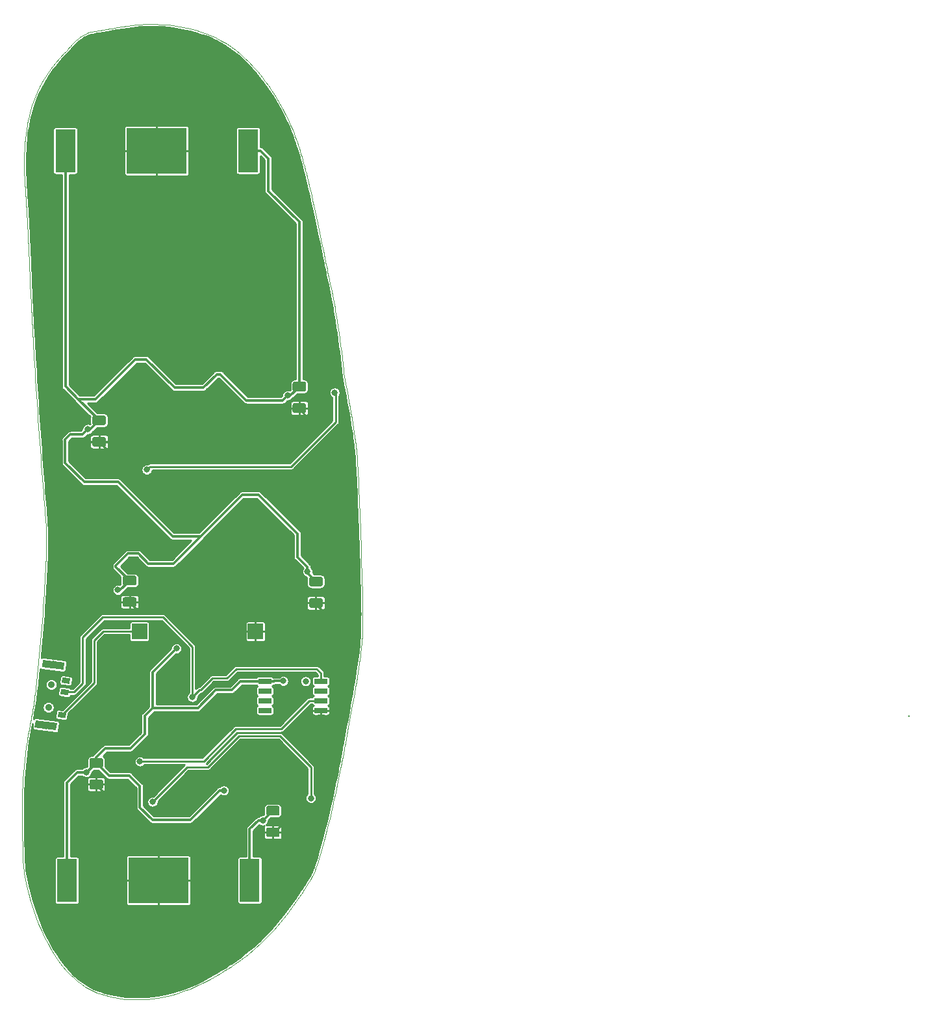
<source format=gbr>
G04 #@! TF.GenerationSoftware,KiCad,Pcbnew,(5.1.0-0)*
G04 #@! TF.CreationDate,2019-11-19T19:36:27-07:00*
G04 #@! TF.ProjectId,XMas-V3,584d6173-2d56-4332-9e6b-696361645f70,rev?*
G04 #@! TF.SameCoordinates,Original*
G04 #@! TF.FileFunction,Copper,L2,Bot*
G04 #@! TF.FilePolarity,Positive*
%FSLAX46Y46*%
G04 Gerber Fmt 4.6, Leading zero omitted, Abs format (unit mm)*
G04 Created by KiCad (PCBNEW (5.1.0-0)) date 2019-11-19 19:36:27*
%MOMM*%
%LPD*%
G04 APERTURE LIST*
G04 #@! TA.AperFunction,EtchedComponent*
%ADD10C,0.010000*%
G04 #@! TD*
G04 #@! TA.AperFunction,Conductor*
%ADD11C,0.150000*%
G04 #@! TD*
G04 #@! TA.AperFunction,SMDPad,CuDef*
%ADD12C,1.250000*%
G04 #@! TD*
G04 #@! TA.AperFunction,SMDPad,CuDef*
%ADD13R,7.800000X5.960000*%
G04 #@! TD*
G04 #@! TA.AperFunction,SMDPad,CuDef*
%ADD14R,2.600000X5.560000*%
G04 #@! TD*
G04 #@! TA.AperFunction,SMDPad,CuDef*
%ADD15R,2.000000X2.000000*%
G04 #@! TD*
G04 #@! TA.AperFunction,SMDPad,CuDef*
%ADD16R,1.700000X0.650000*%
G04 #@! TD*
G04 #@! TA.AperFunction,WasherPad*
%ADD17C,0.900000*%
G04 #@! TD*
G04 #@! TA.AperFunction,SMDPad,CuDef*
%ADD18C,1.000000*%
G04 #@! TD*
G04 #@! TA.AperFunction,SMDPad,CuDef*
%ADD19C,0.700000*%
G04 #@! TD*
G04 #@! TA.AperFunction,ViaPad*
%ADD20C,0.800000*%
G04 #@! TD*
G04 #@! TA.AperFunction,ViaPad*
%ADD21C,1.400000*%
G04 #@! TD*
G04 #@! TA.AperFunction,Conductor*
%ADD22C,0.250000*%
G04 #@! TD*
G04 #@! TA.AperFunction,Conductor*
%ADD23C,0.350000*%
G04 #@! TD*
G04 #@! TA.AperFunction,Conductor*
%ADD24C,0.254000*%
G04 #@! TD*
G04 APERTURE END LIST*
D10*
G04 #@! TO.C,E\002A\002A\002A*
X-5080000Y63110221D02*
X-4116814Y63070657D01*
X-4116814Y63070657D02*
X-3179008Y62991457D01*
X-3179008Y62991457D02*
X-2258665Y62871354D01*
X-2258665Y62871354D02*
X-1347869Y62709076D01*
X-1347869Y62709076D02*
X-438704Y62503356D01*
X-438704Y62503356D02*
X476748Y62252923D01*
X476748Y62252923D02*
X713173Y62181440D01*
X713173Y62181440D02*
X1216336Y62020380D01*
X1216336Y62020380D02*
X1678968Y61859194D01*
X1678968Y61859194D02*
X2111195Y61693957D01*
X2111195Y61693957D02*
X2523144Y61520740D01*
X2523144Y61520740D02*
X2924941Y61335617D01*
X2924941Y61335617D02*
X3044983Y61277187D01*
X3044983Y61277187D02*
X3668603Y60949111D01*
X3668603Y60949111D02*
X4279961Y60584872D01*
X4279961Y60584872D02*
X4880728Y60182977D01*
X4880728Y60182977D02*
X5472578Y59741935D01*
X5472578Y59741935D02*
X6057183Y59260251D01*
X6057183Y59260251D02*
X6636216Y58736434D01*
X6636216Y58736434D02*
X7211349Y58168991D01*
X7211349Y58168991D02*
X7784255Y57556428D01*
X7784255Y57556428D02*
X8356606Y56897254D01*
X8356606Y56897254D02*
X8930076Y56189974D01*
X8930076Y56189974D02*
X9334085Y55664100D01*
X9334085Y55664100D02*
X9776479Y55062691D01*
X9776479Y55062691D02*
X10185629Y54477593D01*
X10185629Y54477593D02*
X10568171Y53898045D01*
X10568171Y53898045D02*
X10930738Y53313283D01*
X10930738Y53313283D02*
X11279965Y52712547D01*
X11279965Y52712547D02*
X11622486Y52085073D01*
X11622486Y52085073D02*
X11964937Y51420099D01*
X11964937Y51420099D02*
X12027227Y51295300D01*
X12027227Y51295300D02*
X12249406Y50842743D01*
X12249406Y50842743D02*
X12448916Y50423972D01*
X12448916Y50423972D02*
X12629701Y50029502D01*
X12629701Y50029502D02*
X12795703Y49649847D01*
X12795703Y49649847D02*
X12950866Y49275521D01*
X12950866Y49275521D02*
X13099131Y48897039D01*
X13099131Y48897039D02*
X13244443Y48504915D01*
X13244443Y48504915D02*
X13390744Y48089663D01*
X13390744Y48089663D02*
X13526460Y47688500D01*
X13526460Y47688500D02*
X13643263Y47332695D01*
X13643263Y47332695D02*
X13759049Y46969920D01*
X13759049Y46969920D02*
X13874243Y46598388D01*
X13874243Y46598388D02*
X13989269Y46216315D01*
X13989269Y46216315D02*
X14104552Y45821916D01*
X14104552Y45821916D02*
X14220516Y45413405D01*
X14220516Y45413405D02*
X14337586Y44988998D01*
X14337586Y44988998D02*
X14456185Y44546909D01*
X14456185Y44546909D02*
X14576740Y44085353D01*
X14576740Y44085353D02*
X14699673Y43602545D01*
X14699673Y43602545D02*
X14825410Y43096700D01*
X14825410Y43096700D02*
X14954375Y42566032D01*
X14954375Y42566032D02*
X15086993Y42008757D01*
X15086993Y42008757D02*
X15223687Y41423088D01*
X15223687Y41423088D02*
X15364883Y40807242D01*
X15364883Y40807242D02*
X15511005Y40159433D01*
X15511005Y40159433D02*
X15662477Y39477876D01*
X15662477Y39477876D02*
X15819724Y38760785D01*
X15819724Y38760785D02*
X15983171Y38006376D01*
X15983171Y38006376D02*
X16153241Y37212862D01*
X16153241Y37212862D02*
X16330360Y36378460D01*
X16330360Y36378460D02*
X16514952Y35501384D01*
X16514952Y35501384D02*
X16707441Y34579848D01*
X16707441Y34579848D02*
X16908251Y33612069D01*
X16908251Y33612069D02*
X17117808Y32596259D01*
X17117808Y32596259D02*
X17135141Y32512000D01*
X17135141Y32512000D02*
X17174544Y32320977D01*
X17174544Y32320977D02*
X17222876Y32087591D01*
X17222876Y32087591D02*
X17278606Y31819191D01*
X17278606Y31819191D02*
X17340202Y31523127D01*
X17340202Y31523127D02*
X17406132Y31206747D01*
X17406132Y31206747D02*
X17474864Y30877401D01*
X17474864Y30877401D02*
X17544868Y30542438D01*
X17544868Y30542438D02*
X17614611Y30209205D01*
X17614611Y30209205D02*
X17682562Y29885053D01*
X17682562Y29885053D02*
X17691744Y29841297D01*
X17691744Y29841297D02*
X17809400Y29277957D01*
X17809400Y29277957D02*
X17916788Y28757643D01*
X17916788Y28757643D02*
X18015117Y28273898D01*
X18015117Y28273898D02*
X18105597Y27820262D01*
X18105597Y27820262D02*
X18189437Y27390275D01*
X18189437Y27390275D02*
X18267846Y26977478D01*
X18267846Y26977478D02*
X18342036Y26575413D01*
X18342036Y26575413D02*
X18413214Y26177619D01*
X18413214Y26177619D02*
X18482591Y25777638D01*
X18482591Y25777638D02*
X18551376Y25369011D01*
X18551376Y25369011D02*
X18620779Y24945278D01*
X18620779Y24945278D02*
X18692008Y24499980D01*
X18692008Y24499980D02*
X18692274Y24498300D01*
X18692274Y24498300D02*
X18811180Y23728253D01*
X18811180Y23728253D02*
X18929022Y22928303D01*
X18929022Y22928303D02*
X19044414Y22109078D01*
X19044414Y22109078D02*
X19155972Y21281208D01*
X19155972Y21281208D02*
X19262310Y20455320D01*
X19262310Y20455320D02*
X19362042Y19642043D01*
X19362042Y19642043D02*
X19453784Y18852007D01*
X19453784Y18852007D02*
X19536149Y18095839D01*
X19536149Y18095839D02*
X19571284Y17754600D01*
X19571284Y17754600D02*
X19595656Y17526731D01*
X19595656Y17526731D02*
X19621475Y17316477D01*
X19621475Y17316477D02*
X19650695Y17111360D01*
X19650695Y17111360D02*
X19685267Y16898896D01*
X19685267Y16898896D02*
X19727144Y16666605D01*
X19727144Y16666605D02*
X19778281Y16402005D01*
X19778281Y16402005D02*
X19799801Y16294100D01*
X19799801Y16294100D02*
X19957748Y15498147D01*
X19957748Y15498147D02*
X20109081Y14717135D01*
X20109081Y14717135D02*
X20253318Y13953948D01*
X20253318Y13953948D02*
X20389973Y13211471D01*
X20389973Y13211471D02*
X20518565Y12492586D01*
X20518565Y12492586D02*
X20638608Y11800178D01*
X20638608Y11800178D02*
X20749620Y11137131D01*
X20749620Y11137131D02*
X20851116Y10506327D01*
X20851116Y10506327D02*
X20942614Y9910651D01*
X20942614Y9910651D02*
X21023629Y9352987D01*
X21023629Y9352987D02*
X21093677Y8836219D01*
X21093677Y8836219D02*
X21152275Y8363229D01*
X21152275Y8363229D02*
X21195004Y7975600D01*
X21195004Y7975600D02*
X21227451Y7635956D01*
X21227451Y7635956D02*
X21260319Y7245635D01*
X21260319Y7245635D02*
X21293601Y6804759D01*
X21293601Y6804759D02*
X21327294Y6313449D01*
X21327294Y6313449D02*
X21361391Y5771828D01*
X21361391Y5771828D02*
X21395887Y5180017D01*
X21395887Y5180017D02*
X21430777Y4538137D01*
X21430777Y4538137D02*
X21466056Y3846311D01*
X21466056Y3846311D02*
X21501719Y3104659D01*
X21501719Y3104659D02*
X21537760Y2313304D01*
X21537760Y2313304D02*
X21574174Y1472367D01*
X21574174Y1472367D02*
X21610955Y581969D01*
X21610955Y581969D02*
X21648100Y-357767D01*
X21648100Y-357767D02*
X21685601Y-1346720D01*
X21685601Y-1346720D02*
X21723454Y-2384769D01*
X21723454Y-2384769D02*
X21761654Y-3471791D01*
X21761654Y-3471791D02*
X21800196Y-4607665D01*
X21800196Y-4607665D02*
X21839073Y-5792270D01*
X21839073Y-5792270D02*
X21878282Y-7025484D01*
X21878282Y-7025484D02*
X21917816Y-8307185D01*
X21917816Y-8307185D02*
X21957671Y-9637252D01*
X21957671Y-9637252D02*
X21958856Y-9677400D01*
X21958856Y-9677400D02*
X21967216Y-9956283D01*
X21967216Y-9956283D02*
X21975978Y-10240797D01*
X21975978Y-10240797D02*
X21984874Y-10522762D01*
X21984874Y-10522762D02*
X21993638Y-10793997D01*
X21993638Y-10793997D02*
X22002002Y-11046322D01*
X22002002Y-11046322D02*
X22009699Y-11271559D01*
X22009699Y-11271559D02*
X22016462Y-11461527D01*
X22016462Y-11461527D02*
X22021510Y-11595100D01*
X22021510Y-11595100D02*
X22027928Y-11794672D01*
X22027928Y-11794672D02*
X22033350Y-12037757D01*
X22033350Y-12037757D02*
X22037779Y-12317078D01*
X22037779Y-12317078D02*
X22041212Y-12625357D01*
X22041212Y-12625357D02*
X22043651Y-12955317D01*
X22043651Y-12955317D02*
X22045096Y-13299681D01*
X22045096Y-13299681D02*
X22045546Y-13651171D01*
X22045546Y-13651171D02*
X22045001Y-14002511D01*
X22045001Y-14002511D02*
X22043463Y-14346423D01*
X22043463Y-14346423D02*
X22040930Y-14675629D01*
X22040930Y-14675629D02*
X22037403Y-14982852D01*
X22037403Y-14982852D02*
X22032883Y-15260816D01*
X22032883Y-15260816D02*
X22027368Y-15502242D01*
X22027368Y-15502242D02*
X22021468Y-15684500D01*
X22021468Y-15684500D02*
X22006759Y-16028458D01*
X22006759Y-16028458D02*
X21989340Y-16378221D01*
X21989340Y-16378221D02*
X21969800Y-16724487D01*
X21969800Y-16724487D02*
X21948731Y-17057959D01*
X21948731Y-17057959D02*
X21926722Y-17369336D01*
X21926722Y-17369336D02*
X21904364Y-17649320D01*
X21904364Y-17649320D02*
X21882247Y-17888611D01*
X21882247Y-17888611D02*
X21880374Y-17907000D01*
X21880374Y-17907000D02*
X21838800Y-18289543D01*
X21838800Y-18289543D02*
X21789362Y-18703819D01*
X21789362Y-18703819D02*
X21731886Y-19150875D01*
X21731886Y-19150875D02*
X21666196Y-19631763D01*
X21666196Y-19631763D02*
X21592118Y-20147532D01*
X21592118Y-20147532D02*
X21509478Y-20699231D01*
X21509478Y-20699231D02*
X21418101Y-21287912D01*
X21418101Y-21287912D02*
X21317812Y-21914624D01*
X21317812Y-21914624D02*
X21208437Y-22580416D01*
X21208437Y-22580416D02*
X21089801Y-23286339D01*
X21089801Y-23286339D02*
X20961730Y-24033443D01*
X20961730Y-24033443D02*
X20824048Y-24822777D01*
X20824048Y-24822777D02*
X20676582Y-25655391D01*
X20676582Y-25655391D02*
X20519156Y-26532336D01*
X20519156Y-26532336D02*
X20351597Y-27454662D01*
X20351597Y-27454662D02*
X20173729Y-28423417D01*
X20173729Y-28423417D02*
X19985377Y-29439653D01*
X19985377Y-29439653D02*
X19786368Y-30504419D01*
X19786368Y-30504419D02*
X19776651Y-30556200D01*
X19776651Y-30556200D02*
X19720314Y-30856855D01*
X19720314Y-30856855D02*
X19664799Y-31154065D01*
X19664799Y-31154065D02*
X19611146Y-31442211D01*
X19611146Y-31442211D02*
X19560392Y-31715678D01*
X19560392Y-31715678D02*
X19513575Y-31968850D01*
X19513575Y-31968850D02*
X19471733Y-32196108D01*
X19471733Y-32196108D02*
X19435905Y-32391837D01*
X19435905Y-32391837D02*
X19407128Y-32550420D01*
X19407128Y-32550420D02*
X19386440Y-32666241D01*
X19386440Y-32666241D02*
X19382316Y-32689800D01*
X19382316Y-32689800D02*
X19340996Y-32920019D01*
X19340996Y-32920019D02*
X19289433Y-33194954D01*
X19289433Y-33194954D02*
X19228612Y-33509779D01*
X19228612Y-33509779D02*
X19159519Y-33859664D01*
X19159519Y-33859664D02*
X19083137Y-34239784D01*
X19083137Y-34239784D02*
X19000453Y-34645310D01*
X19000453Y-34645310D02*
X18912452Y-35071415D01*
X18912452Y-35071415D02*
X18820118Y-35513272D01*
X18820118Y-35513272D02*
X18724437Y-35966053D01*
X18724437Y-35966053D02*
X18626394Y-36424931D01*
X18626394Y-36424931D02*
X18526974Y-36885078D01*
X18526974Y-36885078D02*
X18514095Y-36944300D01*
X18514095Y-36944300D02*
X18317521Y-37838147D01*
X18317521Y-37838147D02*
X18123091Y-38703575D01*
X18123091Y-38703575D02*
X17931159Y-39539297D01*
X17931159Y-39539297D02*
X17742074Y-40344022D01*
X17742074Y-40344022D02*
X17556189Y-41116463D01*
X17556189Y-41116463D02*
X17373856Y-41855330D01*
X17373856Y-41855330D02*
X17195425Y-42559335D01*
X17195425Y-42559335D02*
X17021250Y-43227188D01*
X17021250Y-43227188D02*
X16851680Y-43857602D01*
X16851680Y-43857602D02*
X16687069Y-44449286D01*
X16687069Y-44449286D02*
X16527767Y-45000953D01*
X16527767Y-45000953D02*
X16374126Y-45511313D01*
X16374126Y-45511313D02*
X16226498Y-45979078D01*
X16226498Y-45979078D02*
X16085234Y-46402958D01*
X16085234Y-46402958D02*
X15950687Y-46781666D01*
X15950687Y-46781666D02*
X15823207Y-47113912D01*
X15823207Y-47113912D02*
X15703147Y-47398407D01*
X15703147Y-47398407D02*
X15605566Y-47604953D01*
X15605566Y-47604953D02*
X15563663Y-47683108D01*
X15563663Y-47683108D02*
X15498214Y-47798620D01*
X15498214Y-47798620D02*
X15412659Y-47945802D01*
X15412659Y-47945802D02*
X15310435Y-48118970D01*
X15310435Y-48118970D02*
X15194981Y-48312439D01*
X15194981Y-48312439D02*
X15069735Y-48520522D01*
X15069735Y-48520522D02*
X14938134Y-48737536D01*
X14938134Y-48737536D02*
X14803618Y-48957795D01*
X14803618Y-48957795D02*
X14669624Y-49175613D01*
X14669624Y-49175613D02*
X14539590Y-49385306D01*
X14539590Y-49385306D02*
X14416954Y-49581188D01*
X14416954Y-49581188D02*
X14305155Y-49757574D01*
X14305155Y-49757574D02*
X14280109Y-49796700D01*
X14280109Y-49796700D02*
X13562022Y-50878600D01*
X13562022Y-50878600D02*
X12822179Y-51919980D01*
X12822179Y-51919980D02*
X12061357Y-52920022D01*
X12061357Y-52920022D02*
X11280331Y-53877909D01*
X11280331Y-53877909D02*
X10479876Y-54792824D01*
X10479876Y-54792824D02*
X9660767Y-55663948D01*
X9660767Y-55663948D02*
X8823779Y-56490464D01*
X8823779Y-56490464D02*
X7969688Y-57271554D01*
X7969688Y-57271554D02*
X7099269Y-58006401D01*
X7099269Y-58006401D02*
X6213297Y-58694187D01*
X6213297Y-58694187D02*
X5312548Y-59334094D01*
X5312548Y-59334094D02*
X5105400Y-59473066D01*
X5105400Y-59473066D02*
X4865980Y-59629960D01*
X4865980Y-59629960D02*
X4592530Y-59805721D01*
X4592530Y-59805721D02*
X4295139Y-59994037D01*
X4295139Y-59994037D02*
X3983899Y-60188599D01*
X3983899Y-60188599D02*
X3668901Y-60383096D01*
X3668901Y-60383096D02*
X3360234Y-60571217D01*
X3360234Y-60571217D02*
X3086100Y-60735872D01*
X3086100Y-60735872D02*
X2196552Y-61246605D01*
X2196552Y-61246605D02*
X1321114Y-61710185D01*
X1321114Y-61710185D02*
X457311Y-62127473D01*
X457311Y-62127473D02*
X-397332Y-62499332D01*
X-397332Y-62499332D02*
X-1245290Y-62826624D01*
X-1245290Y-62826624D02*
X-2089039Y-63110212D01*
X-2089039Y-63110212D02*
X-2931052Y-63350959D01*
X-2931052Y-63350959D02*
X-3773807Y-63549726D01*
X-3773807Y-63549726D02*
X-4619776Y-63707376D01*
X-4619776Y-63707376D02*
X-5471436Y-63824773D01*
X-5471436Y-63824773D02*
X-5905500Y-63869127D01*
X-5905500Y-63869127D02*
X-6048389Y-63879675D01*
X-6048389Y-63879675D02*
X-6231281Y-63889539D01*
X-6231281Y-63889539D02*
X-6444528Y-63898506D01*
X-6444528Y-63898506D02*
X-6678477Y-63906361D01*
X-6678477Y-63906361D02*
X-6923480Y-63912890D01*
X-6923480Y-63912890D02*
X-7169886Y-63917881D01*
X-7169886Y-63917881D02*
X-7408044Y-63921118D01*
X-7408044Y-63921118D02*
X-7628305Y-63922389D01*
X-7628305Y-63922389D02*
X-7821018Y-63921479D01*
X-7821018Y-63921479D02*
X-7976533Y-63918174D01*
X-7976533Y-63918174D02*
X-8026400Y-63916122D01*
X-8026400Y-63916122D02*
X-8956270Y-63844747D01*
X-8956270Y-63844747D02*
X-9881765Y-63722800D01*
X-9881765Y-63722800D02*
X-10802433Y-63550359D01*
X-10802433Y-63550359D02*
X-11717819Y-63327502D01*
X-11717819Y-63327502D02*
X-12063468Y-63229823D01*
X-12063468Y-63229823D02*
X-12609803Y-63047491D01*
X-12609803Y-63047491D02*
X-13143544Y-62824271D01*
X-13143544Y-62824271D02*
X-13667028Y-62558690D01*
X-13667028Y-62558690D02*
X-14182592Y-62249271D01*
X-14182592Y-62249271D02*
X-14692571Y-61894539D01*
X-14692571Y-61894539D02*
X-15199301Y-61493020D01*
X-15199301Y-61493020D02*
X-15705119Y-61043237D01*
X-15705119Y-61043237D02*
X-16040106Y-60718714D01*
X-16040106Y-60718714D02*
X-16579745Y-60147059D01*
X-16579745Y-60147059D02*
X-17102492Y-59528832D01*
X-17102492Y-59528832D02*
X-17607551Y-58865647D01*
X-17607551Y-58865647D02*
X-18094126Y-58159115D01*
X-18094126Y-58159115D02*
X-18561418Y-57410849D01*
X-18561418Y-57410849D02*
X-19008632Y-56622461D01*
X-19008632Y-56622461D02*
X-19434971Y-55795562D01*
X-19434971Y-55795562D02*
X-19839638Y-54931765D01*
X-19839638Y-54931765D02*
X-20221836Y-54032683D01*
X-20221836Y-54032683D02*
X-20580768Y-53099927D01*
X-20580768Y-53099927D02*
X-20915638Y-52135109D01*
X-20915638Y-52135109D02*
X-21225648Y-51139842D01*
X-21225648Y-51139842D02*
X-21510002Y-50115738D01*
X-21510002Y-50115738D02*
X-21739511Y-49187100D01*
X-21739511Y-49187100D02*
X-21847607Y-48710998D01*
X-21847607Y-48710998D02*
X-21940264Y-48273307D01*
X-21940264Y-48273307D02*
X-22018811Y-47864483D01*
X-22018811Y-47864483D02*
X-22084578Y-47474982D01*
X-22084578Y-47474982D02*
X-22138891Y-47095263D01*
X-22138891Y-47095263D02*
X-22183081Y-46715781D01*
X-22183081Y-46715781D02*
X-22218476Y-46326994D01*
X-22218476Y-46326994D02*
X-22246404Y-45919358D01*
X-22246404Y-45919358D02*
X-22268195Y-45483331D01*
X-22268195Y-45483331D02*
X-22273498Y-45351700D01*
X-22273498Y-45351700D02*
X-22281007Y-45128416D01*
X-22281007Y-45128416D02*
X-22288096Y-44863035D01*
X-22288096Y-44863035D02*
X-22294752Y-44559478D01*
X-22294752Y-44559478D02*
X-22300960Y-44221662D01*
X-22300960Y-44221662D02*
X-22306707Y-43853508D01*
X-22306707Y-43853508D02*
X-22311980Y-43458934D01*
X-22311980Y-43458934D02*
X-22316764Y-43041860D01*
X-22316764Y-43041860D02*
X-22321046Y-42606205D01*
X-22321046Y-42606205D02*
X-22324812Y-42155888D01*
X-22324812Y-42155888D02*
X-22328048Y-41694828D01*
X-22328048Y-41694828D02*
X-22330741Y-41226945D01*
X-22330741Y-41226945D02*
X-22332876Y-40756158D01*
X-22332876Y-40756158D02*
X-22334441Y-40286386D01*
X-22334441Y-40286386D02*
X-22335420Y-39821548D01*
X-22335420Y-39821548D02*
X-22335801Y-39365564D01*
X-22335801Y-39365564D02*
X-22335570Y-38922353D01*
X-22335570Y-38922353D02*
X-22334713Y-38495833D01*
X-22334713Y-38495833D02*
X-22333216Y-38089925D01*
X-22333216Y-38089925D02*
X-22331065Y-37708548D01*
X-22331065Y-37708548D02*
X-22328247Y-37355620D01*
X-22328247Y-37355620D02*
X-22324748Y-37035061D01*
X-22324748Y-37035061D02*
X-22320554Y-36750790D01*
X-22320554Y-36750790D02*
X-22315651Y-36506726D01*
X-22315651Y-36506726D02*
X-22310026Y-36306790D01*
X-22310026Y-36306790D02*
X-22305643Y-36195000D01*
X-22305643Y-36195000D02*
X-22257568Y-35276441D01*
X-22257568Y-35276441D02*
X-22199051Y-34397494D01*
X-22199051Y-34397494D02*
X-22129025Y-33547839D01*
X-22129025Y-33547839D02*
X-22046424Y-32717162D01*
X-22046424Y-32717162D02*
X-21950181Y-31895145D01*
X-21950181Y-31895145D02*
X-21839232Y-31071472D01*
X-21839232Y-31071472D02*
X-21712509Y-30235825D01*
X-21712509Y-30235825D02*
X-21650816Y-29857700D01*
X-21650816Y-29857700D02*
X-21628090Y-29722067D01*
X-21628090Y-29722067D02*
X-21605332Y-29588165D01*
X-21605332Y-29588165D02*
X-21581772Y-29451813D01*
X-21581772Y-29451813D02*
X-21556644Y-29308830D01*
X-21556644Y-29308830D02*
X-21529181Y-29155036D01*
X-21529181Y-29155036D02*
X-21498614Y-28986249D01*
X-21498614Y-28986249D02*
X-21464177Y-28798288D01*
X-21464177Y-28798288D02*
X-21425103Y-28586973D01*
X-21425103Y-28586973D02*
X-21380624Y-28348122D01*
X-21380624Y-28348122D02*
X-21329972Y-28077555D01*
X-21329972Y-28077555D02*
X-21272380Y-27771090D01*
X-21272380Y-27771090D02*
X-21207081Y-27424547D01*
X-21207081Y-27424547D02*
X-21133308Y-27033745D01*
X-21133308Y-27033745D02*
X-21105375Y-26885900D01*
X-21105375Y-26885900D02*
X-21036769Y-26517298D01*
X-21036769Y-26517298D02*
X-20974698Y-26170952D01*
X-20974698Y-26170952D02*
X-20917882Y-25838284D01*
X-20917882Y-25838284D02*
X-20865043Y-25510718D01*
X-20865043Y-25510718D02*
X-20814903Y-25179676D01*
X-20814903Y-25179676D02*
X-20766182Y-24836583D01*
X-20766182Y-24836583D02*
X-20717604Y-24472861D01*
X-20717604Y-24472861D02*
X-20667889Y-24079933D01*
X-20667889Y-24079933D02*
X-20615760Y-23649223D01*
X-20615760Y-23649223D02*
X-20588598Y-23418800D01*
X-20588598Y-23418800D02*
X-20492010Y-22575725D01*
X-20492010Y-22575725D02*
X-20397529Y-21716341D01*
X-20397529Y-21716341D02*
X-20305332Y-20843287D01*
X-20305332Y-20843287D02*
X-20215595Y-19959199D01*
X-20215595Y-19959199D02*
X-20128493Y-19066715D01*
X-20128493Y-19066715D02*
X-20044202Y-18168472D01*
X-20044202Y-18168472D02*
X-19962897Y-17267107D01*
X-19962897Y-17267107D02*
X-19884756Y-16365257D01*
X-19884756Y-16365257D02*
X-19809953Y-15465560D01*
X-19809953Y-15465560D02*
X-19738664Y-14570654D01*
X-19738664Y-14570654D02*
X-19671065Y-13683175D01*
X-19671065Y-13683175D02*
X-19607331Y-12805760D01*
X-19607331Y-12805760D02*
X-19547640Y-11941048D01*
X-19547640Y-11941048D02*
X-19492165Y-11091675D01*
X-19492165Y-11091675D02*
X-19441084Y-10260279D01*
X-19441084Y-10260279D02*
X-19394572Y-9449497D01*
X-19394572Y-9449497D02*
X-19352805Y-8661966D01*
X-19352805Y-8661966D02*
X-19315958Y-7900324D01*
X-19315958Y-7900324D02*
X-19284208Y-7167207D01*
X-19284208Y-7167207D02*
X-19257730Y-6465254D01*
X-19257730Y-6465254D02*
X-19236699Y-5797101D01*
X-19236699Y-5797101D02*
X-19221293Y-5165386D01*
X-19221293Y-5165386D02*
X-19211686Y-4572746D01*
X-19211686Y-4572746D02*
X-19208054Y-4021819D01*
X-19208054Y-4021819D02*
X-19210574Y-3515241D01*
X-19210574Y-3515241D02*
X-19219420Y-3055651D01*
X-19219420Y-3055651D02*
X-19223122Y-2933700D01*
X-19223122Y-2933700D02*
X-19238854Y-2544727D01*
X-19238854Y-2544727D02*
X-19261507Y-2122267D01*
X-19261507Y-2122267D02*
X-19291360Y-1661982D01*
X-19291360Y-1661982D02*
X-19328690Y-1159534D01*
X-19328690Y-1159534D02*
X-19366301Y-698500D01*
X-19366301Y-698500D02*
X-19422019Y-30262D01*
X-19422019Y-30262D02*
X-19480263Y685366D01*
X-19480263Y685366D02*
X-19540799Y1445048D01*
X-19540799Y1445048D02*
X-19603391Y2245451D01*
X-19603391Y2245451D02*
X-19667803Y3083240D01*
X-19667803Y3083240D02*
X-19733802Y3955080D01*
X-19733802Y3955080D02*
X-19801150Y4857635D01*
X-19801150Y4857635D02*
X-19869614Y5787572D01*
X-19869614Y5787572D02*
X-19938958Y6741554D01*
X-19938958Y6741554D02*
X-20008947Y7716249D01*
X-20008947Y7716249D02*
X-20079345Y8708319D01*
X-20079345Y8708319D02*
X-20149917Y9714432D01*
X-20149917Y9714432D02*
X-20220429Y10731252D01*
X-20220429Y10731252D02*
X-20290644Y11755444D01*
X-20290644Y11755444D02*
X-20360327Y12783673D01*
X-20360327Y12783673D02*
X-20429244Y13812605D01*
X-20429244Y13812605D02*
X-20497159Y14838904D01*
X-20497159Y14838904D02*
X-20563837Y15859236D01*
X-20563837Y15859236D02*
X-20629043Y16870267D01*
X-20629043Y16870267D02*
X-20692541Y17868660D01*
X-20692541Y17868660D02*
X-20754096Y18851082D01*
X-20754096Y18851082D02*
X-20813473Y19814198D01*
X-20813473Y19814198D02*
X-20814890Y19837400D01*
X-20814890Y19837400D02*
X-20851066Y20432830D01*
X-20851066Y20432830D02*
X-20885544Y21007551D01*
X-20885544Y21007551D02*
X-20918517Y21565385D01*
X-20918517Y21565385D02*
X-20950180Y22110157D01*
X-20950180Y22110157D02*
X-20980724Y22645689D01*
X-20980724Y22645689D02*
X-21010344Y23175806D01*
X-21010344Y23175806D02*
X-21039233Y23704330D01*
X-21039233Y23704330D02*
X-21067583Y24235085D01*
X-21067583Y24235085D02*
X-21095589Y24771895D01*
X-21095589Y24771895D02*
X-21123443Y25318582D01*
X-21123443Y25318582D02*
X-21151338Y25878971D01*
X-21151338Y25878971D02*
X-21179468Y26456884D01*
X-21179468Y26456884D02*
X-21208025Y27056145D01*
X-21208025Y27056145D02*
X-21237204Y27680577D01*
X-21237204Y27680577D02*
X-21267198Y28334004D01*
X-21267198Y28334004D02*
X-21298199Y29020249D01*
X-21298199Y29020249D02*
X-21330401Y29743136D01*
X-21330401Y29743136D02*
X-21363996Y30506487D01*
X-21363996Y30506487D02*
X-21399180Y31314127D01*
X-21399180Y31314127D02*
X-21424620Y31902400D01*
X-21424620Y31902400D02*
X-21454084Y32582677D01*
X-21454084Y32582677D02*
X-21481783Y33215791D01*
X-21481783Y33215791D02*
X-21507906Y33805342D01*
X-21507906Y33805342D02*
X-21532638Y34354932D01*
X-21532638Y34354932D02*
X-21556167Y34868158D01*
X-21556167Y34868158D02*
X-21578681Y35348623D01*
X-21578681Y35348623D02*
X-21600367Y35799926D01*
X-21600367Y35799926D02*
X-21621412Y36225666D01*
X-21621412Y36225666D02*
X-21642004Y36629444D01*
X-21642004Y36629444D02*
X-21662331Y37014861D01*
X-21662331Y37014861D02*
X-21682578Y37385515D01*
X-21682578Y37385515D02*
X-21702935Y37745007D01*
X-21702935Y37745007D02*
X-21723588Y38096938D01*
X-21723588Y38096938D02*
X-21744725Y38444907D01*
X-21744725Y38444907D02*
X-21766532Y38792513D01*
X-21766532Y38792513D02*
X-21789198Y39143359D01*
X-21789198Y39143359D02*
X-21812909Y39501042D01*
X-21812909Y39501042D02*
X-21837854Y39869164D01*
X-21837854Y39869164D02*
X-21843683Y39954200D01*
X-21843683Y39954200D02*
X-21863673Y40246895D01*
X-21863673Y40246895D02*
X-21883786Y40544493D01*
X-21883786Y40544493D02*
X-21903526Y40839457D01*
X-21903526Y40839457D02*
X-21922398Y41124251D01*
X-21922398Y41124251D02*
X-21939906Y41391340D01*
X-21939906Y41391340D02*
X-21955554Y41633188D01*
X-21955554Y41633188D02*
X-21968847Y41842258D01*
X-21968847Y41842258D02*
X-21979289Y42011016D01*
X-21979289Y42011016D02*
X-21982370Y42062400D01*
X-21982370Y42062400D02*
X-22029908Y42960108D01*
X-22029908Y42960108D02*
X-22063213Y43812541D01*
X-22063213Y43812541D02*
X-22082108Y44623241D01*
X-22082108Y44623241D02*
X-22086418Y45395750D01*
X-22086418Y45395750D02*
X-22075965Y46133611D01*
X-22075965Y46133611D02*
X-22050574Y46840365D01*
X-22050574Y46840365D02*
X-22010069Y47519555D01*
X-22010069Y47519555D02*
X-21954273Y48174721D01*
X-21954273Y48174721D02*
X-21883009Y48809406D01*
X-21883009Y48809406D02*
X-21796102Y49427153D01*
X-21796102Y49427153D02*
X-21693375Y50031502D01*
X-21693375Y50031502D02*
X-21574652Y50625996D01*
X-21574652Y50625996D02*
X-21550630Y50736500D01*
X-21550630Y50736500D02*
X-21329697Y51636729D01*
X-21329697Y51636729D02*
X-21068855Y52509789D01*
X-21068855Y52509789D02*
X-20767069Y53357581D01*
X-20767069Y53357581D02*
X-20423304Y54182004D01*
X-20423304Y54182004D02*
X-20036528Y54984955D01*
X-20036528Y54984955D02*
X-19605706Y55768335D01*
X-19605706Y55768335D02*
X-19129804Y56534043D01*
X-19129804Y56534043D02*
X-18607788Y57283976D01*
X-18607788Y57283976D02*
X-18038625Y58020035D01*
X-18038625Y58020035D02*
X-17421279Y58744118D01*
X-17421279Y58744118D02*
X-16862200Y59347100D01*
X-16862200Y59347100D02*
X-16716166Y59500806D01*
X-16716166Y59500806D02*
X-16552824Y59675799D01*
X-16552824Y59675799D02*
X-16385909Y59857171D01*
X-16385909Y59857171D02*
X-16229153Y60030015D01*
X-16229153Y60030015D02*
X-16113443Y60159900D01*
X-16113443Y60159900D02*
X-15828143Y60476283D01*
X-15828143Y60476283D02*
X-15563654Y60752957D01*
X-15563654Y60752957D02*
X-15315083Y60994030D01*
X-15315083Y60994030D02*
X-15077534Y61203609D01*
X-15077534Y61203609D02*
X-14846115Y61385802D01*
X-14846115Y61385802D02*
X-14615932Y61544717D01*
X-14615932Y61544717D02*
X-14382090Y61684462D01*
X-14382090Y61684462D02*
X-14160428Y61799187D01*
X-14160428Y61799187D02*
X-13929628Y61903651D01*
X-13929628Y61903651D02*
X-13702210Y61990856D01*
X-13702210Y61990856D02*
X-13467695Y62063631D01*
X-13467695Y62063631D02*
X-13215602Y62124803D01*
X-13215602Y62124803D02*
X-12935451Y62177198D01*
X-12935451Y62177198D02*
X-12616763Y62223644D01*
X-12616763Y62223644D02*
X-12560300Y62230863D01*
X-12560300Y62230863D02*
X-12444441Y62245747D01*
X-12444441Y62245747D02*
X-12333195Y62260864D01*
X-12333195Y62260864D02*
X-12221080Y62277163D01*
X-12221080Y62277163D02*
X-12102616Y62295588D01*
X-12102616Y62295588D02*
X-11972320Y62317088D01*
X-11972320Y62317088D02*
X-11824711Y62342607D01*
X-11824711Y62342607D02*
X-11654307Y62373093D01*
X-11654307Y62373093D02*
X-11455627Y62409493D01*
X-11455627Y62409493D02*
X-11223189Y62452752D01*
X-11223189Y62452752D02*
X-10951511Y62503818D01*
X-10951511Y62503818D02*
X-10655300Y62559813D01*
X-10655300Y62559813D02*
X-9951591Y62688110D01*
X-9951591Y62688110D02*
X-9289012Y62798310D01*
X-9289012Y62798310D02*
X-8661460Y62891016D01*
X-8661460Y62891016D02*
X-8062834Y62966830D01*
X-8062834Y62966830D02*
X-7487030Y63026354D01*
X-7487030Y63026354D02*
X-6927946Y63070192D01*
X-6927946Y63070192D02*
X-6379480Y63098945D01*
X-6379480Y63098945D02*
X-5835527Y63113215D01*
X-5835527Y63113215D02*
X-5289987Y63113607D01*
X-5289987Y63113607D02*
X-5080000Y63110221D01*
X-5080000Y63110221D02*
X-5080000Y63110221D01*
G04 #@! TD*
D11*
G04 #@! TO.N,GNDREF*
G04 #@! TO.C,C4*
G36*
X16596504Y-11651204D02*
G01*
X16620773Y-11654804D01*
X16644571Y-11660765D01*
X16667671Y-11669030D01*
X16689849Y-11679520D01*
X16710893Y-11692133D01*
X16730598Y-11706747D01*
X16748777Y-11723223D01*
X16765253Y-11741402D01*
X16779867Y-11761107D01*
X16792480Y-11782151D01*
X16802970Y-11804329D01*
X16811235Y-11827429D01*
X16817196Y-11851227D01*
X16820796Y-11875496D01*
X16822000Y-11900000D01*
X16822000Y-12650000D01*
X16820796Y-12674504D01*
X16817196Y-12698773D01*
X16811235Y-12722571D01*
X16802970Y-12745671D01*
X16792480Y-12767849D01*
X16779867Y-12788893D01*
X16765253Y-12808598D01*
X16748777Y-12826777D01*
X16730598Y-12843253D01*
X16710893Y-12857867D01*
X16689849Y-12870480D01*
X16667671Y-12880970D01*
X16644571Y-12889235D01*
X16620773Y-12895196D01*
X16596504Y-12898796D01*
X16572000Y-12900000D01*
X15322000Y-12900000D01*
X15297496Y-12898796D01*
X15273227Y-12895196D01*
X15249429Y-12889235D01*
X15226329Y-12880970D01*
X15204151Y-12870480D01*
X15183107Y-12857867D01*
X15163402Y-12843253D01*
X15145223Y-12826777D01*
X15128747Y-12808598D01*
X15114133Y-12788893D01*
X15101520Y-12767849D01*
X15091030Y-12745671D01*
X15082765Y-12722571D01*
X15076804Y-12698773D01*
X15073204Y-12674504D01*
X15072000Y-12650000D01*
X15072000Y-11900000D01*
X15073204Y-11875496D01*
X15076804Y-11851227D01*
X15082765Y-11827429D01*
X15091030Y-11804329D01*
X15101520Y-11782151D01*
X15114133Y-11761107D01*
X15128747Y-11741402D01*
X15145223Y-11723223D01*
X15163402Y-11706747D01*
X15183107Y-11692133D01*
X15204151Y-11679520D01*
X15226329Y-11669030D01*
X15249429Y-11660765D01*
X15273227Y-11654804D01*
X15297496Y-11651204D01*
X15322000Y-11650000D01*
X16572000Y-11650000D01*
X16596504Y-11651204D01*
X16596504Y-11651204D01*
G37*
D12*
G04 #@! TD*
G04 #@! TO.P,C4,2*
G04 #@! TO.N,GNDREF*
X15947000Y-12275000D03*
D11*
G04 #@! TO.N,+5V*
G04 #@! TO.C,C4*
G36*
X16596504Y-8851204D02*
G01*
X16620773Y-8854804D01*
X16644571Y-8860765D01*
X16667671Y-8869030D01*
X16689849Y-8879520D01*
X16710893Y-8892133D01*
X16730598Y-8906747D01*
X16748777Y-8923223D01*
X16765253Y-8941402D01*
X16779867Y-8961107D01*
X16792480Y-8982151D01*
X16802970Y-9004329D01*
X16811235Y-9027429D01*
X16817196Y-9051227D01*
X16820796Y-9075496D01*
X16822000Y-9100000D01*
X16822000Y-9850000D01*
X16820796Y-9874504D01*
X16817196Y-9898773D01*
X16811235Y-9922571D01*
X16802970Y-9945671D01*
X16792480Y-9967849D01*
X16779867Y-9988893D01*
X16765253Y-10008598D01*
X16748777Y-10026777D01*
X16730598Y-10043253D01*
X16710893Y-10057867D01*
X16689849Y-10070480D01*
X16667671Y-10080970D01*
X16644571Y-10089235D01*
X16620773Y-10095196D01*
X16596504Y-10098796D01*
X16572000Y-10100000D01*
X15322000Y-10100000D01*
X15297496Y-10098796D01*
X15273227Y-10095196D01*
X15249429Y-10089235D01*
X15226329Y-10080970D01*
X15204151Y-10070480D01*
X15183107Y-10057867D01*
X15163402Y-10043253D01*
X15145223Y-10026777D01*
X15128747Y-10008598D01*
X15114133Y-9988893D01*
X15101520Y-9967849D01*
X15091030Y-9945671D01*
X15082765Y-9922571D01*
X15076804Y-9898773D01*
X15073204Y-9874504D01*
X15072000Y-9850000D01*
X15072000Y-9100000D01*
X15073204Y-9075496D01*
X15076804Y-9051227D01*
X15082765Y-9027429D01*
X15091030Y-9004329D01*
X15101520Y-8982151D01*
X15114133Y-8961107D01*
X15128747Y-8941402D01*
X15145223Y-8923223D01*
X15163402Y-8906747D01*
X15183107Y-8892133D01*
X15204151Y-8879520D01*
X15226329Y-8869030D01*
X15249429Y-8860765D01*
X15273227Y-8854804D01*
X15297496Y-8851204D01*
X15322000Y-8850000D01*
X16572000Y-8850000D01*
X16596504Y-8851204D01*
X16596504Y-8851204D01*
G37*
D12*
G04 #@! TD*
G04 #@! TO.P,C4,1*
G04 #@! TO.N,+5V*
X15947000Y-9475000D03*
D11*
G04 #@! TO.N,+5V*
G04 #@! TO.C,C5*
G36*
X-11660496Y12138796D02*
G01*
X-11636227Y12135196D01*
X-11612429Y12129235D01*
X-11589329Y12120970D01*
X-11567151Y12110480D01*
X-11546107Y12097867D01*
X-11526402Y12083253D01*
X-11508223Y12066777D01*
X-11491747Y12048598D01*
X-11477133Y12028893D01*
X-11464520Y12007849D01*
X-11454030Y11985671D01*
X-11445765Y11962571D01*
X-11439804Y11938773D01*
X-11436204Y11914504D01*
X-11435000Y11890000D01*
X-11435000Y11140000D01*
X-11436204Y11115496D01*
X-11439804Y11091227D01*
X-11445765Y11067429D01*
X-11454030Y11044329D01*
X-11464520Y11022151D01*
X-11477133Y11001107D01*
X-11491747Y10981402D01*
X-11508223Y10963223D01*
X-11526402Y10946747D01*
X-11546107Y10932133D01*
X-11567151Y10919520D01*
X-11589329Y10909030D01*
X-11612429Y10900765D01*
X-11636227Y10894804D01*
X-11660496Y10891204D01*
X-11685000Y10890000D01*
X-12935000Y10890000D01*
X-12959504Y10891204D01*
X-12983773Y10894804D01*
X-13007571Y10900765D01*
X-13030671Y10909030D01*
X-13052849Y10919520D01*
X-13073893Y10932133D01*
X-13093598Y10946747D01*
X-13111777Y10963223D01*
X-13128253Y10981402D01*
X-13142867Y11001107D01*
X-13155480Y11022151D01*
X-13165970Y11044329D01*
X-13174235Y11067429D01*
X-13180196Y11091227D01*
X-13183796Y11115496D01*
X-13185000Y11140000D01*
X-13185000Y11890000D01*
X-13183796Y11914504D01*
X-13180196Y11938773D01*
X-13174235Y11962571D01*
X-13165970Y11985671D01*
X-13155480Y12007849D01*
X-13142867Y12028893D01*
X-13128253Y12048598D01*
X-13111777Y12066777D01*
X-13093598Y12083253D01*
X-13073893Y12097867D01*
X-13052849Y12110480D01*
X-13030671Y12120970D01*
X-13007571Y12129235D01*
X-12983773Y12135196D01*
X-12959504Y12138796D01*
X-12935000Y12140000D01*
X-11685000Y12140000D01*
X-11660496Y12138796D01*
X-11660496Y12138796D01*
G37*
D12*
G04 #@! TD*
G04 #@! TO.P,C5,1*
G04 #@! TO.N,+5V*
X-12310000Y11515000D03*
D11*
G04 #@! TO.N,GNDREF*
G04 #@! TO.C,C5*
G36*
X-11660496Y9338796D02*
G01*
X-11636227Y9335196D01*
X-11612429Y9329235D01*
X-11589329Y9320970D01*
X-11567151Y9310480D01*
X-11546107Y9297867D01*
X-11526402Y9283253D01*
X-11508223Y9266777D01*
X-11491747Y9248598D01*
X-11477133Y9228893D01*
X-11464520Y9207849D01*
X-11454030Y9185671D01*
X-11445765Y9162571D01*
X-11439804Y9138773D01*
X-11436204Y9114504D01*
X-11435000Y9090000D01*
X-11435000Y8340000D01*
X-11436204Y8315496D01*
X-11439804Y8291227D01*
X-11445765Y8267429D01*
X-11454030Y8244329D01*
X-11464520Y8222151D01*
X-11477133Y8201107D01*
X-11491747Y8181402D01*
X-11508223Y8163223D01*
X-11526402Y8146747D01*
X-11546107Y8132133D01*
X-11567151Y8119520D01*
X-11589329Y8109030D01*
X-11612429Y8100765D01*
X-11636227Y8094804D01*
X-11660496Y8091204D01*
X-11685000Y8090000D01*
X-12935000Y8090000D01*
X-12959504Y8091204D01*
X-12983773Y8094804D01*
X-13007571Y8100765D01*
X-13030671Y8109030D01*
X-13052849Y8119520D01*
X-13073893Y8132133D01*
X-13093598Y8146747D01*
X-13111777Y8163223D01*
X-13128253Y8181402D01*
X-13142867Y8201107D01*
X-13155480Y8222151D01*
X-13165970Y8244329D01*
X-13174235Y8267429D01*
X-13180196Y8291227D01*
X-13183796Y8315496D01*
X-13185000Y8340000D01*
X-13185000Y9090000D01*
X-13183796Y9114504D01*
X-13180196Y9138773D01*
X-13174235Y9162571D01*
X-13165970Y9185671D01*
X-13155480Y9207849D01*
X-13142867Y9228893D01*
X-13128253Y9248598D01*
X-13111777Y9266777D01*
X-13093598Y9283253D01*
X-13073893Y9297867D01*
X-13052849Y9310480D01*
X-13030671Y9320970D01*
X-13007571Y9329235D01*
X-12983773Y9335196D01*
X-12959504Y9338796D01*
X-12935000Y9340000D01*
X-11685000Y9340000D01*
X-11660496Y9338796D01*
X-11660496Y9338796D01*
G37*
D12*
G04 #@! TD*
G04 #@! TO.P,C5,2*
G04 #@! TO.N,GNDREF*
X-12310000Y8715000D03*
D11*
G04 #@! TO.N,GNDREF*
G04 #@! TO.C,C6*
G36*
X14426504Y13732796D02*
G01*
X14450773Y13729196D01*
X14474571Y13723235D01*
X14497671Y13714970D01*
X14519849Y13704480D01*
X14540893Y13691867D01*
X14560598Y13677253D01*
X14578777Y13660777D01*
X14595253Y13642598D01*
X14609867Y13622893D01*
X14622480Y13601849D01*
X14632970Y13579671D01*
X14641235Y13556571D01*
X14647196Y13532773D01*
X14650796Y13508504D01*
X14652000Y13484000D01*
X14652000Y12734000D01*
X14650796Y12709496D01*
X14647196Y12685227D01*
X14641235Y12661429D01*
X14632970Y12638329D01*
X14622480Y12616151D01*
X14609867Y12595107D01*
X14595253Y12575402D01*
X14578777Y12557223D01*
X14560598Y12540747D01*
X14540893Y12526133D01*
X14519849Y12513520D01*
X14497671Y12503030D01*
X14474571Y12494765D01*
X14450773Y12488804D01*
X14426504Y12485204D01*
X14402000Y12484000D01*
X13152000Y12484000D01*
X13127496Y12485204D01*
X13103227Y12488804D01*
X13079429Y12494765D01*
X13056329Y12503030D01*
X13034151Y12513520D01*
X13013107Y12526133D01*
X12993402Y12540747D01*
X12975223Y12557223D01*
X12958747Y12575402D01*
X12944133Y12595107D01*
X12931520Y12616151D01*
X12921030Y12638329D01*
X12912765Y12661429D01*
X12906804Y12685227D01*
X12903204Y12709496D01*
X12902000Y12734000D01*
X12902000Y13484000D01*
X12903204Y13508504D01*
X12906804Y13532773D01*
X12912765Y13556571D01*
X12921030Y13579671D01*
X12931520Y13601849D01*
X12944133Y13622893D01*
X12958747Y13642598D01*
X12975223Y13660777D01*
X12993402Y13677253D01*
X13013107Y13691867D01*
X13034151Y13704480D01*
X13056329Y13714970D01*
X13079429Y13723235D01*
X13103227Y13729196D01*
X13127496Y13732796D01*
X13152000Y13734000D01*
X14402000Y13734000D01*
X14426504Y13732796D01*
X14426504Y13732796D01*
G37*
D12*
G04 #@! TD*
G04 #@! TO.P,C6,2*
G04 #@! TO.N,GNDREF*
X13777000Y13109000D03*
D11*
G04 #@! TO.N,+5V*
G04 #@! TO.C,C6*
G36*
X14426504Y16532796D02*
G01*
X14450773Y16529196D01*
X14474571Y16523235D01*
X14497671Y16514970D01*
X14519849Y16504480D01*
X14540893Y16491867D01*
X14560598Y16477253D01*
X14578777Y16460777D01*
X14595253Y16442598D01*
X14609867Y16422893D01*
X14622480Y16401849D01*
X14632970Y16379671D01*
X14641235Y16356571D01*
X14647196Y16332773D01*
X14650796Y16308504D01*
X14652000Y16284000D01*
X14652000Y15534000D01*
X14650796Y15509496D01*
X14647196Y15485227D01*
X14641235Y15461429D01*
X14632970Y15438329D01*
X14622480Y15416151D01*
X14609867Y15395107D01*
X14595253Y15375402D01*
X14578777Y15357223D01*
X14560598Y15340747D01*
X14540893Y15326133D01*
X14519849Y15313520D01*
X14497671Y15303030D01*
X14474571Y15294765D01*
X14450773Y15288804D01*
X14426504Y15285204D01*
X14402000Y15284000D01*
X13152000Y15284000D01*
X13127496Y15285204D01*
X13103227Y15288804D01*
X13079429Y15294765D01*
X13056329Y15303030D01*
X13034151Y15313520D01*
X13013107Y15326133D01*
X12993402Y15340747D01*
X12975223Y15357223D01*
X12958747Y15375402D01*
X12944133Y15395107D01*
X12931520Y15416151D01*
X12921030Y15438329D01*
X12912765Y15461429D01*
X12906804Y15485227D01*
X12903204Y15509496D01*
X12902000Y15534000D01*
X12902000Y16284000D01*
X12903204Y16308504D01*
X12906804Y16332773D01*
X12912765Y16356571D01*
X12921030Y16379671D01*
X12931520Y16401849D01*
X12944133Y16422893D01*
X12958747Y16442598D01*
X12975223Y16460777D01*
X12993402Y16477253D01*
X13013107Y16491867D01*
X13034151Y16504480D01*
X13056329Y16514970D01*
X13079429Y16523235D01*
X13103227Y16529196D01*
X13127496Y16532796D01*
X13152000Y16534000D01*
X14402000Y16534000D01*
X14426504Y16532796D01*
X14426504Y16532796D01*
G37*
D12*
G04 #@! TD*
G04 #@! TO.P,C6,1*
G04 #@! TO.N,+5V*
X13777000Y15909000D03*
D11*
G04 #@! TO.N,+5V*
G04 #@! TO.C,C3*
G36*
X-7687496Y-8719204D02*
G01*
X-7663227Y-8722804D01*
X-7639429Y-8728765D01*
X-7616329Y-8737030D01*
X-7594151Y-8747520D01*
X-7573107Y-8760133D01*
X-7553402Y-8774747D01*
X-7535223Y-8791223D01*
X-7518747Y-8809402D01*
X-7504133Y-8829107D01*
X-7491520Y-8850151D01*
X-7481030Y-8872329D01*
X-7472765Y-8895429D01*
X-7466804Y-8919227D01*
X-7463204Y-8943496D01*
X-7462000Y-8968000D01*
X-7462000Y-9718000D01*
X-7463204Y-9742504D01*
X-7466804Y-9766773D01*
X-7472765Y-9790571D01*
X-7481030Y-9813671D01*
X-7491520Y-9835849D01*
X-7504133Y-9856893D01*
X-7518747Y-9876598D01*
X-7535223Y-9894777D01*
X-7553402Y-9911253D01*
X-7573107Y-9925867D01*
X-7594151Y-9938480D01*
X-7616329Y-9948970D01*
X-7639429Y-9957235D01*
X-7663227Y-9963196D01*
X-7687496Y-9966796D01*
X-7712000Y-9968000D01*
X-8962000Y-9968000D01*
X-8986504Y-9966796D01*
X-9010773Y-9963196D01*
X-9034571Y-9957235D01*
X-9057671Y-9948970D01*
X-9079849Y-9938480D01*
X-9100893Y-9925867D01*
X-9120598Y-9911253D01*
X-9138777Y-9894777D01*
X-9155253Y-9876598D01*
X-9169867Y-9856893D01*
X-9182480Y-9835849D01*
X-9192970Y-9813671D01*
X-9201235Y-9790571D01*
X-9207196Y-9766773D01*
X-9210796Y-9742504D01*
X-9212000Y-9718000D01*
X-9212000Y-8968000D01*
X-9210796Y-8943496D01*
X-9207196Y-8919227D01*
X-9201235Y-8895429D01*
X-9192970Y-8872329D01*
X-9182480Y-8850151D01*
X-9169867Y-8829107D01*
X-9155253Y-8809402D01*
X-9138777Y-8791223D01*
X-9120598Y-8774747D01*
X-9100893Y-8760133D01*
X-9079849Y-8747520D01*
X-9057671Y-8737030D01*
X-9034571Y-8728765D01*
X-9010773Y-8722804D01*
X-8986504Y-8719204D01*
X-8962000Y-8718000D01*
X-7712000Y-8718000D01*
X-7687496Y-8719204D01*
X-7687496Y-8719204D01*
G37*
D12*
G04 #@! TD*
G04 #@! TO.P,C3,1*
G04 #@! TO.N,+5V*
X-8337000Y-9343000D03*
D11*
G04 #@! TO.N,GNDREF*
G04 #@! TO.C,C3*
G36*
X-7687496Y-11519204D02*
G01*
X-7663227Y-11522804D01*
X-7639429Y-11528765D01*
X-7616329Y-11537030D01*
X-7594151Y-11547520D01*
X-7573107Y-11560133D01*
X-7553402Y-11574747D01*
X-7535223Y-11591223D01*
X-7518747Y-11609402D01*
X-7504133Y-11629107D01*
X-7491520Y-11650151D01*
X-7481030Y-11672329D01*
X-7472765Y-11695429D01*
X-7466804Y-11719227D01*
X-7463204Y-11743496D01*
X-7462000Y-11768000D01*
X-7462000Y-12518000D01*
X-7463204Y-12542504D01*
X-7466804Y-12566773D01*
X-7472765Y-12590571D01*
X-7481030Y-12613671D01*
X-7491520Y-12635849D01*
X-7504133Y-12656893D01*
X-7518747Y-12676598D01*
X-7535223Y-12694777D01*
X-7553402Y-12711253D01*
X-7573107Y-12725867D01*
X-7594151Y-12738480D01*
X-7616329Y-12748970D01*
X-7639429Y-12757235D01*
X-7663227Y-12763196D01*
X-7687496Y-12766796D01*
X-7712000Y-12768000D01*
X-8962000Y-12768000D01*
X-8986504Y-12766796D01*
X-9010773Y-12763196D01*
X-9034571Y-12757235D01*
X-9057671Y-12748970D01*
X-9079849Y-12738480D01*
X-9100893Y-12725867D01*
X-9120598Y-12711253D01*
X-9138777Y-12694777D01*
X-9155253Y-12676598D01*
X-9169867Y-12656893D01*
X-9182480Y-12635849D01*
X-9192970Y-12613671D01*
X-9201235Y-12590571D01*
X-9207196Y-12566773D01*
X-9210796Y-12542504D01*
X-9212000Y-12518000D01*
X-9212000Y-11768000D01*
X-9210796Y-11743496D01*
X-9207196Y-11719227D01*
X-9201235Y-11695429D01*
X-9192970Y-11672329D01*
X-9182480Y-11650151D01*
X-9169867Y-11629107D01*
X-9155253Y-11609402D01*
X-9138777Y-11591223D01*
X-9120598Y-11574747D01*
X-9100893Y-11560133D01*
X-9079849Y-11547520D01*
X-9057671Y-11537030D01*
X-9034571Y-11528765D01*
X-9010773Y-11522804D01*
X-8986504Y-11519204D01*
X-8962000Y-11518000D01*
X-7712000Y-11518000D01*
X-7687496Y-11519204D01*
X-7687496Y-11519204D01*
G37*
D12*
G04 #@! TD*
G04 #@! TO.P,C3,2*
G04 #@! TO.N,GNDREF*
X-8337000Y-12143000D03*
D11*
G04 #@! TO.N,GNDREF*
G04 #@! TO.C,C2*
G36*
X10981504Y-41498204D02*
G01*
X11005773Y-41501804D01*
X11029571Y-41507765D01*
X11052671Y-41516030D01*
X11074849Y-41526520D01*
X11095893Y-41539133D01*
X11115598Y-41553747D01*
X11133777Y-41570223D01*
X11150253Y-41588402D01*
X11164867Y-41608107D01*
X11177480Y-41629151D01*
X11187970Y-41651329D01*
X11196235Y-41674429D01*
X11202196Y-41698227D01*
X11205796Y-41722496D01*
X11207000Y-41747000D01*
X11207000Y-42497000D01*
X11205796Y-42521504D01*
X11202196Y-42545773D01*
X11196235Y-42569571D01*
X11187970Y-42592671D01*
X11177480Y-42614849D01*
X11164867Y-42635893D01*
X11150253Y-42655598D01*
X11133777Y-42673777D01*
X11115598Y-42690253D01*
X11095893Y-42704867D01*
X11074849Y-42717480D01*
X11052671Y-42727970D01*
X11029571Y-42736235D01*
X11005773Y-42742196D01*
X10981504Y-42745796D01*
X10957000Y-42747000D01*
X9707000Y-42747000D01*
X9682496Y-42745796D01*
X9658227Y-42742196D01*
X9634429Y-42736235D01*
X9611329Y-42727970D01*
X9589151Y-42717480D01*
X9568107Y-42704867D01*
X9548402Y-42690253D01*
X9530223Y-42673777D01*
X9513747Y-42655598D01*
X9499133Y-42635893D01*
X9486520Y-42614849D01*
X9476030Y-42592671D01*
X9467765Y-42569571D01*
X9461804Y-42545773D01*
X9458204Y-42521504D01*
X9457000Y-42497000D01*
X9457000Y-41747000D01*
X9458204Y-41722496D01*
X9461804Y-41698227D01*
X9467765Y-41674429D01*
X9476030Y-41651329D01*
X9486520Y-41629151D01*
X9499133Y-41608107D01*
X9513747Y-41588402D01*
X9530223Y-41570223D01*
X9548402Y-41553747D01*
X9568107Y-41539133D01*
X9589151Y-41526520D01*
X9611329Y-41516030D01*
X9634429Y-41507765D01*
X9658227Y-41501804D01*
X9682496Y-41498204D01*
X9707000Y-41497000D01*
X10957000Y-41497000D01*
X10981504Y-41498204D01*
X10981504Y-41498204D01*
G37*
D12*
G04 #@! TD*
G04 #@! TO.P,C2,2*
G04 #@! TO.N,GNDREF*
X10332000Y-42122000D03*
D11*
G04 #@! TO.N,+5V*
G04 #@! TO.C,C2*
G36*
X10981504Y-38698204D02*
G01*
X11005773Y-38701804D01*
X11029571Y-38707765D01*
X11052671Y-38716030D01*
X11074849Y-38726520D01*
X11095893Y-38739133D01*
X11115598Y-38753747D01*
X11133777Y-38770223D01*
X11150253Y-38788402D01*
X11164867Y-38808107D01*
X11177480Y-38829151D01*
X11187970Y-38851329D01*
X11196235Y-38874429D01*
X11202196Y-38898227D01*
X11205796Y-38922496D01*
X11207000Y-38947000D01*
X11207000Y-39697000D01*
X11205796Y-39721504D01*
X11202196Y-39745773D01*
X11196235Y-39769571D01*
X11187970Y-39792671D01*
X11177480Y-39814849D01*
X11164867Y-39835893D01*
X11150253Y-39855598D01*
X11133777Y-39873777D01*
X11115598Y-39890253D01*
X11095893Y-39904867D01*
X11074849Y-39917480D01*
X11052671Y-39927970D01*
X11029571Y-39936235D01*
X11005773Y-39942196D01*
X10981504Y-39945796D01*
X10957000Y-39947000D01*
X9707000Y-39947000D01*
X9682496Y-39945796D01*
X9658227Y-39942196D01*
X9634429Y-39936235D01*
X9611329Y-39927970D01*
X9589151Y-39917480D01*
X9568107Y-39904867D01*
X9548402Y-39890253D01*
X9530223Y-39873777D01*
X9513747Y-39855598D01*
X9499133Y-39835893D01*
X9486520Y-39814849D01*
X9476030Y-39792671D01*
X9467765Y-39769571D01*
X9461804Y-39745773D01*
X9458204Y-39721504D01*
X9457000Y-39697000D01*
X9457000Y-38947000D01*
X9458204Y-38922496D01*
X9461804Y-38898227D01*
X9467765Y-38874429D01*
X9476030Y-38851329D01*
X9486520Y-38829151D01*
X9499133Y-38808107D01*
X9513747Y-38788402D01*
X9530223Y-38770223D01*
X9548402Y-38753747D01*
X9568107Y-38739133D01*
X9589151Y-38726520D01*
X9611329Y-38716030D01*
X9634429Y-38707765D01*
X9658227Y-38701804D01*
X9682496Y-38698204D01*
X9707000Y-38697000D01*
X10957000Y-38697000D01*
X10981504Y-38698204D01*
X10981504Y-38698204D01*
G37*
D12*
G04 #@! TD*
G04 #@! TO.P,C2,1*
G04 #@! TO.N,+5V*
X10332000Y-39322000D03*
D11*
G04 #@! TO.N,+5V*
G04 #@! TO.C,C1*
G36*
X-12031496Y-32470204D02*
G01*
X-12007227Y-32473804D01*
X-11983429Y-32479765D01*
X-11960329Y-32488030D01*
X-11938151Y-32498520D01*
X-11917107Y-32511133D01*
X-11897402Y-32525747D01*
X-11879223Y-32542223D01*
X-11862747Y-32560402D01*
X-11848133Y-32580107D01*
X-11835520Y-32601151D01*
X-11825030Y-32623329D01*
X-11816765Y-32646429D01*
X-11810804Y-32670227D01*
X-11807204Y-32694496D01*
X-11806000Y-32719000D01*
X-11806000Y-33469000D01*
X-11807204Y-33493504D01*
X-11810804Y-33517773D01*
X-11816765Y-33541571D01*
X-11825030Y-33564671D01*
X-11835520Y-33586849D01*
X-11848133Y-33607893D01*
X-11862747Y-33627598D01*
X-11879223Y-33645777D01*
X-11897402Y-33662253D01*
X-11917107Y-33676867D01*
X-11938151Y-33689480D01*
X-11960329Y-33699970D01*
X-11983429Y-33708235D01*
X-12007227Y-33714196D01*
X-12031496Y-33717796D01*
X-12056000Y-33719000D01*
X-13306000Y-33719000D01*
X-13330504Y-33717796D01*
X-13354773Y-33714196D01*
X-13378571Y-33708235D01*
X-13401671Y-33699970D01*
X-13423849Y-33689480D01*
X-13444893Y-33676867D01*
X-13464598Y-33662253D01*
X-13482777Y-33645777D01*
X-13499253Y-33627598D01*
X-13513867Y-33607893D01*
X-13526480Y-33586849D01*
X-13536970Y-33564671D01*
X-13545235Y-33541571D01*
X-13551196Y-33517773D01*
X-13554796Y-33493504D01*
X-13556000Y-33469000D01*
X-13556000Y-32719000D01*
X-13554796Y-32694496D01*
X-13551196Y-32670227D01*
X-13545235Y-32646429D01*
X-13536970Y-32623329D01*
X-13526480Y-32601151D01*
X-13513867Y-32580107D01*
X-13499253Y-32560402D01*
X-13482777Y-32542223D01*
X-13464598Y-32525747D01*
X-13444893Y-32511133D01*
X-13423849Y-32498520D01*
X-13401671Y-32488030D01*
X-13378571Y-32479765D01*
X-13354773Y-32473804D01*
X-13330504Y-32470204D01*
X-13306000Y-32469000D01*
X-12056000Y-32469000D01*
X-12031496Y-32470204D01*
X-12031496Y-32470204D01*
G37*
D12*
G04 #@! TD*
G04 #@! TO.P,C1,1*
G04 #@! TO.N,+5V*
X-12681000Y-33094000D03*
D11*
G04 #@! TO.N,GNDREF*
G04 #@! TO.C,C1*
G36*
X-12031496Y-35270204D02*
G01*
X-12007227Y-35273804D01*
X-11983429Y-35279765D01*
X-11960329Y-35288030D01*
X-11938151Y-35298520D01*
X-11917107Y-35311133D01*
X-11897402Y-35325747D01*
X-11879223Y-35342223D01*
X-11862747Y-35360402D01*
X-11848133Y-35380107D01*
X-11835520Y-35401151D01*
X-11825030Y-35423329D01*
X-11816765Y-35446429D01*
X-11810804Y-35470227D01*
X-11807204Y-35494496D01*
X-11806000Y-35519000D01*
X-11806000Y-36269000D01*
X-11807204Y-36293504D01*
X-11810804Y-36317773D01*
X-11816765Y-36341571D01*
X-11825030Y-36364671D01*
X-11835520Y-36386849D01*
X-11848133Y-36407893D01*
X-11862747Y-36427598D01*
X-11879223Y-36445777D01*
X-11897402Y-36462253D01*
X-11917107Y-36476867D01*
X-11938151Y-36489480D01*
X-11960329Y-36499970D01*
X-11983429Y-36508235D01*
X-12007227Y-36514196D01*
X-12031496Y-36517796D01*
X-12056000Y-36519000D01*
X-13306000Y-36519000D01*
X-13330504Y-36517796D01*
X-13354773Y-36514196D01*
X-13378571Y-36508235D01*
X-13401671Y-36499970D01*
X-13423849Y-36489480D01*
X-13444893Y-36476867D01*
X-13464598Y-36462253D01*
X-13482777Y-36445777D01*
X-13499253Y-36427598D01*
X-13513867Y-36407893D01*
X-13526480Y-36386849D01*
X-13536970Y-36364671D01*
X-13545235Y-36341571D01*
X-13551196Y-36317773D01*
X-13554796Y-36293504D01*
X-13556000Y-36269000D01*
X-13556000Y-35519000D01*
X-13554796Y-35494496D01*
X-13551196Y-35470227D01*
X-13545235Y-35446429D01*
X-13536970Y-35423329D01*
X-13526480Y-35401151D01*
X-13513867Y-35380107D01*
X-13499253Y-35360402D01*
X-13482777Y-35342223D01*
X-13464598Y-35325747D01*
X-13444893Y-35311133D01*
X-13423849Y-35298520D01*
X-13401671Y-35288030D01*
X-13378571Y-35279765D01*
X-13354773Y-35273804D01*
X-13330504Y-35270204D01*
X-13306000Y-35269000D01*
X-12056000Y-35269000D01*
X-12031496Y-35270204D01*
X-12031496Y-35270204D01*
G37*
D12*
G04 #@! TD*
G04 #@! TO.P,C1,2*
G04 #@! TO.N,GNDREF*
X-12681000Y-35894000D03*
D13*
G04 #@! TO.P,BAT2,-*
G04 #@! TO.N,GNDREF*
X-4808000Y46619000D03*
D14*
G04 #@! TO.P,BAT2,S2+*
G04 #@! TO.N,+5V*
X7097000Y46619000D03*
G04 #@! TO.P,BAT2,S1+*
X-16713000Y46619000D03*
G04 #@! TD*
D15*
G04 #@! TO.P,SW1,1*
G04 #@! TO.N,Net-(SW1-Pad1)*
X-7049000Y-15975000D03*
G04 #@! TO.P,SW1,2*
G04 #@! TO.N,GNDREF*
X8071000Y-15975000D03*
G04 #@! TD*
D16*
G04 #@! TO.P,U1,1*
G04 #@! TO.N,Net-(BT1-Pad1)*
X16585000Y-22467000D03*
G04 #@! TO.P,U1,2*
G04 #@! TO.N,Net-(U1-Pad2)*
X16585000Y-23737000D03*
G04 #@! TO.P,U1,3*
G04 #@! TO.N,Net-(D1-Pad2)*
X16585000Y-25007000D03*
G04 #@! TO.P,U1,4*
G04 #@! TO.N,GNDREF*
X16585000Y-26277000D03*
G04 #@! TO.P,U1,5*
G04 #@! TO.N,Net-(U1-Pad5)*
X9285000Y-26277000D03*
G04 #@! TO.P,U1,6*
G04 #@! TO.N,Net-(U1-Pad6)*
X9285000Y-25007000D03*
G04 #@! TO.P,U1,7*
G04 #@! TO.N,Net-(U1-Pad7)*
X9285000Y-23737000D03*
G04 #@! TO.P,U1,8*
G04 #@! TO.N,+5V*
X9285000Y-22467000D03*
G04 #@! TD*
D13*
G04 #@! TO.P,BAT1,-*
G04 #@! TO.N,GNDREF*
X-4587000Y-48403000D03*
D14*
G04 #@! TO.P,BAT1,S2+*
G04 #@! TO.N,+5V*
X7318000Y-48403000D03*
G04 #@! TO.P,BAT1,S1+*
X-16492000Y-48403000D03*
G04 #@! TD*
D17*
G04 #@! TO.P,SW2,*
G04 #@! TO.N,*
X-18556633Y-22904032D03*
X-18922241Y-25881670D03*
D18*
G04 #@! TO.P,SW2,NC*
G04 #@! TO.N,N/C*
X-18289400Y-20317318D03*
D11*
G04 #@! TD*
G04 #@! TO.N,N/C*
G04 #@! TO.C,SW2*
G36*
X-19739899Y-20642974D02*
G01*
X-19618030Y-19650428D01*
X-16838901Y-19991662D01*
X-16960770Y-20984208D01*
X-19739899Y-20642974D01*
X-19739899Y-20642974D01*
G37*
D19*
G04 #@! TO.P,SW2,2*
G04 #@! TO.N,Net-(BT1-Pad1)*
X-16811825Y-23873900D03*
D11*
G04 #@! TD*
G04 #@! TO.N,Net-(BT1-Pad1)*
G04 #@! TO.C,SW2*
G36*
X-17265444Y-23465574D02*
G01*
X-16272898Y-23587444D01*
X-16358206Y-24282226D01*
X-17350752Y-24160356D01*
X-17265444Y-23465574D01*
X-17265444Y-23465574D01*
G37*
D19*
G04 #@! TO.P,SW2,3*
G04 #@! TO.N,N/C*
X-16629021Y-22385080D03*
D11*
G04 #@! TD*
G04 #@! TO.N,N/C*
G04 #@! TO.C,SW2*
G36*
X-17082640Y-21976754D02*
G01*
X-16090094Y-22098624D01*
X-16175402Y-22793406D01*
X-17167948Y-22671536D01*
X-17082640Y-21976754D01*
X-17082640Y-21976754D01*
G37*
D19*
G04 #@! TO.P,SW2,1*
G04 #@! TO.N,Net-(SW1-Pad1)*
X-17177433Y-26851538D03*
D11*
G04 #@! TD*
G04 #@! TO.N,Net-(SW1-Pad1)*
G04 #@! TO.C,SW2*
G36*
X-17631052Y-26443212D02*
G01*
X-16638506Y-26565082D01*
X-16723814Y-27259864D01*
X-17716360Y-27137994D01*
X-17631052Y-26443212D01*
X-17631052Y-26443212D01*
G37*
D18*
G04 #@! TO.P,SW2,NC*
G04 #@! TO.N,N/C*
X-19258262Y-28208060D03*
D11*
G04 #@! TD*
G04 #@! TO.N,N/C*
G04 #@! TO.C,SW2*
G36*
X-20708761Y-28533716D02*
G01*
X-20586892Y-27541170D01*
X-17807763Y-27882404D01*
X-17929632Y-28874950D01*
X-20708761Y-28533716D01*
X-20708761Y-28533716D01*
G37*
D20*
G04 #@! TO.N,*
X14619000Y-22477000D03*
D21*
G04 #@! TO.N,GNDREF*
X-5840000Y60356000D03*
D20*
X-15859000Y-8013000D03*
X16672000Y1043000D03*
X1300000Y23446000D03*
X-15023000Y-57217000D03*
X-12150000Y-59109000D03*
X-8014000Y-60020000D03*
G04 #@! TO.N,+5V*
X12244000Y14751000D03*
X-13802000Y10364000D03*
X-9870000Y-10578000D03*
X14849000Y-8177000D03*
X-13993000Y-34324000D03*
X9020000Y-40603000D03*
X3948000Y-36700000D03*
X-2234000Y-18188000D03*
X11686000Y-22441000D03*
G04 #@! TO.N,Net-(D1-Pad4)*
X-5342000Y-38164000D03*
X15294000Y-37683000D03*
G04 #@! TO.N,Net-(D1-Pad2)*
X-6992000Y-32918000D03*
G04 #@! TO.N,GNDREF*
X-11494000Y-37148000D03*
X11646000Y-40937000D03*
X17471000Y-13914000D03*
X-7141000Y-13398000D03*
X-10733000Y7131000D03*
X15107000Y11643000D03*
G04 #@! TO.N,Net-(D5-Pad4)*
X-6101000Y5078000D03*
X18380000Y15117000D03*
G04 #@! TO.N,Net-(BT1-Pad1)*
X-172000Y-24522000D03*
G04 #@! TD*
D22*
G04 #@! TO.N,*
X93250000Y-26988000D02*
X93250000Y-26988000D01*
D23*
G04 #@! TO.N,+5V*
X12619000Y14751000D02*
X13777000Y15909000D01*
X12244000Y14751000D02*
X12619000Y14751000D01*
X-13461000Y10364000D02*
X-12310000Y11515000D01*
X-13802000Y10364000D02*
X-13461000Y10364000D01*
X-9572000Y-10578000D02*
X-8337000Y-9343000D01*
X-9870000Y-10578000D02*
X-9572000Y-10578000D01*
X14849000Y-8377000D02*
X15947000Y-9475000D01*
X14849000Y-8177000D02*
X14849000Y-8377000D01*
X-13911000Y-34324000D02*
X-12681000Y-33094000D01*
X-13993000Y-34324000D02*
X-13911000Y-34324000D01*
X9051000Y-40603000D02*
X10332000Y-39322000D01*
X9020000Y-40603000D02*
X9051000Y-40603000D01*
X-13993000Y-34324000D02*
X-15164000Y-34324000D01*
X-16492000Y-35652000D02*
X-16492000Y-48403000D01*
X-15164000Y-34324000D02*
X-16492000Y-35652000D01*
X7318000Y-41739315D02*
X7318000Y-45273000D01*
X8454315Y-40603000D02*
X7318000Y-41739315D01*
X7318000Y-45273000D02*
X7318000Y-48403000D01*
X9020000Y-40603000D02*
X8454315Y-40603000D01*
X8747000Y46619000D02*
X9746000Y45620000D01*
X7097000Y46619000D02*
X8747000Y46619000D01*
X9746000Y45620000D02*
X9746000Y41390000D01*
X13777000Y37359000D02*
X13777000Y15909000D01*
X9746000Y41390000D02*
X13777000Y37359000D01*
X-16713000Y46619000D02*
X-16713000Y15918000D01*
X14849000Y-7611315D02*
X13518000Y-6280315D01*
X14849000Y-8177000D02*
X14849000Y-7611315D01*
X13518000Y-6280315D02*
X13518000Y-3240000D01*
X13518000Y-3240000D02*
X8444000Y1834000D01*
X8444000Y1834000D02*
X6346000Y1834000D01*
X-2622000Y-7134000D02*
X-5911000Y-7134000D01*
X-5911000Y-7134000D02*
X-7203000Y-5842000D01*
X-7203000Y-5842000D02*
X-8555000Y-5842000D01*
X-8555000Y-5842000D02*
X-10123000Y-7410000D01*
X-10123000Y-7557000D02*
X-8337000Y-9343000D01*
X-10123000Y-7410000D02*
X-10123000Y-7557000D01*
X893000Y-3619000D02*
X-2731000Y-3619000D01*
X6346000Y1834000D02*
X893000Y-3619000D01*
X893000Y-3619000D02*
X-2622000Y-7134000D01*
X-2731000Y-3619000D02*
X-9847000Y3497000D01*
X-9847000Y3497000D02*
X-14255000Y3497000D01*
X-14255000Y3497000D02*
X-16731000Y5973000D01*
X-16731000Y5973000D02*
X-16731000Y8992000D01*
X-16731000Y8992000D02*
X-16067000Y9656000D01*
X-14510000Y9656000D02*
X-13802000Y10364000D01*
X-16067000Y9656000D02*
X-14510000Y9656000D01*
X-15041000Y14246000D02*
X-12806000Y14246000D01*
X-16713000Y15918000D02*
X-15041000Y14246000D01*
X-15041000Y14246000D02*
X-12310000Y11515000D01*
X-12806000Y14246000D02*
X-7613000Y19439000D01*
X-7613000Y19439000D02*
X-6163000Y19439000D01*
X-6163000Y19439000D02*
X-2480000Y15756000D01*
X-2480000Y15756000D02*
X1263000Y15756000D01*
X1263000Y15756000D02*
X3014000Y17507000D01*
X3014000Y17507000D02*
X3499000Y17507000D01*
X3499000Y17507000D02*
X6881000Y14125000D01*
X11618000Y14125000D02*
X12244000Y14751000D01*
X6881000Y14125000D02*
X11618000Y14125000D01*
X3382315Y-36700000D02*
X-420685Y-40503000D01*
X3948000Y-36700000D02*
X3382315Y-36700000D01*
X-420685Y-40503000D02*
X-5369000Y-40503000D01*
X-5369000Y-40503000D02*
X-6992000Y-38880000D01*
X-6992000Y-38880000D02*
X-6992000Y-36144000D01*
X-6992000Y-36144000D02*
X-8402000Y-34734000D01*
X-11041000Y-34734000D02*
X-12681000Y-33094000D01*
X-8402000Y-34734000D02*
X-11041000Y-34734000D01*
X-12681000Y-32369000D02*
X-11511000Y-31199000D01*
X-12681000Y-33094000D02*
X-12681000Y-32369000D01*
X-11511000Y-31199000D02*
X-8233000Y-31199000D01*
X-8233000Y-31199000D02*
X-6379000Y-29345000D01*
X-6379000Y-29345000D02*
X-6379000Y-27014000D01*
X-6379000Y-27014000D02*
X-5321000Y-25956000D01*
X-5321000Y-25956000D02*
X559000Y-25956000D01*
X559000Y-25956000D02*
X2889000Y-23626000D01*
X2889000Y-23626000D02*
X4953000Y-23626000D01*
X6112000Y-22467000D02*
X9285000Y-22467000D01*
X4953000Y-23626000D02*
X6112000Y-22467000D01*
X-5321000Y-25956000D02*
X-5321000Y-21275000D01*
X-5321000Y-21275000D02*
X-2234000Y-18188000D01*
X10485000Y-22467000D02*
X10511000Y-22441000D01*
X9285000Y-22467000D02*
X10485000Y-22467000D01*
X10511000Y-22441000D02*
X11686000Y-22441000D01*
D22*
G04 #@! TO.N,Net-(D1-Pad4)*
X-5342000Y-38164000D02*
X-829000Y-33651000D01*
X-829000Y-33651000D02*
X1867000Y-33651000D01*
X1867000Y-33651000D02*
X5926000Y-29592000D01*
X5926000Y-29592000D02*
X11262000Y-29592000D01*
X11262000Y-29592000D02*
X15294000Y-33624000D01*
X15294000Y-33624000D02*
X15294000Y-37683000D01*
G04 #@! TO.N,Net-(D1-Pad2)*
X16585000Y-25007000D02*
X15105000Y-25007000D01*
X15105000Y-25007000D02*
X11430000Y-28682000D01*
X11430000Y-28682000D02*
X5523000Y-28682000D01*
X5523000Y-28682000D02*
X1325000Y-32880000D01*
X-6954000Y-32880000D02*
X-6992000Y-32918000D01*
X1325000Y-32880000D02*
X-6954000Y-32880000D01*
G04 #@! TO.N,GNDREF*
X-12681000Y-35961000D02*
X-11494000Y-37148000D01*
X-12681000Y-35894000D02*
X-12681000Y-35961000D01*
X10461000Y-42122000D02*
X11646000Y-40937000D01*
X10332000Y-42122000D02*
X10461000Y-42122000D01*
X15947000Y-12390000D02*
X17471000Y-13914000D01*
X15947000Y-12275000D02*
X15947000Y-12390000D01*
X-8337000Y-12202000D02*
X-7141000Y-13398000D01*
X-8337000Y-12143000D02*
X-8337000Y-12202000D01*
X-12310000Y8708000D02*
X-10733000Y7131000D01*
X-12310000Y8715000D02*
X-12310000Y8708000D01*
X13777000Y12973000D02*
X15107000Y11643000D01*
X13777000Y13109000D02*
X13777000Y12973000D01*
G04 #@! TO.N,Net-(D5-Pad4)*
X-5701001Y5477999D02*
X12731999Y5477999D01*
X-6101000Y5078000D02*
X-5701001Y5477999D01*
X12731999Y5477999D02*
X18517000Y11263000D01*
X18517000Y14980000D02*
X18380000Y15117000D01*
X18517000Y11263000D02*
X18517000Y14980000D01*
G04 #@! TO.N,Net-(BT1-Pad1)*
X16585000Y-22467000D02*
X16585000Y-21409000D01*
X16585000Y-21409000D02*
X16039000Y-20863000D01*
X16039000Y-20863000D02*
X5546000Y-20863000D01*
X5546000Y-20863000D02*
X4335000Y-22074000D01*
X4335000Y-22074000D02*
X2452000Y-22074000D01*
X2452000Y-22074000D02*
X905000Y-23621000D01*
X729000Y-23621000D02*
X-172000Y-24522000D01*
X905000Y-23621000D02*
X729000Y-23621000D01*
X-16811825Y-23873900D02*
X-15551100Y-23873900D01*
X-15551100Y-23873900D02*
X-14443000Y-22765800D01*
X-14443000Y-22765800D02*
X-14443000Y-16762000D01*
X-14443000Y-16762000D02*
X-11820000Y-14139000D01*
X-11820000Y-14139000D02*
X-3992000Y-14139000D01*
X-172000Y-17959000D02*
X-172000Y-24522000D01*
X-3992000Y-14139000D02*
X-172000Y-17959000D01*
G04 #@! TO.N,Net-(SW1-Pad1)*
X-17177433Y-26851538D02*
X-12956000Y-22630105D01*
X-12956000Y-22630105D02*
X-12956000Y-17155000D01*
X-11776000Y-15975000D02*
X-7049000Y-15975000D01*
X-12956000Y-17155000D02*
X-11776000Y-15975000D01*
G04 #@! TD*
D24*
G04 #@! TO.N,GNDREF*
G36*
X-5098983Y62778485D02*
G01*
X-5096306Y62778221D01*
X-5086814Y62778221D01*
X-4137611Y62739232D01*
X-3214473Y62661271D01*
X-2309298Y62543147D01*
X-1413665Y62383571D01*
X-519185Y62181174D01*
X384918Y61933846D01*
X614532Y61864421D01*
X1111104Y61705471D01*
X1565056Y61547309D01*
X1987553Y61385791D01*
X2389321Y61216855D01*
X2782813Y61035557D01*
X2894983Y60980960D01*
X3506241Y60659388D01*
X4102580Y60304096D01*
X4689123Y59911717D01*
X5267706Y59480560D01*
X5840158Y59008889D01*
X6408181Y58495031D01*
X6973431Y57937337D01*
X7537605Y57334110D01*
X8102260Y56683798D01*
X8669458Y55984253D01*
X9068742Y55464528D01*
X9506721Y54869119D01*
X9911015Y54290962D01*
X10288511Y53719058D01*
X10646090Y53142339D01*
X10990720Y52549510D01*
X11329178Y51929475D01*
X11668826Y51269944D01*
X11729684Y51148016D01*
X11950517Y50698201D01*
X12148108Y50283457D01*
X12326665Y49893851D01*
X12490229Y49519773D01*
X12642932Y49151382D01*
X12788886Y48778798D01*
X12932194Y48392081D01*
X13076907Y47981339D01*
X13211524Y47583423D01*
X13327371Y47230529D01*
X13442366Y46870233D01*
X13556706Y46501455D01*
X13670989Y46121851D01*
X13785503Y45730086D01*
X13900782Y45323986D01*
X14017223Y44901865D01*
X14135224Y44462005D01*
X14255260Y44002439D01*
X14377666Y43521701D01*
X14503026Y43017371D01*
X14631582Y42488383D01*
X14763866Y41932513D01*
X14900244Y41348198D01*
X15041109Y40733796D01*
X15186996Y40087028D01*
X15338299Y39406232D01*
X15495389Y38689857D01*
X15658697Y37936088D01*
X15828565Y37143512D01*
X16005612Y36309451D01*
X16189941Y35433623D01*
X16382520Y34511656D01*
X16583102Y33544974D01*
X16792510Y32529885D01*
X16806684Y32460985D01*
X16806693Y32460899D01*
X16809854Y32445577D01*
X16813236Y32429134D01*
X16813263Y32429045D01*
X16846122Y32269746D01*
X16846136Y32269619D01*
X16849349Y32254102D01*
X16852684Y32237936D01*
X16852724Y32237809D01*
X16894486Y32036145D01*
X16894495Y32036061D01*
X16897686Y32020694D01*
X16901081Y32004299D01*
X16901108Y32004213D01*
X16950238Y31767600D01*
X16950245Y31767531D01*
X16953728Y31750791D01*
X16956855Y31735730D01*
X16956874Y31735670D01*
X17011852Y31471415D01*
X17011858Y31471361D01*
X17015200Y31455325D01*
X17018484Y31439539D01*
X17018500Y31439488D01*
X17077798Y31154933D01*
X17077803Y31154885D01*
X17080713Y31140943D01*
X17084441Y31123054D01*
X17084456Y31123008D01*
X17146545Y30825488D01*
X17146550Y30825445D01*
X17149603Y30810838D01*
X17153197Y30793615D01*
X17153212Y30793566D01*
X17216564Y30490432D01*
X17216569Y30490387D01*
X17219633Y30475747D01*
X17223225Y30458560D01*
X17223241Y30458511D01*
X17286323Y30157102D01*
X17286329Y30157049D01*
X17289684Y30141043D01*
X17292993Y30125234D01*
X17293009Y30125184D01*
X17354287Y29832862D01*
X17354291Y29832828D01*
X17357672Y29816717D01*
X17360971Y29800978D01*
X17360981Y29800946D01*
X17366788Y29773274D01*
X17484417Y29210059D01*
X17591589Y28690790D01*
X17689623Y28208494D01*
X17779850Y27756130D01*
X17863387Y27327699D01*
X17941513Y26916392D01*
X18015396Y26515993D01*
X18086246Y26120030D01*
X18155350Y25721625D01*
X18223888Y25314461D01*
X18293052Y24892189D01*
X18364034Y24448435D01*
X18364288Y24446832D01*
X18482906Y23678642D01*
X18600397Y22881076D01*
X18715529Y22063702D01*
X18826806Y21237910D01*
X18932896Y20413953D01*
X19032381Y19602694D01*
X19123872Y18814818D01*
X19205996Y18060859D01*
X19239427Y17736169D01*
X19239433Y17735506D01*
X19241112Y17719808D01*
X19242701Y17704376D01*
X19242831Y17703738D01*
X19264081Y17505059D01*
X19264144Y17502451D01*
X19265821Y17488794D01*
X19267274Y17475210D01*
X19267801Y17472673D01*
X19290355Y17289007D01*
X19290494Y17285798D01*
X19292341Y17272829D01*
X19293938Y17259828D01*
X19294640Y17256694D01*
X19320180Y17077409D01*
X19320387Y17074133D01*
X19322471Y17061325D01*
X19324313Y17048395D01*
X19325097Y17045187D01*
X19355415Y16858862D01*
X19355642Y16856041D01*
X19358026Y16842816D01*
X19360196Y16829481D01*
X19360926Y16826732D01*
X19397888Y16621702D01*
X19398082Y16619618D01*
X19400789Y16605609D01*
X19403305Y16591655D01*
X19403873Y16589654D01*
X19449407Y16354047D01*
X19449504Y16353063D01*
X19452499Y16338044D01*
X19455407Y16322999D01*
X19455689Y16322050D01*
X19474008Y16230197D01*
X19631957Y15434236D01*
X19782971Y14654874D01*
X19926921Y13893211D01*
X20063331Y13152063D01*
X20191603Y12434963D01*
X20311329Y11744385D01*
X20421996Y11083400D01*
X20523148Y10454736D01*
X20614250Y9861638D01*
X20694849Y9306839D01*
X20764440Y8793436D01*
X20822523Y8324598D01*
X20864743Y7941590D01*
X20896777Y7606263D01*
X20929366Y7219261D01*
X20962459Y6780889D01*
X20996010Y6291641D01*
X21029995Y5751804D01*
X21064413Y5161329D01*
X21099237Y4520662D01*
X21134450Y3830146D01*
X21170072Y3089360D01*
X21206092Y2298476D01*
X21242456Y1458681D01*
X21279245Y568102D01*
X21316337Y-370294D01*
X21353830Y-1359033D01*
X21391682Y-2397063D01*
X21429836Y-3482781D01*
X21468384Y-4618842D01*
X21507246Y-5802968D01*
X21546468Y-7036599D01*
X21585968Y-8317219D01*
X21625807Y-9646733D01*
X21626522Y-9670974D01*
X21626517Y-9671050D01*
X21627001Y-9687207D01*
X21627482Y-9703493D01*
X21627492Y-9703569D01*
X21634881Y-9950071D01*
X21634872Y-9950205D01*
X21635362Y-9966101D01*
X21635854Y-9982529D01*
X21635872Y-9982666D01*
X21643638Y-10234837D01*
X21643629Y-10234969D01*
X21644151Y-10251510D01*
X21644638Y-10267314D01*
X21644653Y-10267432D01*
X21652530Y-10517058D01*
X21652521Y-10517187D01*
X21653056Y-10533756D01*
X21653554Y-10549528D01*
X21653570Y-10549650D01*
X21661290Y-10788568D01*
X21661281Y-10788699D01*
X21661789Y-10804031D01*
X21662338Y-10821016D01*
X21662357Y-10821161D01*
X21669650Y-11041191D01*
X21669639Y-11041365D01*
X21670202Y-11057842D01*
X21670725Y-11073618D01*
X21670747Y-11073784D01*
X21677345Y-11266844D01*
X21677330Y-11267076D01*
X21677890Y-11282812D01*
X21678450Y-11299193D01*
X21678482Y-11299433D01*
X21684106Y-11457410D01*
X21684084Y-11457771D01*
X21684683Y-11473617D01*
X21685253Y-11489634D01*
X21685302Y-11489996D01*
X21689713Y-11606723D01*
X21696046Y-11803680D01*
X21701409Y-12044087D01*
X21705810Y-12321605D01*
X21709225Y-12628323D01*
X21711657Y-12957270D01*
X21713097Y-13300577D01*
X21713546Y-13650946D01*
X21713003Y-14001473D01*
X21711469Y-14344435D01*
X21708945Y-14672521D01*
X21705433Y-14978376D01*
X21700945Y-15254300D01*
X21695492Y-15493071D01*
X21689700Y-15671987D01*
X21675110Y-16013177D01*
X21657800Y-16360730D01*
X21638392Y-16704645D01*
X21617474Y-17035733D01*
X21595655Y-17344429D01*
X21573584Y-17620808D01*
X21551799Y-17856521D01*
X21550192Y-17872295D01*
X21508928Y-18251975D01*
X21459876Y-18663014D01*
X21402777Y-19107142D01*
X21337397Y-19585760D01*
X21263647Y-20099247D01*
X21181281Y-20649120D01*
X21090147Y-21236237D01*
X20990098Y-21861450D01*
X20880921Y-22526034D01*
X20762446Y-23230994D01*
X20634591Y-23976840D01*
X20497080Y-24765192D01*
X20349785Y-25596848D01*
X20192420Y-26473450D01*
X20025089Y-27394523D01*
X19847170Y-28363560D01*
X19658924Y-29379218D01*
X19459957Y-30443757D01*
X19453348Y-30478980D01*
X19453334Y-30479027D01*
X19450071Y-30496443D01*
X19447340Y-30510994D01*
X19447336Y-30511034D01*
X19396980Y-30779777D01*
X19396953Y-30779868D01*
X19394194Y-30794640D01*
X19390991Y-30811736D01*
X19390983Y-30811831D01*
X19341421Y-31077167D01*
X19341394Y-31077261D01*
X19338323Y-31093755D01*
X19335450Y-31109135D01*
X19335442Y-31109226D01*
X19287723Y-31365503D01*
X19287696Y-31365596D01*
X19284758Y-31381428D01*
X19281771Y-31397468D01*
X19281763Y-31397566D01*
X19236923Y-31639168D01*
X19236892Y-31639274D01*
X19233890Y-31655505D01*
X19230991Y-31671128D01*
X19230982Y-31671234D01*
X19190051Y-31892577D01*
X19190016Y-31892698D01*
X19187167Y-31908170D01*
X19184145Y-31924514D01*
X19184134Y-31924647D01*
X19148143Y-32120128D01*
X19148096Y-32120290D01*
X19145238Y-32135901D01*
X19142269Y-32152029D01*
X19142254Y-32152203D01*
X19112222Y-32316270D01*
X19112152Y-32316516D01*
X19109283Y-32332326D01*
X19106396Y-32348098D01*
X19106375Y-32348352D01*
X19083294Y-32475544D01*
X19083168Y-32475991D01*
X19080346Y-32491792D01*
X19077552Y-32507187D01*
X19077515Y-32507638D01*
X19062378Y-32592385D01*
X19062225Y-32592934D01*
X19059539Y-32608276D01*
X19056746Y-32623915D01*
X19056700Y-32624495D01*
X19055419Y-32631817D01*
X19014462Y-32860012D01*
X18963284Y-33132895D01*
X18902811Y-33445922D01*
X18833893Y-33794920D01*
X18757728Y-34173956D01*
X18675234Y-34578554D01*
X18587362Y-35004034D01*
X18495243Y-35444859D01*
X18399744Y-35896785D01*
X18301789Y-36355249D01*
X18202546Y-36814579D01*
X18189771Y-36873323D01*
X17993443Y-37766052D01*
X17799318Y-38630123D01*
X17607763Y-39464199D01*
X17419099Y-40267136D01*
X17233606Y-41037949D01*
X17051783Y-41774744D01*
X16873881Y-42476665D01*
X16700325Y-43142144D01*
X16531470Y-43769902D01*
X16367649Y-44358749D01*
X16209321Y-44907041D01*
X16056841Y-45413544D01*
X15910693Y-45876617D01*
X15771300Y-46294885D01*
X15639235Y-46666606D01*
X15515211Y-46989846D01*
X15399985Y-47262889D01*
X15308982Y-47455511D01*
X15272906Y-47522799D01*
X15210261Y-47633362D01*
X15126178Y-47778013D01*
X15024956Y-47949483D01*
X14910156Y-48141856D01*
X14785467Y-48349013D01*
X14654530Y-48564931D01*
X14520564Y-48784290D01*
X14387116Y-49001218D01*
X14257793Y-49209766D01*
X14136078Y-49404177D01*
X14025105Y-49579259D01*
X14002031Y-49615305D01*
X13288341Y-50690582D01*
X12554672Y-51723274D01*
X11800533Y-52714532D01*
X11026670Y-53663635D01*
X10233939Y-54569723D01*
X9423112Y-55432039D01*
X8595048Y-56249743D01*
X7750506Y-57022102D01*
X6890309Y-57748320D01*
X6015280Y-58427611D01*
X5123900Y-59060863D01*
X4921980Y-59196328D01*
X4685253Y-59351457D01*
X4414093Y-59525748D01*
X4118377Y-59713004D01*
X3808688Y-59906596D01*
X3495413Y-60100030D01*
X3188417Y-60287133D01*
X2917954Y-60449583D01*
X2036168Y-60955860D01*
X1171181Y-61413905D01*
X318816Y-61825669D01*
X-523382Y-62192113D01*
X-1357991Y-62514253D01*
X-2187606Y-62793091D01*
X-3014837Y-63029611D01*
X-3842344Y-63224783D01*
X-4672879Y-63379557D01*
X-5510999Y-63495088D01*
X-5934596Y-63538372D01*
X-6069534Y-63548333D01*
X-6247263Y-63557919D01*
X-6457002Y-63566738D01*
X-6688433Y-63574509D01*
X-6931165Y-63580978D01*
X-7175540Y-63585928D01*
X-7411232Y-63589131D01*
X-7628470Y-63590385D01*
X-7816725Y-63589496D01*
X-7966196Y-63586319D01*
X-8006855Y-63584646D01*
X-8921864Y-63514412D01*
X-9829487Y-63394819D01*
X-10732561Y-63225673D01*
X-11633367Y-63006366D01*
X-11965737Y-62912439D01*
X-12493037Y-62736460D01*
X-13004209Y-62522679D01*
X-13506281Y-62267961D01*
X-14002158Y-61970359D01*
X-14494492Y-61627902D01*
X-14985720Y-61238666D01*
X-15479192Y-60799862D01*
X-15803765Y-60485429D01*
X-16332085Y-59925766D01*
X-16843499Y-59320942D01*
X-17338619Y-58670807D01*
X-17816463Y-57976954D01*
X-18276090Y-57240964D01*
X-18716576Y-56464440D01*
X-19136993Y-55649028D01*
X-19536442Y-54796370D01*
X-19914047Y-53908095D01*
X-20268933Y-52985853D01*
X-20600236Y-52031313D01*
X-20907127Y-51046062D01*
X-21188842Y-50031462D01*
X-21416449Y-49110520D01*
X-21523308Y-48639865D01*
X-21614812Y-48207626D01*
X-21692072Y-47805498D01*
X-21756517Y-47423822D01*
X-21809623Y-47052543D01*
X-21852824Y-46681550D01*
X-21887506Y-46300602D01*
X-21914968Y-45899775D01*
X-21928800Y-45623000D01*
X-18120582Y-45623000D01*
X-18120582Y-51183000D01*
X-18114268Y-51247103D01*
X-18095570Y-51308743D01*
X-18065206Y-51365550D01*
X-18024343Y-51415343D01*
X-17974550Y-51456206D01*
X-17917743Y-51486570D01*
X-17856103Y-51505268D01*
X-17792000Y-51511582D01*
X-15192000Y-51511582D01*
X-15127897Y-51505268D01*
X-15066257Y-51486570D01*
X-15009450Y-51456206D01*
X-14959657Y-51415343D01*
X-14933115Y-51383000D01*
X-8815582Y-51383000D01*
X-8809268Y-51447103D01*
X-8790570Y-51508743D01*
X-8760206Y-51565550D01*
X-8719343Y-51615343D01*
X-8669550Y-51656206D01*
X-8612743Y-51686570D01*
X-8551103Y-51705268D01*
X-8487000Y-51711582D01*
X-4669250Y-51710000D01*
X-4587500Y-51628250D01*
X-4587500Y-48403500D01*
X-4586500Y-48403500D01*
X-4586500Y-51628250D01*
X-4504750Y-51710000D01*
X-687000Y-51711582D01*
X-622897Y-51705268D01*
X-561257Y-51686570D01*
X-504450Y-51656206D01*
X-454657Y-51615343D01*
X-413794Y-51565550D01*
X-383430Y-51508743D01*
X-364732Y-51447103D01*
X-358418Y-51383000D01*
X-360000Y-48485250D01*
X-441750Y-48403500D01*
X-4586500Y-48403500D01*
X-4587500Y-48403500D01*
X-8732250Y-48403500D01*
X-8814000Y-48485250D01*
X-8815582Y-51383000D01*
X-14933115Y-51383000D01*
X-14918794Y-51365550D01*
X-14888430Y-51308743D01*
X-14869732Y-51247103D01*
X-14863418Y-51183000D01*
X-14863418Y-45623000D01*
X-14869732Y-45558897D01*
X-14888430Y-45497257D01*
X-14918794Y-45440450D01*
X-14933114Y-45423000D01*
X-8815582Y-45423000D01*
X-8814000Y-48320750D01*
X-8732250Y-48402500D01*
X-4587500Y-48402500D01*
X-4587500Y-45177750D01*
X-4586500Y-45177750D01*
X-4586500Y-48402500D01*
X-441750Y-48402500D01*
X-360000Y-48320750D01*
X-358528Y-45623000D01*
X5689418Y-45623000D01*
X5689418Y-51183000D01*
X5695732Y-51247103D01*
X5714430Y-51308743D01*
X5744794Y-51365550D01*
X5785657Y-51415343D01*
X5835450Y-51456206D01*
X5892257Y-51486570D01*
X5953897Y-51505268D01*
X6018000Y-51511582D01*
X8618000Y-51511582D01*
X8682103Y-51505268D01*
X8743743Y-51486570D01*
X8800550Y-51456206D01*
X8850343Y-51415343D01*
X8891206Y-51365550D01*
X8921570Y-51308743D01*
X8940268Y-51247103D01*
X8946582Y-51183000D01*
X8946582Y-45623000D01*
X8940268Y-45558897D01*
X8921570Y-45497257D01*
X8891206Y-45440450D01*
X8850343Y-45390657D01*
X8800550Y-45349794D01*
X8743743Y-45319430D01*
X8682103Y-45300732D01*
X8618000Y-45294418D01*
X7820000Y-45294418D01*
X7820000Y-42747000D01*
X9128418Y-42747000D01*
X9134732Y-42811103D01*
X9153430Y-42872743D01*
X9183794Y-42929550D01*
X9224657Y-42979343D01*
X9274450Y-43020206D01*
X9331257Y-43050570D01*
X9392897Y-43069268D01*
X9457000Y-43075582D01*
X10249750Y-43074000D01*
X10331500Y-42992250D01*
X10331500Y-42122500D01*
X10332500Y-42122500D01*
X10332500Y-42992250D01*
X10414250Y-43074000D01*
X11207000Y-43075582D01*
X11271103Y-43069268D01*
X11332743Y-43050570D01*
X11389550Y-43020206D01*
X11439343Y-42979343D01*
X11480206Y-42929550D01*
X11510570Y-42872743D01*
X11529268Y-42811103D01*
X11535582Y-42747000D01*
X11534000Y-42204250D01*
X11452250Y-42122500D01*
X10332500Y-42122500D01*
X10331500Y-42122500D01*
X9211750Y-42122500D01*
X9130000Y-42204250D01*
X9128418Y-42747000D01*
X7820000Y-42747000D01*
X7820000Y-41947249D01*
X8582333Y-41184916D01*
X8675636Y-41247259D01*
X8807942Y-41302062D01*
X8948397Y-41330000D01*
X9091603Y-41330000D01*
X9186528Y-41311118D01*
X9183794Y-41314450D01*
X9153430Y-41371257D01*
X9134732Y-41432897D01*
X9128418Y-41497000D01*
X9130000Y-42039750D01*
X9211750Y-42121500D01*
X10331500Y-42121500D01*
X10331500Y-41251750D01*
X10332500Y-41251750D01*
X10332500Y-42121500D01*
X11452250Y-42121500D01*
X11534000Y-42039750D01*
X11535582Y-41497000D01*
X11529268Y-41432897D01*
X11510570Y-41371257D01*
X11480206Y-41314450D01*
X11439343Y-41264657D01*
X11389550Y-41223794D01*
X11332743Y-41193430D01*
X11271103Y-41174732D01*
X11207000Y-41168418D01*
X10414250Y-41170000D01*
X10332500Y-41251750D01*
X10331500Y-41251750D01*
X10249750Y-41170000D01*
X9482283Y-41168468D01*
X9483436Y-41167698D01*
X9584698Y-41066436D01*
X9664259Y-40947364D01*
X9719062Y-40815058D01*
X9747000Y-40674603D01*
X9747000Y-40616934D01*
X10088353Y-40275582D01*
X10957000Y-40275582D01*
X11069876Y-40264465D01*
X11178414Y-40231540D01*
X11278443Y-40178073D01*
X11366119Y-40106119D01*
X11438073Y-40018443D01*
X11491540Y-39918414D01*
X11524465Y-39809876D01*
X11535582Y-39697000D01*
X11535582Y-38947000D01*
X11524465Y-38834124D01*
X11491540Y-38725586D01*
X11438073Y-38625557D01*
X11366119Y-38537881D01*
X11278443Y-38465927D01*
X11178414Y-38412460D01*
X11069876Y-38379535D01*
X10957000Y-38368418D01*
X9707000Y-38368418D01*
X9594124Y-38379535D01*
X9485586Y-38412460D01*
X9385557Y-38465927D01*
X9297881Y-38537881D01*
X9225927Y-38625557D01*
X9172460Y-38725586D01*
X9139535Y-38834124D01*
X9128418Y-38947000D01*
X9128418Y-39697000D01*
X9139056Y-39805010D01*
X9068066Y-39876000D01*
X8948397Y-39876000D01*
X8807942Y-39903938D01*
X8675636Y-39958741D01*
X8556564Y-40038302D01*
X8493866Y-40101000D01*
X8478957Y-40101000D01*
X8454314Y-40098573D01*
X8429671Y-40101000D01*
X8429662Y-40101000D01*
X8355906Y-40108264D01*
X8261279Y-40136969D01*
X8174070Y-40183583D01*
X8174068Y-40183584D01*
X8174069Y-40183584D01*
X8119067Y-40228724D01*
X8097631Y-40246316D01*
X8081918Y-40265462D01*
X6980467Y-41366914D01*
X6961316Y-41382631D01*
X6898583Y-41459070D01*
X6851969Y-41546280D01*
X6823264Y-41640907D01*
X6816000Y-41714663D01*
X6816000Y-41714672D01*
X6813573Y-41739315D01*
X6816000Y-41763958D01*
X6816001Y-45248338D01*
X6816000Y-45248348D01*
X6816000Y-45294418D01*
X6018000Y-45294418D01*
X5953897Y-45300732D01*
X5892257Y-45319430D01*
X5835450Y-45349794D01*
X5785657Y-45390657D01*
X5744794Y-45440450D01*
X5714430Y-45497257D01*
X5695732Y-45558897D01*
X5689418Y-45623000D01*
X-358528Y-45623000D01*
X-358418Y-45423000D01*
X-364732Y-45358897D01*
X-383430Y-45297257D01*
X-413794Y-45240450D01*
X-454657Y-45190657D01*
X-504450Y-45149794D01*
X-561257Y-45119430D01*
X-622897Y-45100732D01*
X-687000Y-45094418D01*
X-4504750Y-45096000D01*
X-4586500Y-45177750D01*
X-4587500Y-45177750D01*
X-4669250Y-45096000D01*
X-8487000Y-45094418D01*
X-8551103Y-45100732D01*
X-8612743Y-45119430D01*
X-8669550Y-45149794D01*
X-8719343Y-45190657D01*
X-8760206Y-45240450D01*
X-8790570Y-45297257D01*
X-8809268Y-45358897D01*
X-8815582Y-45423000D01*
X-14933114Y-45423000D01*
X-14959657Y-45390657D01*
X-15009450Y-45349794D01*
X-15066257Y-45319430D01*
X-15127897Y-45300732D01*
X-15192000Y-45294418D01*
X-15990000Y-45294418D01*
X-15990000Y-36519000D01*
X-13884582Y-36519000D01*
X-13878268Y-36583103D01*
X-13859570Y-36644743D01*
X-13829206Y-36701550D01*
X-13788343Y-36751343D01*
X-13738550Y-36792206D01*
X-13681743Y-36822570D01*
X-13620103Y-36841268D01*
X-13556000Y-36847582D01*
X-12763250Y-36846000D01*
X-12681500Y-36764250D01*
X-12681500Y-35894500D01*
X-12680500Y-35894500D01*
X-12680500Y-36764250D01*
X-12598750Y-36846000D01*
X-11806000Y-36847582D01*
X-11741897Y-36841268D01*
X-11680257Y-36822570D01*
X-11623450Y-36792206D01*
X-11573657Y-36751343D01*
X-11532794Y-36701550D01*
X-11502430Y-36644743D01*
X-11483732Y-36583103D01*
X-11477418Y-36519000D01*
X-11479000Y-35976250D01*
X-11560750Y-35894500D01*
X-12680500Y-35894500D01*
X-12681500Y-35894500D01*
X-13801250Y-35894500D01*
X-13883000Y-35976250D01*
X-13884582Y-36519000D01*
X-15990000Y-36519000D01*
X-15990000Y-35859934D01*
X-14956064Y-34826000D01*
X-14519134Y-34826000D01*
X-14456436Y-34888698D01*
X-14337364Y-34968259D01*
X-14205058Y-35023062D01*
X-14064603Y-35051000D01*
X-13921397Y-35051000D01*
X-13780942Y-35023062D01*
X-13762437Y-35015397D01*
X-13788343Y-35036657D01*
X-13829206Y-35086450D01*
X-13859570Y-35143257D01*
X-13878268Y-35204897D01*
X-13884582Y-35269000D01*
X-13883000Y-35811750D01*
X-13801250Y-35893500D01*
X-12681500Y-35893500D01*
X-12681500Y-35023750D01*
X-12680500Y-35023750D01*
X-12680500Y-35893500D01*
X-11560750Y-35893500D01*
X-11479000Y-35811750D01*
X-11477418Y-35269000D01*
X-11483732Y-35204897D01*
X-11502430Y-35143257D01*
X-11532794Y-35086450D01*
X-11573657Y-35036657D01*
X-11623450Y-34995794D01*
X-11680257Y-34965430D01*
X-11741897Y-34946732D01*
X-11806000Y-34940418D01*
X-12598750Y-34942000D01*
X-12680500Y-35023750D01*
X-12681500Y-35023750D01*
X-12763250Y-34942000D01*
X-13556000Y-34940418D01*
X-13615781Y-34946306D01*
X-13529564Y-34888698D01*
X-13428302Y-34787436D01*
X-13348741Y-34668364D01*
X-13293938Y-34536058D01*
X-13266000Y-34395603D01*
X-13266000Y-34388934D01*
X-12924647Y-34047582D01*
X-12437352Y-34047582D01*
X-11413397Y-35071538D01*
X-11397684Y-35090684D01*
X-11321245Y-35153417D01*
X-11234036Y-35200031D01*
X-11139409Y-35228736D01*
X-11065653Y-35236000D01*
X-11065644Y-35236000D01*
X-11041001Y-35238427D01*
X-11016358Y-35236000D01*
X-8609934Y-35236000D01*
X-7493999Y-36351936D01*
X-7494000Y-38855357D01*
X-7496427Y-38880000D01*
X-7494000Y-38904643D01*
X-7494000Y-38904652D01*
X-7486736Y-38978408D01*
X-7458031Y-39073035D01*
X-7411417Y-39160245D01*
X-7348684Y-39236684D01*
X-7329533Y-39252401D01*
X-5741393Y-40840543D01*
X-5725684Y-40859684D01*
X-5706544Y-40875392D01*
X-5706536Y-40875400D01*
X-5649246Y-40922417D01*
X-5562037Y-40969031D01*
X-5467410Y-40997736D01*
X-5458568Y-40998607D01*
X-5393653Y-41005000D01*
X-5393646Y-41005000D01*
X-5369000Y-41007427D01*
X-5344355Y-41005000D01*
X-445328Y-41005000D01*
X-420685Y-41007427D01*
X-396042Y-41005000D01*
X-396032Y-41005000D01*
X-322276Y-40997736D01*
X-227649Y-40969031D01*
X-140440Y-40922417D01*
X-64001Y-40859684D01*
X-48283Y-40840532D01*
X3510333Y-37281917D01*
X3603636Y-37344259D01*
X3735942Y-37399062D01*
X3876397Y-37427000D01*
X4019603Y-37427000D01*
X4160058Y-37399062D01*
X4292364Y-37344259D01*
X4411436Y-37264698D01*
X4512698Y-37163436D01*
X4592259Y-37044364D01*
X4647062Y-36912058D01*
X4675000Y-36771603D01*
X4675000Y-36628397D01*
X4647062Y-36487942D01*
X4592259Y-36355636D01*
X4512698Y-36236564D01*
X4411436Y-36135302D01*
X4292364Y-36055741D01*
X4160058Y-36000938D01*
X4019603Y-35973000D01*
X3876397Y-35973000D01*
X3735942Y-36000938D01*
X3603636Y-36055741D01*
X3484564Y-36135302D01*
X3421866Y-36198000D01*
X3406957Y-36198000D01*
X3382314Y-36195573D01*
X3357671Y-36198000D01*
X3357662Y-36198000D01*
X3283906Y-36205264D01*
X3189279Y-36233969D01*
X3102070Y-36280583D01*
X3102068Y-36280584D01*
X3102069Y-36280584D01*
X3059097Y-36315851D01*
X3025631Y-36343316D01*
X3009918Y-36362462D01*
X-628619Y-40001000D01*
X-5161064Y-40001000D01*
X-6490000Y-38672066D01*
X-6490000Y-36168642D01*
X-6487573Y-36143999D01*
X-6490000Y-36119356D01*
X-6490000Y-36119347D01*
X-6497264Y-36045591D01*
X-6525969Y-35950964D01*
X-6572583Y-35863755D01*
X-6635316Y-35787316D01*
X-6654462Y-35771603D01*
X-8029599Y-34396467D01*
X-8045316Y-34377316D01*
X-8121755Y-34314583D01*
X-8208964Y-34267969D01*
X-8303591Y-34239264D01*
X-8377347Y-34232000D01*
X-8377357Y-34232000D01*
X-8402000Y-34229573D01*
X-8426643Y-34232000D01*
X-10833065Y-34232000D01*
X-11488056Y-33577010D01*
X-11477418Y-33469000D01*
X-11477418Y-32719000D01*
X-11488535Y-32606124D01*
X-11521460Y-32497586D01*
X-11574927Y-32397557D01*
X-11646881Y-32309881D01*
X-11734557Y-32237927D01*
X-11803266Y-32201201D01*
X-11303064Y-31701000D01*
X-8257643Y-31701000D01*
X-8233000Y-31703427D01*
X-8208357Y-31701000D01*
X-8208347Y-31701000D01*
X-8134591Y-31693736D01*
X-8039964Y-31665031D01*
X-7952755Y-31618417D01*
X-7876316Y-31555684D01*
X-7860599Y-31536533D01*
X-6041462Y-29717397D01*
X-6022316Y-29701684D01*
X-6006219Y-29682071D01*
X-5964223Y-29630899D01*
X-5959583Y-29625245D01*
X-5912969Y-29538036D01*
X-5884264Y-29443409D01*
X-5877000Y-29369653D01*
X-5877000Y-29369643D01*
X-5874573Y-29345000D01*
X-5877000Y-29320357D01*
X-5877000Y-27221934D01*
X-5113065Y-26458000D01*
X534357Y-26458000D01*
X559000Y-26460427D01*
X583643Y-26458000D01*
X583653Y-26458000D01*
X657409Y-26450736D01*
X752036Y-26422031D01*
X839245Y-26375417D01*
X915684Y-26312684D01*
X931401Y-26293533D01*
X3096936Y-24128000D01*
X4928357Y-24128000D01*
X4953000Y-24130427D01*
X4977643Y-24128000D01*
X4977653Y-24128000D01*
X5051409Y-24120736D01*
X5146036Y-24092031D01*
X5233245Y-24045417D01*
X5309684Y-23982684D01*
X5325401Y-23963533D01*
X6319935Y-22969000D01*
X8158827Y-22969000D01*
X8161794Y-22974550D01*
X8202657Y-23024343D01*
X8252450Y-23065206D01*
X8309257Y-23095570D01*
X8330454Y-23102000D01*
X8309257Y-23108430D01*
X8252450Y-23138794D01*
X8202657Y-23179657D01*
X8161794Y-23229450D01*
X8131430Y-23286257D01*
X8112732Y-23347897D01*
X8106418Y-23412000D01*
X8106418Y-24062000D01*
X8112732Y-24126103D01*
X8131430Y-24187743D01*
X8161794Y-24244550D01*
X8202657Y-24294343D01*
X8252450Y-24335206D01*
X8309257Y-24365570D01*
X8330454Y-24372000D01*
X8309257Y-24378430D01*
X8252450Y-24408794D01*
X8202657Y-24449657D01*
X8161794Y-24499450D01*
X8131430Y-24556257D01*
X8112732Y-24617897D01*
X8106418Y-24682000D01*
X8106418Y-25332000D01*
X8112732Y-25396103D01*
X8131430Y-25457743D01*
X8161794Y-25514550D01*
X8202657Y-25564343D01*
X8252450Y-25605206D01*
X8309257Y-25635570D01*
X8330454Y-25642000D01*
X8309257Y-25648430D01*
X8252450Y-25678794D01*
X8202657Y-25719657D01*
X8161794Y-25769450D01*
X8131430Y-25826257D01*
X8112732Y-25887897D01*
X8106418Y-25952000D01*
X8106418Y-26602000D01*
X8112732Y-26666103D01*
X8131430Y-26727743D01*
X8161794Y-26784550D01*
X8202657Y-26834343D01*
X8252450Y-26875206D01*
X8309257Y-26905570D01*
X8370897Y-26924268D01*
X8435000Y-26930582D01*
X10135000Y-26930582D01*
X10199103Y-26924268D01*
X10260743Y-26905570D01*
X10317550Y-26875206D01*
X10367343Y-26834343D01*
X10408206Y-26784550D01*
X10438570Y-26727743D01*
X10457268Y-26666103D01*
X10463582Y-26602000D01*
X10463582Y-25952000D01*
X10457268Y-25887897D01*
X10438570Y-25826257D01*
X10408206Y-25769450D01*
X10367343Y-25719657D01*
X10317550Y-25678794D01*
X10260743Y-25648430D01*
X10239546Y-25642000D01*
X10260743Y-25635570D01*
X10317550Y-25605206D01*
X10367343Y-25564343D01*
X10408206Y-25514550D01*
X10438570Y-25457743D01*
X10457268Y-25396103D01*
X10463582Y-25332000D01*
X10463582Y-24682000D01*
X10457268Y-24617897D01*
X10438570Y-24556257D01*
X10408206Y-24499450D01*
X10367343Y-24449657D01*
X10317550Y-24408794D01*
X10260743Y-24378430D01*
X10239546Y-24372000D01*
X10260743Y-24365570D01*
X10317550Y-24335206D01*
X10367343Y-24294343D01*
X10408206Y-24244550D01*
X10438570Y-24187743D01*
X10457268Y-24126103D01*
X10463582Y-24062000D01*
X10463582Y-23412000D01*
X10457268Y-23347897D01*
X10438570Y-23286257D01*
X10408206Y-23229450D01*
X10367343Y-23179657D01*
X10317550Y-23138794D01*
X10260743Y-23108430D01*
X10239546Y-23102000D01*
X10260743Y-23095570D01*
X10317550Y-23065206D01*
X10367343Y-23024343D01*
X10408206Y-22974550D01*
X10411173Y-22969000D01*
X10460357Y-22969000D01*
X10485000Y-22971427D01*
X10509643Y-22969000D01*
X10509653Y-22969000D01*
X10583409Y-22961736D01*
X10645173Y-22943000D01*
X11159866Y-22943000D01*
X11222564Y-23005698D01*
X11341636Y-23085259D01*
X11473942Y-23140062D01*
X11614397Y-23168000D01*
X11757603Y-23168000D01*
X11898058Y-23140062D01*
X12030364Y-23085259D01*
X12149436Y-23005698D01*
X12250698Y-22904436D01*
X12330259Y-22785364D01*
X12385062Y-22653058D01*
X12413000Y-22512603D01*
X12413000Y-22405397D01*
X13892000Y-22405397D01*
X13892000Y-22548603D01*
X13919938Y-22689058D01*
X13974741Y-22821364D01*
X14054302Y-22940436D01*
X14155564Y-23041698D01*
X14274636Y-23121259D01*
X14406942Y-23176062D01*
X14547397Y-23204000D01*
X14690603Y-23204000D01*
X14831058Y-23176062D01*
X14963364Y-23121259D01*
X15082436Y-23041698D01*
X15183698Y-22940436D01*
X15263259Y-22821364D01*
X15318062Y-22689058D01*
X15346000Y-22548603D01*
X15346000Y-22405397D01*
X15318062Y-22264942D01*
X15263259Y-22132636D01*
X15183698Y-22013564D01*
X15082436Y-21912302D01*
X14963364Y-21832741D01*
X14831058Y-21777938D01*
X14690603Y-21750000D01*
X14547397Y-21750000D01*
X14406942Y-21777938D01*
X14274636Y-21832741D01*
X14155564Y-21912302D01*
X14054302Y-22013564D01*
X13974741Y-22132636D01*
X13919938Y-22264942D01*
X13892000Y-22405397D01*
X12413000Y-22405397D01*
X12413000Y-22369397D01*
X12385062Y-22228942D01*
X12330259Y-22096636D01*
X12250698Y-21977564D01*
X12149436Y-21876302D01*
X12030364Y-21796741D01*
X11898058Y-21741938D01*
X11757603Y-21714000D01*
X11614397Y-21714000D01*
X11473942Y-21741938D01*
X11341636Y-21796741D01*
X11222564Y-21876302D01*
X11159866Y-21939000D01*
X10535645Y-21939000D01*
X10511000Y-21936573D01*
X10486355Y-21939000D01*
X10486347Y-21939000D01*
X10412591Y-21946264D01*
X10400416Y-21949957D01*
X10367343Y-21909657D01*
X10317550Y-21868794D01*
X10260743Y-21838430D01*
X10199103Y-21819732D01*
X10135000Y-21813418D01*
X8435000Y-21813418D01*
X8370897Y-21819732D01*
X8309257Y-21838430D01*
X8252450Y-21868794D01*
X8202657Y-21909657D01*
X8161794Y-21959450D01*
X8158827Y-21965000D01*
X6136645Y-21965000D01*
X6112000Y-21962573D01*
X6087354Y-21965000D01*
X6087347Y-21965000D01*
X6022432Y-21971393D01*
X6013590Y-21972264D01*
X5918963Y-22000969D01*
X5831754Y-22047583D01*
X5774465Y-22094600D01*
X5774462Y-22094603D01*
X5755316Y-22110316D01*
X5739603Y-22129462D01*
X4745066Y-23124000D01*
X2913645Y-23124000D01*
X2889000Y-23121573D01*
X2864354Y-23124000D01*
X2864347Y-23124000D01*
X2799432Y-23130393D01*
X2790590Y-23131264D01*
X2695963Y-23159969D01*
X2608754Y-23206583D01*
X2551464Y-23253600D01*
X2551456Y-23253608D01*
X2532316Y-23269316D01*
X2516607Y-23288457D01*
X351066Y-25454000D01*
X-4819000Y-25454000D01*
X-4819000Y-21482934D01*
X-2251065Y-18915000D01*
X-2162397Y-18915000D01*
X-2021942Y-18887062D01*
X-1889636Y-18832259D01*
X-1770564Y-18752698D01*
X-1669302Y-18651436D01*
X-1589741Y-18532364D01*
X-1534938Y-18400058D01*
X-1507000Y-18259603D01*
X-1507000Y-18116397D01*
X-1534938Y-17975942D01*
X-1589741Y-17843636D01*
X-1669302Y-17724564D01*
X-1770564Y-17623302D01*
X-1889636Y-17543741D01*
X-2021942Y-17488938D01*
X-2162397Y-17461000D01*
X-2305603Y-17461000D01*
X-2446058Y-17488938D01*
X-2578364Y-17543741D01*
X-2697436Y-17623302D01*
X-2798698Y-17724564D01*
X-2878259Y-17843636D01*
X-2933062Y-17975942D01*
X-2961000Y-18116397D01*
X-2961000Y-18205065D01*
X-5658537Y-20902603D01*
X-5677683Y-20918316D01*
X-5693396Y-20937462D01*
X-5693399Y-20937465D01*
X-5740416Y-20994755D01*
X-5787030Y-21081964D01*
X-5815735Y-21176591D01*
X-5825427Y-21275000D01*
X-5822999Y-21299653D01*
X-5823000Y-25748065D01*
X-6716537Y-26641603D01*
X-6735683Y-26657316D01*
X-6751396Y-26676462D01*
X-6751399Y-26676465D01*
X-6798416Y-26733755D01*
X-6845030Y-26820964D01*
X-6873735Y-26915591D01*
X-6883427Y-27014000D01*
X-6880999Y-27038653D01*
X-6881000Y-29137065D01*
X-8440934Y-30697000D01*
X-11486357Y-30697000D01*
X-11511000Y-30694573D01*
X-11535643Y-30697000D01*
X-11535653Y-30697000D01*
X-11609409Y-30704264D01*
X-11704036Y-30732969D01*
X-11791245Y-30779583D01*
X-11797926Y-30785066D01*
X-11848536Y-30826600D01*
X-11848544Y-30826608D01*
X-11867684Y-30842316D01*
X-11883393Y-30861457D01*
X-13018537Y-31996603D01*
X-13037683Y-32012316D01*
X-13053396Y-32031462D01*
X-13053399Y-32031465D01*
X-13100416Y-32088755D01*
X-13128030Y-32140418D01*
X-13306000Y-32140418D01*
X-13418876Y-32151535D01*
X-13527414Y-32184460D01*
X-13627443Y-32237927D01*
X-13715119Y-32309881D01*
X-13787073Y-32397557D01*
X-13840540Y-32497586D01*
X-13873465Y-32606124D01*
X-13884582Y-32719000D01*
X-13884582Y-33469000D01*
X-13873944Y-33577010D01*
X-13898491Y-33601556D01*
X-13921397Y-33597000D01*
X-14064603Y-33597000D01*
X-14205058Y-33624938D01*
X-14337364Y-33679741D01*
X-14456436Y-33759302D01*
X-14519134Y-33822000D01*
X-15139355Y-33822000D01*
X-15164000Y-33819573D01*
X-15188646Y-33822000D01*
X-15188653Y-33822000D01*
X-15253568Y-33828393D01*
X-15262410Y-33829264D01*
X-15357037Y-33857969D01*
X-15444246Y-33904583D01*
X-15501536Y-33951600D01*
X-15501544Y-33951608D01*
X-15520684Y-33967316D01*
X-15536393Y-33986457D01*
X-16829533Y-35279599D01*
X-16848684Y-35295316D01*
X-16911417Y-35371755D01*
X-16958031Y-35458965D01*
X-16986736Y-35553592D01*
X-16994000Y-35627348D01*
X-16994000Y-35627357D01*
X-16996427Y-35652000D01*
X-16994000Y-35676643D01*
X-16993999Y-45294418D01*
X-17792000Y-45294418D01*
X-17856103Y-45300732D01*
X-17917743Y-45319430D01*
X-17974550Y-45349794D01*
X-18024343Y-45390657D01*
X-18065206Y-45440450D01*
X-18095570Y-45497257D01*
X-18114268Y-45558897D01*
X-18120582Y-45623000D01*
X-21928800Y-45623000D01*
X-21936529Y-45468359D01*
X-21941723Y-45339447D01*
X-21949155Y-45118453D01*
X-21956196Y-44854864D01*
X-21962818Y-44552856D01*
X-21969006Y-44216130D01*
X-21974743Y-43848612D01*
X-21980004Y-43454969D01*
X-21984784Y-43038268D01*
X-21989061Y-42603158D01*
X-21992823Y-42153181D01*
X-21996055Y-41692722D01*
X-21998745Y-41225325D01*
X-22000879Y-40754974D01*
X-22002442Y-40285657D01*
X-22003421Y-39821383D01*
X-22003801Y-39365373D01*
X-22003571Y-38922708D01*
X-22002714Y-38496477D01*
X-22001221Y-38091532D01*
X-21999074Y-37710999D01*
X-21996263Y-37358871D01*
X-21992775Y-37039283D01*
X-21988603Y-36756548D01*
X-21983746Y-36514777D01*
X-21978209Y-36317948D01*
X-21973983Y-36210167D01*
X-21926145Y-35296142D01*
X-21867959Y-34422155D01*
X-21798379Y-33577918D01*
X-21716338Y-32752872D01*
X-21620769Y-31936615D01*
X-21510569Y-31118507D01*
X-21384543Y-30287451D01*
X-21323235Y-29911687D01*
X-21300712Y-29777271D01*
X-21278066Y-29644032D01*
X-21254700Y-29508800D01*
X-21229709Y-29366600D01*
X-21202422Y-29213793D01*
X-21171983Y-29045713D01*
X-21137651Y-28858321D01*
X-21098630Y-28647300D01*
X-21054159Y-28408494D01*
X-21003421Y-28137471D01*
X-20968043Y-27949214D01*
X-21034894Y-28493672D01*
X-21036439Y-28558067D01*
X-21025393Y-28621526D01*
X-21002178Y-28681610D01*
X-20967687Y-28736011D01*
X-20923246Y-28782638D01*
X-20870563Y-28819699D01*
X-20811661Y-28845770D01*
X-20748805Y-28859849D01*
X-17969676Y-29201083D01*
X-17905281Y-29202628D01*
X-17841822Y-29191582D01*
X-17781738Y-29168367D01*
X-17727337Y-29133876D01*
X-17680710Y-29089435D01*
X-17643649Y-29036751D01*
X-17617578Y-28977850D01*
X-17603499Y-28914994D01*
X-17481630Y-27922448D01*
X-17480085Y-27858053D01*
X-17491131Y-27794594D01*
X-17514346Y-27734510D01*
X-17548837Y-27680109D01*
X-17593278Y-27633482D01*
X-17645961Y-27596421D01*
X-17704863Y-27570350D01*
X-17767719Y-27556271D01*
X-20546848Y-27215037D01*
X-20611243Y-27213492D01*
X-20674702Y-27224538D01*
X-20734786Y-27247753D01*
X-20789187Y-27282244D01*
X-20835814Y-27326685D01*
X-20856220Y-27355693D01*
X-20819721Y-27162344D01*
X-18044038Y-27162344D01*
X-18032992Y-27225804D01*
X-18009777Y-27285888D01*
X-17975286Y-27340289D01*
X-17930845Y-27386916D01*
X-17878162Y-27423977D01*
X-17819260Y-27450048D01*
X-17756404Y-27464127D01*
X-16763858Y-27585997D01*
X-16699463Y-27587542D01*
X-16636004Y-27576496D01*
X-16575920Y-27553281D01*
X-16521519Y-27518790D01*
X-16474892Y-27474349D01*
X-16437831Y-27421665D01*
X-16411760Y-27362764D01*
X-16397681Y-27299908D01*
X-16315253Y-26628581D01*
X-12652094Y-22965423D01*
X-12634841Y-22951264D01*
X-12578357Y-22882438D01*
X-12536386Y-22803915D01*
X-12532772Y-22792000D01*
X-12510540Y-22718713D01*
X-12501813Y-22630105D01*
X-12504000Y-22607900D01*
X-12504000Y-17342223D01*
X-11588776Y-16427000D01*
X-8377582Y-16427000D01*
X-8377582Y-16975000D01*
X-8371268Y-17039103D01*
X-8352570Y-17100743D01*
X-8322206Y-17157550D01*
X-8281343Y-17207343D01*
X-8231550Y-17248206D01*
X-8174743Y-17278570D01*
X-8113103Y-17297268D01*
X-8049000Y-17303582D01*
X-6049000Y-17303582D01*
X-5984897Y-17297268D01*
X-5923257Y-17278570D01*
X-5866450Y-17248206D01*
X-5816657Y-17207343D01*
X-5775794Y-17157550D01*
X-5745430Y-17100743D01*
X-5726732Y-17039103D01*
X-5720418Y-16975000D01*
X-5720418Y-14975000D01*
X-5726732Y-14910897D01*
X-5745430Y-14849257D01*
X-5775794Y-14792450D01*
X-5816657Y-14742657D01*
X-5866450Y-14701794D01*
X-5923257Y-14671430D01*
X-5984897Y-14652732D01*
X-6049000Y-14646418D01*
X-8049000Y-14646418D01*
X-8113103Y-14652732D01*
X-8174743Y-14671430D01*
X-8231550Y-14701794D01*
X-8281343Y-14742657D01*
X-8322206Y-14792450D01*
X-8352570Y-14849257D01*
X-8371268Y-14910897D01*
X-8377582Y-14975000D01*
X-8377582Y-15523000D01*
X-11753796Y-15523000D01*
X-11776001Y-15520813D01*
X-11864608Y-15529540D01*
X-11949810Y-15555386D01*
X-12028333Y-15597357D01*
X-12097159Y-15653841D01*
X-12111319Y-15671095D01*
X-13259904Y-16819681D01*
X-13277158Y-16833841D01*
X-13325410Y-16892636D01*
X-13333642Y-16902667D01*
X-13375614Y-16981191D01*
X-13401460Y-17066393D01*
X-13410187Y-17155000D01*
X-13407999Y-17177215D01*
X-13408000Y-22442881D01*
X-17137839Y-26172721D01*
X-17591008Y-26117079D01*
X-17655403Y-26115534D01*
X-17718862Y-26126580D01*
X-17778946Y-26149795D01*
X-17833347Y-26184286D01*
X-17879974Y-26228727D01*
X-17917035Y-26281411D01*
X-17943106Y-26340312D01*
X-17957185Y-26403168D01*
X-18042493Y-27097950D01*
X-18044038Y-27162344D01*
X-20819721Y-27162344D01*
X-20807331Y-27096711D01*
X-20782090Y-26963110D01*
X-20781965Y-26962680D01*
X-20779082Y-26947192D01*
X-20776120Y-26931513D01*
X-20776080Y-26931061D01*
X-20713153Y-26592978D01*
X-20712853Y-26591915D01*
X-20710191Y-26577061D01*
X-20707391Y-26562018D01*
X-20707295Y-26560902D01*
X-20650542Y-26244233D01*
X-20650182Y-26242917D01*
X-20647657Y-26228135D01*
X-20645029Y-26213469D01*
X-20644922Y-26212117D01*
X-20593107Y-25908734D01*
X-20592716Y-25907252D01*
X-20590366Y-25892681D01*
X-20587876Y-25878104D01*
X-20587767Y-25876572D01*
X-20576245Y-25805142D01*
X-19699241Y-25805142D01*
X-19699241Y-25958198D01*
X-19669382Y-26108313D01*
X-19610810Y-26249718D01*
X-19525777Y-26376979D01*
X-19417550Y-26485206D01*
X-19290289Y-26570239D01*
X-19148884Y-26628811D01*
X-18998769Y-26658670D01*
X-18845713Y-26658670D01*
X-18695598Y-26628811D01*
X-18554193Y-26570239D01*
X-18426932Y-26485206D01*
X-18318705Y-26376979D01*
X-18233672Y-26249718D01*
X-18175100Y-26108313D01*
X-18145241Y-25958198D01*
X-18145241Y-25805142D01*
X-18175100Y-25655027D01*
X-18233672Y-25513622D01*
X-18318705Y-25386361D01*
X-18426932Y-25278134D01*
X-18554193Y-25193101D01*
X-18695598Y-25134529D01*
X-18845713Y-25104670D01*
X-18998769Y-25104670D01*
X-19148884Y-25134529D01*
X-19290289Y-25193101D01*
X-19417550Y-25278134D01*
X-19525777Y-25386361D01*
X-19610810Y-25513622D01*
X-19669382Y-25655027D01*
X-19699241Y-25805142D01*
X-20576245Y-25805142D01*
X-20539623Y-25578111D01*
X-20539229Y-25576558D01*
X-20537020Y-25561976D01*
X-20534684Y-25547492D01*
X-20534586Y-25545901D01*
X-20488857Y-25243984D01*
X-20488494Y-25242497D01*
X-20486430Y-25227959D01*
X-20484205Y-25213272D01*
X-20484124Y-25211726D01*
X-20439580Y-24898042D01*
X-20439263Y-24896696D01*
X-20437281Y-24881854D01*
X-20435188Y-24867117D01*
X-20435129Y-24865743D01*
X-20390533Y-24531834D01*
X-20390277Y-24530711D01*
X-20388373Y-24515659D01*
X-20386368Y-24500650D01*
X-20386328Y-24499501D01*
X-20346500Y-24184706D01*
X-17678430Y-24184706D01*
X-17667384Y-24248166D01*
X-17644169Y-24308250D01*
X-17609678Y-24362651D01*
X-17565237Y-24409278D01*
X-17512554Y-24446339D01*
X-17453652Y-24472410D01*
X-17390796Y-24486489D01*
X-16398250Y-24608359D01*
X-16333855Y-24609904D01*
X-16270396Y-24598858D01*
X-16210312Y-24575643D01*
X-16155911Y-24541152D01*
X-16109284Y-24496711D01*
X-16072223Y-24444027D01*
X-16046152Y-24385126D01*
X-16032886Y-24325900D01*
X-15573305Y-24325900D01*
X-15551100Y-24328087D01*
X-15528895Y-24325900D01*
X-15462493Y-24319360D01*
X-15377290Y-24293514D01*
X-15298767Y-24251543D01*
X-15229941Y-24195059D01*
X-15215777Y-24177800D01*
X-14139094Y-23101118D01*
X-14121841Y-23086959D01*
X-14065357Y-23018133D01*
X-14023386Y-22939610D01*
X-14013819Y-22908073D01*
X-13997540Y-22854408D01*
X-13988813Y-22765801D01*
X-13991000Y-22743596D01*
X-13991000Y-16949223D01*
X-11632775Y-14591000D01*
X-4179223Y-14591000D01*
X-624000Y-18146224D01*
X-623999Y-23949660D01*
X-635436Y-23957302D01*
X-736698Y-24058564D01*
X-816259Y-24177636D01*
X-871062Y-24309942D01*
X-899000Y-24450397D01*
X-899000Y-24593603D01*
X-871062Y-24734058D01*
X-816259Y-24866364D01*
X-736698Y-24985436D01*
X-635436Y-25086698D01*
X-516364Y-25166259D01*
X-384058Y-25221062D01*
X-243603Y-25249000D01*
X-100397Y-25249000D01*
X40058Y-25221062D01*
X172364Y-25166259D01*
X291436Y-25086698D01*
X392698Y-24985436D01*
X472259Y-24866364D01*
X527062Y-24734058D01*
X555000Y-24593603D01*
X555000Y-24450397D01*
X552317Y-24436907D01*
X915025Y-24074200D01*
X927205Y-24073000D01*
X993607Y-24066460D01*
X1078810Y-24040614D01*
X1157333Y-23998643D01*
X1226159Y-23942159D01*
X1240323Y-23924900D01*
X2639225Y-22526000D01*
X4312795Y-22526000D01*
X4335000Y-22528187D01*
X4357205Y-22526000D01*
X4423607Y-22519460D01*
X4508810Y-22493614D01*
X4587333Y-22451643D01*
X4656159Y-22395159D01*
X4670323Y-22377900D01*
X5733224Y-21315000D01*
X15851777Y-21315000D01*
X16133001Y-21596225D01*
X16133001Y-21813418D01*
X15735000Y-21813418D01*
X15670897Y-21819732D01*
X15609257Y-21838430D01*
X15552450Y-21868794D01*
X15502657Y-21909657D01*
X15461794Y-21959450D01*
X15431430Y-22016257D01*
X15412732Y-22077897D01*
X15406418Y-22142000D01*
X15406418Y-22792000D01*
X15412732Y-22856103D01*
X15431430Y-22917743D01*
X15461794Y-22974550D01*
X15502657Y-23024343D01*
X15552450Y-23065206D01*
X15609257Y-23095570D01*
X15630454Y-23102000D01*
X15609257Y-23108430D01*
X15552450Y-23138794D01*
X15502657Y-23179657D01*
X15461794Y-23229450D01*
X15431430Y-23286257D01*
X15412732Y-23347897D01*
X15406418Y-23412000D01*
X15406418Y-24062000D01*
X15412732Y-24126103D01*
X15431430Y-24187743D01*
X15461794Y-24244550D01*
X15502657Y-24294343D01*
X15552450Y-24335206D01*
X15609257Y-24365570D01*
X15630454Y-24372000D01*
X15609257Y-24378430D01*
X15552450Y-24408794D01*
X15502657Y-24449657D01*
X15461794Y-24499450D01*
X15432102Y-24555000D01*
X15127205Y-24555000D01*
X15105000Y-24552813D01*
X15016392Y-24561540D01*
X14960483Y-24578500D01*
X14931190Y-24587386D01*
X14852667Y-24629357D01*
X14783841Y-24685841D01*
X14769681Y-24703095D01*
X11242777Y-28230000D01*
X5545205Y-28230000D01*
X5523000Y-28227813D01*
X5434392Y-28236540D01*
X5360586Y-28258929D01*
X5349190Y-28262386D01*
X5270667Y-28304357D01*
X5201841Y-28360841D01*
X5187681Y-28378095D01*
X1137777Y-32428000D01*
X-6453866Y-32428000D01*
X-6528564Y-32353302D01*
X-6647636Y-32273741D01*
X-6779942Y-32218938D01*
X-6920397Y-32191000D01*
X-7063603Y-32191000D01*
X-7204058Y-32218938D01*
X-7336364Y-32273741D01*
X-7455436Y-32353302D01*
X-7556698Y-32454564D01*
X-7636259Y-32573636D01*
X-7691062Y-32705942D01*
X-7719000Y-32846397D01*
X-7719000Y-32989603D01*
X-7691062Y-33130058D01*
X-7636259Y-33262364D01*
X-7556698Y-33381436D01*
X-7455436Y-33482698D01*
X-7336364Y-33562259D01*
X-7204058Y-33617062D01*
X-7063603Y-33645000D01*
X-6920397Y-33645000D01*
X-6779942Y-33617062D01*
X-6647636Y-33562259D01*
X-6528564Y-33482698D01*
X-6427302Y-33381436D01*
X-6394270Y-33332000D01*
X-1151931Y-33332000D01*
X-1164319Y-33347095D01*
X-5256906Y-37439683D01*
X-5270397Y-37437000D01*
X-5413603Y-37437000D01*
X-5554058Y-37464938D01*
X-5686364Y-37519741D01*
X-5805436Y-37599302D01*
X-5906698Y-37700564D01*
X-5986259Y-37819636D01*
X-6041062Y-37951942D01*
X-6069000Y-38092397D01*
X-6069000Y-38235603D01*
X-6041062Y-38376058D01*
X-5986259Y-38508364D01*
X-5906698Y-38627436D01*
X-5805436Y-38728698D01*
X-5686364Y-38808259D01*
X-5554058Y-38863062D01*
X-5413603Y-38891000D01*
X-5270397Y-38891000D01*
X-5129942Y-38863062D01*
X-4997636Y-38808259D01*
X-4878564Y-38728698D01*
X-4777302Y-38627436D01*
X-4697741Y-38508364D01*
X-4642938Y-38376058D01*
X-4615000Y-38235603D01*
X-4615000Y-38092397D01*
X-4617683Y-38078906D01*
X-641776Y-34103000D01*
X1844795Y-34103000D01*
X1867000Y-34105187D01*
X1889205Y-34103000D01*
X1955607Y-34096460D01*
X2040810Y-34070614D01*
X2119333Y-34028643D01*
X2188159Y-33972159D01*
X2202323Y-33954900D01*
X6113224Y-30044000D01*
X11074777Y-30044000D01*
X14842000Y-33811225D01*
X14842001Y-37110660D01*
X14830564Y-37118302D01*
X14729302Y-37219564D01*
X14649741Y-37338636D01*
X14594938Y-37470942D01*
X14567000Y-37611397D01*
X14567000Y-37754603D01*
X14594938Y-37895058D01*
X14649741Y-38027364D01*
X14729302Y-38146436D01*
X14830564Y-38247698D01*
X14949636Y-38327259D01*
X15081942Y-38382062D01*
X15222397Y-38410000D01*
X15365603Y-38410000D01*
X15506058Y-38382062D01*
X15638364Y-38327259D01*
X15757436Y-38247698D01*
X15858698Y-38146436D01*
X15938259Y-38027364D01*
X15993062Y-37895058D01*
X16021000Y-37754603D01*
X16021000Y-37611397D01*
X15993062Y-37470942D01*
X15938259Y-37338636D01*
X15858698Y-37219564D01*
X15757436Y-37118302D01*
X15746000Y-37110661D01*
X15746000Y-33646204D01*
X15748187Y-33623999D01*
X15739460Y-33535392D01*
X15713614Y-33450190D01*
X15701887Y-33428250D01*
X15671643Y-33371667D01*
X15615159Y-33302841D01*
X15597912Y-33288687D01*
X11597323Y-29288100D01*
X11583159Y-29270841D01*
X11514333Y-29214357D01*
X11435810Y-29172386D01*
X11350607Y-29146540D01*
X11284205Y-29140000D01*
X11262000Y-29137813D01*
X11239795Y-29140000D01*
X5948205Y-29140000D01*
X5926000Y-29137813D01*
X5837392Y-29146540D01*
X5778401Y-29164435D01*
X5752190Y-29172386D01*
X5673667Y-29214357D01*
X5604841Y-29270841D01*
X5590681Y-29288095D01*
X1679777Y-33199000D01*
X1647931Y-33199000D01*
X1660323Y-33183900D01*
X5710224Y-29134000D01*
X11407795Y-29134000D01*
X11430000Y-29136187D01*
X11452205Y-29134000D01*
X11518607Y-29127460D01*
X11603810Y-29101614D01*
X11682333Y-29059643D01*
X11751159Y-29003159D01*
X11765323Y-28985900D01*
X14149223Y-26602000D01*
X15406418Y-26602000D01*
X15412732Y-26666103D01*
X15431430Y-26727743D01*
X15461794Y-26784550D01*
X15502657Y-26834343D01*
X15552450Y-26875206D01*
X15609257Y-26905570D01*
X15670897Y-26924268D01*
X15735000Y-26930582D01*
X16502750Y-26929000D01*
X16584500Y-26847250D01*
X16584500Y-26277500D01*
X16585500Y-26277500D01*
X16585500Y-26847250D01*
X16667250Y-26929000D01*
X17435000Y-26930582D01*
X17499103Y-26924268D01*
X17560743Y-26905570D01*
X17617550Y-26875206D01*
X17667343Y-26834343D01*
X17708206Y-26784550D01*
X17738570Y-26727743D01*
X17757268Y-26666103D01*
X17763582Y-26602000D01*
X17762000Y-26359250D01*
X17680250Y-26277500D01*
X16585500Y-26277500D01*
X16584500Y-26277500D01*
X15489750Y-26277500D01*
X15408000Y-26359250D01*
X15406418Y-26602000D01*
X14149223Y-26602000D01*
X15292224Y-25459000D01*
X15432102Y-25459000D01*
X15461794Y-25514550D01*
X15502657Y-25564343D01*
X15552450Y-25605206D01*
X15609257Y-25635570D01*
X15630454Y-25642000D01*
X15609257Y-25648430D01*
X15552450Y-25678794D01*
X15502657Y-25719657D01*
X15461794Y-25769450D01*
X15431430Y-25826257D01*
X15412732Y-25887897D01*
X15406418Y-25952000D01*
X15408000Y-26194750D01*
X15489750Y-26276500D01*
X16584500Y-26276500D01*
X16584500Y-26256500D01*
X16585500Y-26256500D01*
X16585500Y-26276500D01*
X17680250Y-26276500D01*
X17762000Y-26194750D01*
X17763582Y-25952000D01*
X17757268Y-25887897D01*
X17738570Y-25826257D01*
X17708206Y-25769450D01*
X17667343Y-25719657D01*
X17617550Y-25678794D01*
X17560743Y-25648430D01*
X17539546Y-25642000D01*
X17560743Y-25635570D01*
X17617550Y-25605206D01*
X17667343Y-25564343D01*
X17708206Y-25514550D01*
X17738570Y-25457743D01*
X17757268Y-25396103D01*
X17763582Y-25332000D01*
X17763582Y-24682000D01*
X17757268Y-24617897D01*
X17738570Y-24556257D01*
X17708206Y-24499450D01*
X17667343Y-24449657D01*
X17617550Y-24408794D01*
X17560743Y-24378430D01*
X17539546Y-24372000D01*
X17560743Y-24365570D01*
X17617550Y-24335206D01*
X17667343Y-24294343D01*
X17708206Y-24244550D01*
X17738570Y-24187743D01*
X17757268Y-24126103D01*
X17763582Y-24062000D01*
X17763582Y-23412000D01*
X17757268Y-23347897D01*
X17738570Y-23286257D01*
X17708206Y-23229450D01*
X17667343Y-23179657D01*
X17617550Y-23138794D01*
X17560743Y-23108430D01*
X17539546Y-23102000D01*
X17560743Y-23095570D01*
X17617550Y-23065206D01*
X17667343Y-23024343D01*
X17708206Y-22974550D01*
X17738570Y-22917743D01*
X17757268Y-22856103D01*
X17763582Y-22792000D01*
X17763582Y-22142000D01*
X17757268Y-22077897D01*
X17738570Y-22016257D01*
X17708206Y-21959450D01*
X17667343Y-21909657D01*
X17617550Y-21868794D01*
X17560743Y-21838430D01*
X17499103Y-21819732D01*
X17435000Y-21813418D01*
X17037000Y-21813418D01*
X17037000Y-21431205D01*
X17039187Y-21409000D01*
X17030460Y-21320392D01*
X17004614Y-21235190D01*
X16985106Y-21198693D01*
X16962643Y-21156667D01*
X16906159Y-21087841D01*
X16888905Y-21073681D01*
X16374323Y-20559100D01*
X16360159Y-20541841D01*
X16291333Y-20485357D01*
X16212810Y-20443386D01*
X16127607Y-20417540D01*
X16061205Y-20411000D01*
X16039000Y-20408813D01*
X16016795Y-20411000D01*
X5568205Y-20411000D01*
X5546000Y-20408813D01*
X5457392Y-20417540D01*
X5416499Y-20429945D01*
X5372190Y-20443386D01*
X5293667Y-20485357D01*
X5224841Y-20541841D01*
X5210681Y-20559095D01*
X4147777Y-21622000D01*
X2474204Y-21622000D01*
X2451999Y-21619813D01*
X2363392Y-21628540D01*
X2343562Y-21634556D01*
X2278190Y-21654386D01*
X2199667Y-21696357D01*
X2130841Y-21752841D01*
X2116685Y-21770090D01*
X718977Y-23167800D01*
X640392Y-23175540D01*
X626821Y-23179657D01*
X555190Y-23201386D01*
X476667Y-23243357D01*
X407841Y-23299841D01*
X393685Y-23317090D01*
X280000Y-23430775D01*
X280000Y-17981205D01*
X282187Y-17959000D01*
X273460Y-17870392D01*
X247614Y-17785190D01*
X223588Y-17740241D01*
X205643Y-17706667D01*
X149159Y-17637841D01*
X131906Y-17623682D01*
X-516776Y-16975000D01*
X6742418Y-16975000D01*
X6748732Y-17039103D01*
X6767430Y-17100743D01*
X6797794Y-17157550D01*
X6838657Y-17207343D01*
X6888450Y-17248206D01*
X6945257Y-17278570D01*
X7006897Y-17297268D01*
X7071000Y-17303582D01*
X7988750Y-17302000D01*
X8070500Y-17220250D01*
X8070500Y-15975500D01*
X8071500Y-15975500D01*
X8071500Y-17220250D01*
X8153250Y-17302000D01*
X9071000Y-17303582D01*
X9135103Y-17297268D01*
X9196743Y-17278570D01*
X9253550Y-17248206D01*
X9303343Y-17207343D01*
X9344206Y-17157550D01*
X9374570Y-17100743D01*
X9393268Y-17039103D01*
X9399582Y-16975000D01*
X9398000Y-16057250D01*
X9316250Y-15975500D01*
X8071500Y-15975500D01*
X8070500Y-15975500D01*
X6825750Y-15975500D01*
X6744000Y-16057250D01*
X6742418Y-16975000D01*
X-516776Y-16975000D01*
X-2516776Y-14975000D01*
X6742418Y-14975000D01*
X6744000Y-15892750D01*
X6825750Y-15974500D01*
X8070500Y-15974500D01*
X8070500Y-14729750D01*
X8071500Y-14729750D01*
X8071500Y-15974500D01*
X9316250Y-15974500D01*
X9398000Y-15892750D01*
X9399582Y-14975000D01*
X9393268Y-14910897D01*
X9374570Y-14849257D01*
X9344206Y-14792450D01*
X9303343Y-14742657D01*
X9253550Y-14701794D01*
X9196743Y-14671430D01*
X9135103Y-14652732D01*
X9071000Y-14646418D01*
X8153250Y-14648000D01*
X8071500Y-14729750D01*
X8070500Y-14729750D01*
X7988750Y-14648000D01*
X7071000Y-14646418D01*
X7006897Y-14652732D01*
X6945257Y-14671430D01*
X6888450Y-14701794D01*
X6838657Y-14742657D01*
X6797794Y-14792450D01*
X6767430Y-14849257D01*
X6748732Y-14910897D01*
X6742418Y-14975000D01*
X-2516776Y-14975000D01*
X-3656677Y-13835100D01*
X-3670841Y-13817841D01*
X-3739667Y-13761357D01*
X-3818190Y-13719386D01*
X-3903393Y-13693540D01*
X-3969795Y-13687000D01*
X-3992000Y-13684813D01*
X-4014205Y-13687000D01*
X-11797796Y-13687000D01*
X-11820001Y-13684813D01*
X-11908608Y-13693540D01*
X-11982101Y-13715834D01*
X-11993810Y-13719386D01*
X-12072333Y-13761357D01*
X-12141159Y-13817841D01*
X-12155314Y-13835089D01*
X-14746904Y-16426681D01*
X-14764158Y-16440841D01*
X-14815939Y-16503936D01*
X-14820642Y-16509667D01*
X-14862614Y-16588191D01*
X-14888460Y-16673393D01*
X-14897187Y-16762000D01*
X-14894999Y-16784215D01*
X-14895000Y-22578576D01*
X-15738323Y-23421900D01*
X-15990671Y-23421900D01*
X-16013972Y-23385149D01*
X-16058413Y-23338522D01*
X-16111096Y-23301461D01*
X-16169998Y-23275390D01*
X-16232854Y-23261311D01*
X-17225400Y-23139441D01*
X-17289795Y-23137896D01*
X-17353254Y-23148942D01*
X-17413338Y-23172157D01*
X-17467739Y-23206648D01*
X-17514366Y-23251089D01*
X-17551427Y-23303773D01*
X-17577498Y-23362674D01*
X-17591577Y-23425530D01*
X-17676885Y-24120312D01*
X-17678430Y-24184706D01*
X-20346500Y-24184706D01*
X-20340450Y-24136891D01*
X-20340254Y-24136011D01*
X-20338399Y-24120682D01*
X-20336469Y-24105430D01*
X-20336444Y-24104532D01*
X-20288064Y-23704794D01*
X-20287952Y-23704283D01*
X-20286082Y-23688423D01*
X-20284207Y-23672927D01*
X-20284196Y-23672416D01*
X-20260727Y-23473323D01*
X-20260612Y-23472788D01*
X-20258806Y-23457022D01*
X-20256973Y-23441474D01*
X-20256963Y-23440934D01*
X-20186685Y-22827504D01*
X-19333633Y-22827504D01*
X-19333633Y-22980560D01*
X-19303774Y-23130675D01*
X-19245202Y-23272080D01*
X-19160169Y-23399341D01*
X-19051942Y-23507568D01*
X-18924681Y-23592601D01*
X-18783276Y-23651173D01*
X-18633161Y-23681032D01*
X-18480105Y-23681032D01*
X-18329990Y-23651173D01*
X-18188585Y-23592601D01*
X-18061324Y-23507568D01*
X-17953097Y-23399341D01*
X-17868064Y-23272080D01*
X-17809492Y-23130675D01*
X-17779633Y-22980560D01*
X-17779633Y-22827504D01*
X-17805812Y-22695886D01*
X-17495626Y-22695886D01*
X-17484580Y-22759346D01*
X-17461365Y-22819430D01*
X-17426874Y-22873831D01*
X-17382433Y-22920458D01*
X-17329750Y-22957519D01*
X-17270848Y-22983590D01*
X-17207992Y-22997669D01*
X-16215446Y-23119539D01*
X-16151051Y-23121084D01*
X-16087592Y-23110038D01*
X-16027508Y-23086823D01*
X-15973107Y-23052332D01*
X-15926480Y-23007891D01*
X-15889419Y-22955207D01*
X-15863348Y-22896306D01*
X-15849269Y-22833450D01*
X-15763961Y-22138668D01*
X-15762416Y-22074274D01*
X-15773462Y-22010814D01*
X-15796677Y-21950730D01*
X-15831168Y-21896329D01*
X-15875609Y-21849702D01*
X-15928292Y-21812641D01*
X-15987194Y-21786570D01*
X-16050050Y-21772491D01*
X-17042596Y-21650621D01*
X-17106991Y-21649076D01*
X-17170450Y-21660122D01*
X-17230534Y-21683337D01*
X-17284935Y-21717828D01*
X-17331562Y-21762269D01*
X-17368623Y-21814953D01*
X-17394694Y-21873854D01*
X-17408773Y-21936710D01*
X-17494081Y-22631492D01*
X-17495626Y-22695886D01*
X-17805812Y-22695886D01*
X-17809492Y-22677389D01*
X-17868064Y-22535984D01*
X-17953097Y-22408723D01*
X-18061324Y-22300496D01*
X-18188585Y-22215463D01*
X-18329990Y-22156891D01*
X-18480105Y-22127032D01*
X-18633161Y-22127032D01*
X-18783276Y-22156891D01*
X-18924681Y-22215463D01*
X-19051942Y-22300496D01*
X-19160169Y-22408723D01*
X-19245202Y-22535984D01*
X-19303774Y-22677389D01*
X-19333633Y-22827504D01*
X-20186685Y-22827504D01*
X-20163937Y-22628954D01*
X-20163781Y-22628214D01*
X-20162091Y-22612843D01*
X-20160312Y-22597314D01*
X-20160300Y-22596550D01*
X-20069222Y-21768119D01*
X-20069078Y-21767423D01*
X-20067446Y-21751967D01*
X-20065736Y-21736415D01*
X-20065728Y-21735699D01*
X-19976810Y-20893700D01*
X-19976676Y-20893036D01*
X-19975091Y-20877419D01*
X-19974402Y-20870894D01*
X-19954384Y-20891896D01*
X-19901701Y-20928957D01*
X-19842799Y-20955028D01*
X-19779943Y-20969107D01*
X-17000814Y-21310341D01*
X-16936419Y-21311886D01*
X-16872960Y-21300840D01*
X-16812876Y-21277625D01*
X-16758475Y-21243134D01*
X-16711848Y-21198693D01*
X-16674787Y-21146009D01*
X-16648716Y-21087108D01*
X-16634637Y-21024252D01*
X-16512768Y-20031706D01*
X-16511223Y-19967311D01*
X-16522269Y-19903852D01*
X-16545484Y-19843768D01*
X-16579975Y-19789367D01*
X-16624416Y-19742740D01*
X-16677099Y-19705679D01*
X-16736001Y-19679608D01*
X-16798857Y-19665529D01*
X-19577986Y-19324295D01*
X-19642381Y-19322750D01*
X-19705840Y-19333796D01*
X-19765924Y-19357011D01*
X-19820325Y-19391502D01*
X-19827259Y-19398111D01*
X-19799588Y-19114581D01*
X-19799469Y-19113968D01*
X-19797990Y-19098209D01*
X-19796480Y-19082735D01*
X-19796481Y-19082122D01*
X-19715121Y-18215122D01*
X-19715010Y-18214538D01*
X-19713611Y-18199031D01*
X-19712131Y-18183257D01*
X-19712134Y-18182652D01*
X-19633652Y-17312589D01*
X-19633544Y-17312010D01*
X-19632183Y-17296304D01*
X-19630775Y-17280693D01*
X-19630780Y-17280108D01*
X-19555353Y-16409583D01*
X-19555249Y-16409015D01*
X-19553948Y-16393368D01*
X-19552588Y-16377671D01*
X-19552595Y-16377092D01*
X-19480398Y-15508741D01*
X-19480297Y-15508178D01*
X-19479055Y-15492590D01*
X-19477744Y-15476819D01*
X-19477753Y-15476240D01*
X-19408962Y-14612694D01*
X-19408862Y-14612128D01*
X-19407673Y-14596519D01*
X-19406418Y-14580764D01*
X-19406429Y-14580184D01*
X-19341219Y-13724067D01*
X-19341119Y-13723490D01*
X-19339977Y-13707767D01*
X-19338786Y-13692132D01*
X-19338799Y-13691549D01*
X-19277342Y-12845478D01*
X-19277243Y-12844890D01*
X-19276163Y-12829238D01*
X-19275023Y-12813550D01*
X-19275038Y-12812952D01*
X-19271935Y-12768000D01*
X-9540582Y-12768000D01*
X-9534268Y-12832103D01*
X-9515570Y-12893743D01*
X-9485206Y-12950550D01*
X-9444343Y-13000343D01*
X-9394550Y-13041206D01*
X-9337743Y-13071570D01*
X-9276103Y-13090268D01*
X-9212000Y-13096582D01*
X-8419250Y-13095000D01*
X-8337500Y-13013250D01*
X-8337500Y-12143500D01*
X-8336500Y-12143500D01*
X-8336500Y-13013250D01*
X-8254750Y-13095000D01*
X-7462000Y-13096582D01*
X-7397897Y-13090268D01*
X-7336257Y-13071570D01*
X-7279450Y-13041206D01*
X-7229657Y-13000343D01*
X-7188794Y-12950550D01*
X-7161775Y-12900000D01*
X14743418Y-12900000D01*
X14749732Y-12964103D01*
X14768430Y-13025743D01*
X14798794Y-13082550D01*
X14839657Y-13132343D01*
X14889450Y-13173206D01*
X14946257Y-13203570D01*
X15007897Y-13222268D01*
X15072000Y-13228582D01*
X15864750Y-13227000D01*
X15946500Y-13145250D01*
X15946500Y-12275500D01*
X15947500Y-12275500D01*
X15947500Y-13145250D01*
X16029250Y-13227000D01*
X16822000Y-13228582D01*
X16886103Y-13222268D01*
X16947743Y-13203570D01*
X17004550Y-13173206D01*
X17054343Y-13132343D01*
X17095206Y-13082550D01*
X17125570Y-13025743D01*
X17144268Y-12964103D01*
X17150582Y-12900000D01*
X17149000Y-12357250D01*
X17067250Y-12275500D01*
X15947500Y-12275500D01*
X15946500Y-12275500D01*
X14826750Y-12275500D01*
X14745000Y-12357250D01*
X14743418Y-12900000D01*
X-7161775Y-12900000D01*
X-7158430Y-12893743D01*
X-7139732Y-12832103D01*
X-7133418Y-12768000D01*
X-7135000Y-12225250D01*
X-7216750Y-12143500D01*
X-8336500Y-12143500D01*
X-8337500Y-12143500D01*
X-9457250Y-12143500D01*
X-9539000Y-12225250D01*
X-9540582Y-12768000D01*
X-19271935Y-12768000D01*
X-19217510Y-11979567D01*
X-19217409Y-11978957D01*
X-19216382Y-11963229D01*
X-19215306Y-11947645D01*
X-19215324Y-11947032D01*
X-19187303Y-11518000D01*
X-9540582Y-11518000D01*
X-9539000Y-12060750D01*
X-9457250Y-12142500D01*
X-8337500Y-12142500D01*
X-8337500Y-11272750D01*
X-8336500Y-11272750D01*
X-8336500Y-12142500D01*
X-7216750Y-12142500D01*
X-7135000Y-12060750D01*
X-7133803Y-11650000D01*
X14743418Y-11650000D01*
X14745000Y-12192750D01*
X14826750Y-12274500D01*
X15946500Y-12274500D01*
X15946500Y-11404750D01*
X15947500Y-11404750D01*
X15947500Y-12274500D01*
X17067250Y-12274500D01*
X17149000Y-12192750D01*
X17150582Y-11650000D01*
X17144268Y-11585897D01*
X17125570Y-11524257D01*
X17095206Y-11467450D01*
X17054343Y-11417657D01*
X17004550Y-11376794D01*
X16947743Y-11346430D01*
X16886103Y-11327732D01*
X16822000Y-11321418D01*
X16029250Y-11323000D01*
X15947500Y-11404750D01*
X15946500Y-11404750D01*
X15864750Y-11323000D01*
X15072000Y-11321418D01*
X15007897Y-11327732D01*
X14946257Y-11346430D01*
X14889450Y-11376794D01*
X14839657Y-11417657D01*
X14798794Y-11467450D01*
X14768430Y-11524257D01*
X14749732Y-11585897D01*
X14743418Y-11650000D01*
X-7133803Y-11650000D01*
X-7133418Y-11518000D01*
X-7139732Y-11453897D01*
X-7158430Y-11392257D01*
X-7188794Y-11335450D01*
X-7229657Y-11285657D01*
X-7279450Y-11244794D01*
X-7336257Y-11214430D01*
X-7397897Y-11195732D01*
X-7462000Y-11189418D01*
X-8254750Y-11191000D01*
X-8336500Y-11272750D01*
X-8337500Y-11272750D01*
X-8419250Y-11191000D01*
X-9212000Y-11189418D01*
X-9276103Y-11195732D01*
X-9337743Y-11214430D01*
X-9394550Y-11244794D01*
X-9444343Y-11285657D01*
X-9485206Y-11335450D01*
X-9515570Y-11392257D01*
X-9534268Y-11453897D01*
X-9540582Y-11518000D01*
X-19187303Y-11518000D01*
X-19161893Y-11128950D01*
X-19161790Y-11128310D01*
X-19160819Y-11112508D01*
X-19159809Y-11097042D01*
X-19159830Y-11096408D01*
X-19110667Y-10296237D01*
X-19110563Y-10295572D01*
X-19109670Y-10280004D01*
X-19108709Y-10264364D01*
X-19108734Y-10263688D01*
X-19064011Y-9484077D01*
X-19063902Y-9483363D01*
X-19063072Y-9467707D01*
X-19062184Y-9452233D01*
X-19062213Y-9451519D01*
X-19022094Y-8695063D01*
X-19021981Y-8694295D01*
X-19021226Y-8678698D01*
X-19020408Y-8663266D01*
X-19020443Y-8662498D01*
X-18985093Y-7931807D01*
X-18984975Y-7930979D01*
X-18984310Y-7915625D01*
X-18983558Y-7900080D01*
X-18983600Y-7899234D01*
X-18953185Y-7196936D01*
X-18953059Y-7196015D01*
X-18952479Y-7180626D01*
X-18951814Y-7165282D01*
X-18951865Y-7164357D01*
X-18926542Y-6493024D01*
X-18926408Y-6491996D01*
X-18925928Y-6476740D01*
X-18925352Y-6461475D01*
X-18925415Y-6460439D01*
X-18905340Y-5822664D01*
X-18905196Y-5821496D01*
X-18904828Y-5806388D01*
X-18904351Y-5791248D01*
X-18904430Y-5790071D01*
X-18889757Y-5188430D01*
X-18889601Y-5187071D01*
X-18889357Y-5172032D01*
X-18888995Y-5157179D01*
X-18889095Y-5155831D01*
X-18879969Y-4592834D01*
X-18879801Y-4591240D01*
X-18879704Y-4576493D01*
X-18879466Y-4561824D01*
X-18879597Y-4560234D01*
X-18876156Y-4038390D01*
X-18875977Y-4036472D01*
X-18876049Y-4022065D01*
X-18875954Y-4007702D01*
X-18876130Y-4005789D01*
X-18878510Y-3527525D01*
X-18878322Y-3525154D01*
X-18878591Y-3511189D01*
X-18878660Y-3497284D01*
X-18878904Y-3494929D01*
X-18887204Y-3063716D01*
X-18887079Y-3061875D01*
X-18887518Y-3047428D01*
X-18887796Y-3032960D01*
X-18888012Y-3031126D01*
X-18890832Y-2938245D01*
X-18890735Y-2936575D01*
X-18891325Y-2921983D01*
X-18891770Y-2907328D01*
X-18891985Y-2905662D01*
X-18906556Y-2545417D01*
X-18906458Y-2543232D01*
X-18907214Y-2529125D01*
X-18907785Y-2515018D01*
X-18908087Y-2512853D01*
X-18929210Y-2118917D01*
X-18929148Y-2117051D01*
X-18930085Y-2102599D01*
X-18930857Y-2088208D01*
X-18931138Y-2086372D01*
X-18959103Y-1655206D01*
X-18959065Y-1653644D01*
X-18960158Y-1638936D01*
X-18961112Y-1624223D01*
X-18961365Y-1622682D01*
X-18996484Y-1149993D01*
X-18996464Y-1148791D01*
X-18997690Y-1133759D01*
X-18998811Y-1118675D01*
X-18999018Y-1117487D01*
X-19034099Y-687462D01*
X-19034095Y-687163D01*
X-19035432Y-671126D01*
X-19036727Y-655254D01*
X-19036780Y-654963D01*
X-19091158Y-2786D01*
X-19149337Y712047D01*
X-19209832Y1471210D01*
X-19272366Y2270882D01*
X-19336796Y3108898D01*
X-19402728Y3979854D01*
X-19470048Y4882040D01*
X-19538482Y5811557D01*
X-19607823Y6765500D01*
X-19677780Y7739740D01*
X-19748171Y8731723D01*
X-19818746Y9737869D01*
X-19889231Y10754308D01*
X-19959454Y11778622D01*
X-20029051Y12805583D01*
X-20097977Y13834653D01*
X-20165863Y14860507D01*
X-20232539Y15880810D01*
X-20297741Y16891773D01*
X-20361219Y17889858D01*
X-20422716Y18871351D01*
X-20482105Y19834659D01*
X-20483539Y19858143D01*
X-20519708Y20453464D01*
X-20554122Y21027123D01*
X-20587105Y21585132D01*
X-20618742Y22129462D01*
X-20649242Y22664210D01*
X-20678839Y23193933D01*
X-20707712Y23722159D01*
X-20736044Y24252558D01*
X-20764032Y24789032D01*
X-20791860Y25335206D01*
X-20819711Y25894713D01*
X-20847860Y26472999D01*
X-20876377Y27071429D01*
X-20905531Y27695313D01*
X-20935573Y28349778D01*
X-20966522Y29034882D01*
X-20998759Y29758558D01*
X-21032319Y30521131D01*
X-21067457Y31327700D01*
X-21092227Y31900466D01*
X-21092226Y31900476D01*
X-21092891Y31915835D01*
X-21093635Y31933034D01*
X-21093637Y31933046D01*
X-21121693Y32580825D01*
X-21121689Y32580898D01*
X-21122407Y32597300D01*
X-21123101Y32613333D01*
X-21123111Y32613404D01*
X-21149392Y33214108D01*
X-21149387Y33214198D01*
X-21150080Y33229832D01*
X-21150813Y33246592D01*
X-21150827Y33246687D01*
X-21175515Y33803860D01*
X-21175509Y33803978D01*
X-21176262Y33820715D01*
X-21176954Y33836328D01*
X-21176970Y33836437D01*
X-21200247Y34353709D01*
X-21200240Y34353848D01*
X-21200976Y34369893D01*
X-21201707Y34386146D01*
X-21201727Y34386286D01*
X-21223777Y34867237D01*
X-21223768Y34867411D01*
X-21224550Y34884101D01*
X-21225263Y34899651D01*
X-21225286Y34899812D01*
X-21246291Y35348064D01*
X-21246281Y35348271D01*
X-21247088Y35365067D01*
X-21247809Y35380451D01*
X-21247836Y35380638D01*
X-21267978Y35799797D01*
X-21267967Y35800031D01*
X-21268780Y35816480D01*
X-21269533Y35832148D01*
X-21269565Y35832369D01*
X-21289025Y36226036D01*
X-21289013Y36226291D01*
X-21289814Y36242006D01*
X-21290622Y36258343D01*
X-21290661Y36258605D01*
X-21309619Y36630351D01*
X-21309606Y36630646D01*
X-21310467Y36646974D01*
X-21311266Y36662638D01*
X-21311308Y36662918D01*
X-21329950Y37016373D01*
X-21329936Y37016688D01*
X-21330817Y37032815D01*
X-21331651Y37048629D01*
X-21331698Y37048935D01*
X-21350202Y37387679D01*
X-21350188Y37388006D01*
X-21351080Y37403757D01*
X-21351962Y37419905D01*
X-21352013Y37420237D01*
X-21370564Y37747837D01*
X-21370550Y37748180D01*
X-21371488Y37764170D01*
X-21372388Y37780057D01*
X-21372440Y37780394D01*
X-21391224Y38100455D01*
X-21391211Y38100793D01*
X-21392172Y38116617D01*
X-21393114Y38132665D01*
X-21393168Y38133004D01*
X-21412368Y38449090D01*
X-21412356Y38449421D01*
X-21413359Y38465402D01*
X-21414325Y38481312D01*
X-21414377Y38481637D01*
X-21434182Y38797335D01*
X-21434172Y38797646D01*
X-21435209Y38813702D01*
X-21436205Y38829574D01*
X-21436254Y38829878D01*
X-21456856Y39148773D01*
X-21456847Y39149050D01*
X-21457897Y39164895D01*
X-21458940Y39181034D01*
X-21458986Y39181312D01*
X-21480574Y39506980D01*
X-21480567Y39507220D01*
X-21481637Y39523009D01*
X-21482715Y39539272D01*
X-21482756Y39539516D01*
X-21505521Y39875470D01*
X-21505517Y39875601D01*
X-21506638Y39891959D01*
X-21507717Y39907878D01*
X-21507738Y39908004D01*
X-21512392Y39975892D01*
X-21532507Y40270421D01*
X-21552522Y40566582D01*
X-21572293Y40862012D01*
X-21591135Y41146353D01*
X-21608582Y41412517D01*
X-21624245Y41654584D01*
X-21637496Y41862999D01*
X-21647919Y42031451D01*
X-21650895Y42081092D01*
X-21698252Y42975382D01*
X-21731366Y43822921D01*
X-21750130Y44628029D01*
X-21754406Y45394317D01*
X-21744050Y46125292D01*
X-21718929Y46824526D01*
X-21678909Y47495585D01*
X-21623849Y48142110D01*
X-21553597Y48767780D01*
X-21467998Y49376225D01*
X-21464127Y49399000D01*
X-18341582Y49399000D01*
X-18341582Y43839000D01*
X-18335268Y43774897D01*
X-18316570Y43713257D01*
X-18286206Y43656450D01*
X-18245343Y43606657D01*
X-18195550Y43565794D01*
X-18138743Y43535430D01*
X-18077103Y43516732D01*
X-18013000Y43510418D01*
X-17215000Y43510418D01*
X-17214999Y15942653D01*
X-17217427Y15918000D01*
X-17207735Y15819591D01*
X-17179030Y15724964D01*
X-17132416Y15637755D01*
X-17085399Y15580465D01*
X-17085396Y15580462D01*
X-17069683Y15561316D01*
X-17050537Y15545603D01*
X-15413397Y13908462D01*
X-15397684Y13889316D01*
X-15378532Y13873598D01*
X-13502944Y11998010D01*
X-13513582Y11890000D01*
X-13513582Y11140000D01*
X-13502944Y11031990D01*
X-13506454Y11028480D01*
X-13589942Y11063062D01*
X-13730397Y11091000D01*
X-13873603Y11091000D01*
X-14014058Y11063062D01*
X-14146364Y11008259D01*
X-14265436Y10928698D01*
X-14366698Y10827436D01*
X-14446259Y10708364D01*
X-14501062Y10576058D01*
X-14529000Y10435603D01*
X-14529000Y10346934D01*
X-14717934Y10158000D01*
X-16042357Y10158000D01*
X-16067000Y10160427D01*
X-16091643Y10158000D01*
X-16091653Y10158000D01*
X-16165409Y10150736D01*
X-16260036Y10122031D01*
X-16347245Y10075417D01*
X-16347247Y10075416D01*
X-16347246Y10075416D01*
X-16404536Y10028400D01*
X-16404544Y10028392D01*
X-16423684Y10012684D01*
X-16439393Y9993543D01*
X-17068538Y9364397D01*
X-17087683Y9348684D01*
X-17103396Y9329538D01*
X-17103399Y9329535D01*
X-17150416Y9272245D01*
X-17197030Y9185036D01*
X-17225735Y9090409D01*
X-17235427Y8992000D01*
X-17232999Y8967347D01*
X-17233000Y5997643D01*
X-17235427Y5973000D01*
X-17233000Y5948357D01*
X-17233000Y5948348D01*
X-17225736Y5874592D01*
X-17197031Y5779965D01*
X-17150417Y5692755D01*
X-17087684Y5616316D01*
X-17068533Y5600599D01*
X-14627393Y3159457D01*
X-14611684Y3140316D01*
X-14592544Y3124608D01*
X-14592536Y3124600D01*
X-14535246Y3077583D01*
X-14493682Y3055367D01*
X-14448036Y3030969D01*
X-14353409Y3002264D01*
X-14279653Y2995000D01*
X-14279643Y2995000D01*
X-14255000Y2992573D01*
X-14230357Y2995000D01*
X-10054934Y2995000D01*
X-3103392Y-3956544D01*
X-3087684Y-3975684D01*
X-3068544Y-3991392D01*
X-3068536Y-3991400D01*
X-3011246Y-4038417D01*
X-2964632Y-4063332D01*
X-2924036Y-4085031D01*
X-2829409Y-4113736D01*
X-2755653Y-4121000D01*
X-2755643Y-4121000D01*
X-2731000Y-4123427D01*
X-2706357Y-4121000D01*
X-318936Y-4121000D01*
X-2829934Y-6632000D01*
X-5703065Y-6632000D01*
X-6830599Y-5504467D01*
X-6846316Y-5485316D01*
X-6922755Y-5422583D01*
X-7009964Y-5375969D01*
X-7104591Y-5347264D01*
X-7178347Y-5340000D01*
X-7178357Y-5340000D01*
X-7203000Y-5337573D01*
X-7227643Y-5340000D01*
X-8530357Y-5340000D01*
X-8555000Y-5337573D01*
X-8579643Y-5340000D01*
X-8579653Y-5340000D01*
X-8653409Y-5347264D01*
X-8748036Y-5375969D01*
X-8835245Y-5422583D01*
X-8835247Y-5422584D01*
X-8835246Y-5422584D01*
X-8892536Y-5469600D01*
X-8892544Y-5469608D01*
X-8911684Y-5485316D01*
X-8927393Y-5504457D01*
X-10460533Y-7037599D01*
X-10479684Y-7053316D01*
X-10542417Y-7129755D01*
X-10589031Y-7216965D01*
X-10617736Y-7311592D01*
X-10625000Y-7385348D01*
X-10625000Y-7385357D01*
X-10627427Y-7410000D01*
X-10625000Y-7434643D01*
X-10625000Y-7532357D01*
X-10627427Y-7557000D01*
X-10625000Y-7581643D01*
X-10625000Y-7581653D01*
X-10617736Y-7655409D01*
X-10589031Y-7750036D01*
X-10542417Y-7837245D01*
X-10517181Y-7867994D01*
X-10497840Y-7891560D01*
X-10479683Y-7913684D01*
X-10460537Y-7929397D01*
X-9529944Y-8859990D01*
X-9540582Y-8968000D01*
X-9540582Y-9718000D01*
X-9529944Y-9826010D01*
X-9604860Y-9900925D01*
X-9657942Y-9878938D01*
X-9798397Y-9851000D01*
X-9941603Y-9851000D01*
X-10082058Y-9878938D01*
X-10214364Y-9933741D01*
X-10333436Y-10013302D01*
X-10434698Y-10114564D01*
X-10514259Y-10233636D01*
X-10569062Y-10365942D01*
X-10597000Y-10506397D01*
X-10597000Y-10649603D01*
X-10569062Y-10790058D01*
X-10514259Y-10922364D01*
X-10434698Y-11041436D01*
X-10333436Y-11142698D01*
X-10214364Y-11222259D01*
X-10082058Y-11277062D01*
X-9941603Y-11305000D01*
X-9798397Y-11305000D01*
X-9657942Y-11277062D01*
X-9525636Y-11222259D01*
X-9406564Y-11142698D01*
X-9305302Y-11041436D01*
X-9256626Y-10968587D01*
X-9215316Y-10934684D01*
X-9199599Y-10915533D01*
X-8580647Y-10296582D01*
X-7712000Y-10296582D01*
X-7599124Y-10285465D01*
X-7490586Y-10252540D01*
X-7390557Y-10199073D01*
X-7302881Y-10127119D01*
X-7230927Y-10039443D01*
X-7177460Y-9939414D01*
X-7144535Y-9830876D01*
X-7133418Y-9718000D01*
X-7133418Y-8968000D01*
X-7144535Y-8855124D01*
X-7177460Y-8746586D01*
X-7230927Y-8646557D01*
X-7302881Y-8558881D01*
X-7390557Y-8486927D01*
X-7490586Y-8433460D01*
X-7599124Y-8400535D01*
X-7712000Y-8389418D01*
X-8580647Y-8389418D01*
X-9486566Y-7483500D01*
X-8347064Y-6344000D01*
X-7410934Y-6344000D01*
X-6283397Y-7471538D01*
X-6267684Y-7490684D01*
X-6248538Y-7506397D01*
X-6248536Y-7506399D01*
X-6240608Y-7512905D01*
X-6191245Y-7553417D01*
X-6104036Y-7600031D01*
X-6009409Y-7628736D01*
X-5935653Y-7636000D01*
X-5935643Y-7636000D01*
X-5911000Y-7638427D01*
X-5886357Y-7636000D01*
X-2646643Y-7636000D01*
X-2622000Y-7638427D01*
X-2597357Y-7636000D01*
X-2597347Y-7636000D01*
X-2523591Y-7628736D01*
X-2428964Y-7600031D01*
X-2341755Y-7553417D01*
X-2265316Y-7490684D01*
X-2249599Y-7471533D01*
X1230543Y-3991393D01*
X1249684Y-3975684D01*
X1265392Y-3956544D01*
X1265400Y-3956536D01*
X1265409Y-3956525D01*
X6553935Y1332000D01*
X8236066Y1332000D01*
X13016001Y-3447937D01*
X13016000Y-6255672D01*
X13013573Y-6280315D01*
X13016000Y-6304958D01*
X13016000Y-6304967D01*
X13023264Y-6378723D01*
X13051969Y-6473350D01*
X13098583Y-6560560D01*
X13161316Y-6636999D01*
X13180467Y-6652716D01*
X14267084Y-7739333D01*
X14204741Y-7832636D01*
X14149938Y-7964942D01*
X14122000Y-8105397D01*
X14122000Y-8248603D01*
X14149938Y-8389058D01*
X14204741Y-8521364D01*
X14284302Y-8640436D01*
X14385564Y-8741698D01*
X14504636Y-8821259D01*
X14636942Y-8876062D01*
X14638422Y-8876356D01*
X14754056Y-8991990D01*
X14743418Y-9100000D01*
X14743418Y-9850000D01*
X14754535Y-9962876D01*
X14787460Y-10071414D01*
X14840927Y-10171443D01*
X14912881Y-10259119D01*
X15000557Y-10331073D01*
X15100586Y-10384540D01*
X15209124Y-10417465D01*
X15322000Y-10428582D01*
X16572000Y-10428582D01*
X16684876Y-10417465D01*
X16793414Y-10384540D01*
X16893443Y-10331073D01*
X16981119Y-10259119D01*
X17053073Y-10171443D01*
X17106540Y-10071414D01*
X17139465Y-9962876D01*
X17150582Y-9850000D01*
X17150582Y-9100000D01*
X17139465Y-8987124D01*
X17106540Y-8878586D01*
X17053073Y-8778557D01*
X16981119Y-8690881D01*
X16893443Y-8618927D01*
X16793414Y-8565460D01*
X16684876Y-8532535D01*
X16572000Y-8521418D01*
X15703352Y-8521418D01*
X15551866Y-8369932D01*
X15576000Y-8248603D01*
X15576000Y-8105397D01*
X15548062Y-7964942D01*
X15493259Y-7832636D01*
X15413698Y-7713564D01*
X15351000Y-7650866D01*
X15351000Y-7635957D01*
X15353427Y-7611314D01*
X15351000Y-7586671D01*
X15351000Y-7586662D01*
X15343736Y-7512906D01*
X15315031Y-7418279D01*
X15268417Y-7331070D01*
X15248169Y-7306398D01*
X15221399Y-7273779D01*
X15221397Y-7273777D01*
X15205684Y-7254631D01*
X15186538Y-7238918D01*
X14020000Y-6072381D01*
X14020000Y-3264645D01*
X14022427Y-3240000D01*
X14020000Y-3215354D01*
X14020000Y-3215347D01*
X14012736Y-3141591D01*
X14011761Y-3138377D01*
X13984031Y-3046963D01*
X13937417Y-2959754D01*
X13890400Y-2902464D01*
X13890392Y-2902456D01*
X13874684Y-2883316D01*
X13855544Y-2867608D01*
X8816402Y2171532D01*
X8800684Y2190684D01*
X8724245Y2253417D01*
X8637036Y2300031D01*
X8542409Y2328736D01*
X8468653Y2336000D01*
X8468643Y2336000D01*
X8444000Y2338427D01*
X8419357Y2336000D01*
X6370645Y2336000D01*
X6346000Y2338427D01*
X6321354Y2336000D01*
X6321347Y2336000D01*
X6256432Y2329607D01*
X6247590Y2328736D01*
X6152963Y2300031D01*
X6065754Y2253417D01*
X6008465Y2206400D01*
X6008464Y2206399D01*
X5989316Y2190684D01*
X5973603Y2171538D01*
X685066Y-3117000D01*
X-2523064Y-3117000D01*
X-9474598Y3834532D01*
X-9490316Y3853684D01*
X-9566755Y3916417D01*
X-9653964Y3963031D01*
X-9748591Y3991736D01*
X-9822347Y3999000D01*
X-9822357Y3999000D01*
X-9847000Y4001427D01*
X-9871643Y3999000D01*
X-14047064Y3999000D01*
X-15197668Y5149603D01*
X-6828000Y5149603D01*
X-6828000Y5006397D01*
X-6800062Y4865942D01*
X-6745259Y4733636D01*
X-6665698Y4614564D01*
X-6564436Y4513302D01*
X-6445364Y4433741D01*
X-6313058Y4378938D01*
X-6172603Y4351000D01*
X-6029397Y4351000D01*
X-5888942Y4378938D01*
X-5756636Y4433741D01*
X-5637564Y4513302D01*
X-5536302Y4614564D01*
X-5456741Y4733636D01*
X-5401938Y4865942D01*
X-5374000Y5006397D01*
X-5374000Y5025999D01*
X12709794Y5025999D01*
X12731999Y5023812D01*
X12754204Y5025999D01*
X12820606Y5032539D01*
X12905809Y5058385D01*
X12984332Y5100356D01*
X13053158Y5156840D01*
X13067322Y5174099D01*
X18820906Y10927682D01*
X18838159Y10941841D01*
X18894643Y11010667D01*
X18936614Y11089190D01*
X18962460Y11174393D01*
X18962763Y11177464D01*
X18971187Y11263000D01*
X18969000Y11285205D01*
X18969000Y14689935D01*
X19024259Y14772636D01*
X19079062Y14904942D01*
X19107000Y15045397D01*
X19107000Y15188603D01*
X19079062Y15329058D01*
X19024259Y15461364D01*
X18944698Y15580436D01*
X18843436Y15681698D01*
X18724364Y15761259D01*
X18592058Y15816062D01*
X18451603Y15844000D01*
X18308397Y15844000D01*
X18167942Y15816062D01*
X18035636Y15761259D01*
X17916564Y15681698D01*
X17815302Y15580436D01*
X17735741Y15461364D01*
X17680938Y15329058D01*
X17653000Y15188603D01*
X17653000Y15045397D01*
X17680938Y14904942D01*
X17735741Y14772636D01*
X17815302Y14653564D01*
X17916564Y14552302D01*
X18035636Y14472741D01*
X18065001Y14460578D01*
X18065000Y11450224D01*
X12544776Y5929999D01*
X-5678797Y5929999D01*
X-5701002Y5932186D01*
X-5789609Y5923459D01*
X-5874811Y5897613D01*
X-5953334Y5855642D01*
X-6017842Y5802702D01*
X-6029397Y5805000D01*
X-6172603Y5805000D01*
X-6313058Y5777062D01*
X-6445364Y5722259D01*
X-6564436Y5642698D01*
X-6665698Y5541436D01*
X-6745259Y5422364D01*
X-6800062Y5290058D01*
X-6828000Y5149603D01*
X-15197668Y5149603D01*
X-16229000Y6180934D01*
X-16229000Y8090000D01*
X-13513582Y8090000D01*
X-13507268Y8025897D01*
X-13488570Y7964257D01*
X-13458206Y7907450D01*
X-13417343Y7857657D01*
X-13367550Y7816794D01*
X-13310743Y7786430D01*
X-13249103Y7767732D01*
X-13185000Y7761418D01*
X-12392250Y7763000D01*
X-12310500Y7844750D01*
X-12310500Y8714500D01*
X-12309500Y8714500D01*
X-12309500Y7844750D01*
X-12227750Y7763000D01*
X-11435000Y7761418D01*
X-11370897Y7767732D01*
X-11309257Y7786430D01*
X-11252450Y7816794D01*
X-11202657Y7857657D01*
X-11161794Y7907450D01*
X-11131430Y7964257D01*
X-11112732Y8025897D01*
X-11106418Y8090000D01*
X-11108000Y8632750D01*
X-11189750Y8714500D01*
X-12309500Y8714500D01*
X-12310500Y8714500D01*
X-13430250Y8714500D01*
X-13512000Y8632750D01*
X-13513582Y8090000D01*
X-16229000Y8090000D01*
X-16229000Y8784066D01*
X-15859064Y9154000D01*
X-14534643Y9154000D01*
X-14510000Y9151573D01*
X-14485357Y9154000D01*
X-14485347Y9154000D01*
X-14411591Y9161264D01*
X-14316964Y9189969D01*
X-14229755Y9236583D01*
X-14153316Y9299316D01*
X-14137599Y9318467D01*
X-14116066Y9340000D01*
X-13513582Y9340000D01*
X-13512000Y8797250D01*
X-13430250Y8715500D01*
X-12310500Y8715500D01*
X-12310500Y9585250D01*
X-12309500Y9585250D01*
X-12309500Y8715500D01*
X-11189750Y8715500D01*
X-11108000Y8797250D01*
X-11106418Y9340000D01*
X-11112732Y9404103D01*
X-11131430Y9465743D01*
X-11161794Y9522550D01*
X-11202657Y9572343D01*
X-11252450Y9613206D01*
X-11309257Y9643570D01*
X-11370897Y9662268D01*
X-11435000Y9668582D01*
X-12227750Y9667000D01*
X-12309500Y9585250D01*
X-12310500Y9585250D01*
X-12392250Y9667000D01*
X-13185000Y9668582D01*
X-13249103Y9662268D01*
X-13310743Y9643570D01*
X-13367550Y9613206D01*
X-13417343Y9572343D01*
X-13458206Y9522550D01*
X-13488570Y9465743D01*
X-13507268Y9404103D01*
X-13513582Y9340000D01*
X-14116066Y9340000D01*
X-13819066Y9637000D01*
X-13730397Y9637000D01*
X-13589942Y9664938D01*
X-13457636Y9719741D01*
X-13338564Y9799302D01*
X-13237302Y9900564D01*
X-13222965Y9922022D01*
X-13180755Y9944583D01*
X-13104316Y10007316D01*
X-13088599Y10026467D01*
X-12553647Y10561418D01*
X-11685000Y10561418D01*
X-11572124Y10572535D01*
X-11463586Y10605460D01*
X-11363557Y10658927D01*
X-11275881Y10730881D01*
X-11203927Y10818557D01*
X-11150460Y10918586D01*
X-11117535Y11027124D01*
X-11106418Y11140000D01*
X-11106418Y11890000D01*
X-11117535Y12002876D01*
X-11150460Y12111414D01*
X-11203927Y12211443D01*
X-11275881Y12299119D01*
X-11363557Y12371073D01*
X-11463586Y12424540D01*
X-11572124Y12457465D01*
X-11685000Y12468582D01*
X-12553647Y12468582D01*
X-12569065Y12484000D01*
X12573418Y12484000D01*
X12579732Y12419897D01*
X12598430Y12358257D01*
X12628794Y12301450D01*
X12669657Y12251657D01*
X12719450Y12210794D01*
X12776257Y12180430D01*
X12837897Y12161732D01*
X12902000Y12155418D01*
X13694750Y12157000D01*
X13776500Y12238750D01*
X13776500Y13108500D01*
X13777500Y13108500D01*
X13777500Y12238750D01*
X13859250Y12157000D01*
X14652000Y12155418D01*
X14716103Y12161732D01*
X14777743Y12180430D01*
X14834550Y12210794D01*
X14884343Y12251657D01*
X14925206Y12301450D01*
X14955570Y12358257D01*
X14974268Y12419897D01*
X14980582Y12484000D01*
X14979000Y13026750D01*
X14897250Y13108500D01*
X13777500Y13108500D01*
X13776500Y13108500D01*
X12656750Y13108500D01*
X12575000Y13026750D01*
X12573418Y12484000D01*
X-12569065Y12484000D01*
X-13829066Y13744000D01*
X-12830643Y13744000D01*
X-12806000Y13741573D01*
X-12781357Y13744000D01*
X-12781347Y13744000D01*
X-12707591Y13751264D01*
X-12612964Y13779969D01*
X-12525755Y13826583D01*
X-12449316Y13889316D01*
X-12433598Y13908468D01*
X-7405065Y18937000D01*
X-6370934Y18937000D01*
X-2852397Y15418462D01*
X-2836684Y15399316D01*
X-2817538Y15383603D01*
X-2817535Y15383600D01*
X-2760246Y15336583D01*
X-2673037Y15289969D01*
X-2578410Y15261264D01*
X-2569568Y15260393D01*
X-2504653Y15254000D01*
X-2504646Y15254000D01*
X-2480000Y15251573D01*
X-2455355Y15254000D01*
X1238357Y15254000D01*
X1263000Y15251573D01*
X1287643Y15254000D01*
X1287653Y15254000D01*
X1361409Y15261264D01*
X1456036Y15289969D01*
X1543245Y15336583D01*
X1619684Y15399316D01*
X1635401Y15418467D01*
X3221935Y17005000D01*
X3291066Y17005000D01*
X6508603Y13787462D01*
X6524316Y13768316D01*
X6543462Y13752603D01*
X6543464Y13752601D01*
X6556902Y13741573D01*
X6600755Y13705583D01*
X6687964Y13658969D01*
X6782591Y13630264D01*
X6856347Y13623000D01*
X6856356Y13623000D01*
X6880999Y13620573D01*
X6905642Y13623000D01*
X11593357Y13623000D01*
X11618000Y13620573D01*
X11642643Y13623000D01*
X11642653Y13623000D01*
X11716409Y13630264D01*
X11811036Y13658969D01*
X11898245Y13705583D01*
X11932870Y13734000D01*
X12573418Y13734000D01*
X12575000Y13191250D01*
X12656750Y13109500D01*
X13776500Y13109500D01*
X13776500Y13979250D01*
X13777500Y13979250D01*
X13777500Y13109500D01*
X14897250Y13109500D01*
X14979000Y13191250D01*
X14980582Y13734000D01*
X14974268Y13798103D01*
X14955570Y13859743D01*
X14925206Y13916550D01*
X14884343Y13966343D01*
X14834550Y14007206D01*
X14777743Y14037570D01*
X14716103Y14056268D01*
X14652000Y14062582D01*
X13859250Y14061000D01*
X13777500Y13979250D01*
X13776500Y13979250D01*
X13694750Y14061000D01*
X12902000Y14062582D01*
X12837897Y14056268D01*
X12776257Y14037570D01*
X12719450Y14007206D01*
X12669657Y13966343D01*
X12628794Y13916550D01*
X12598430Y13859743D01*
X12579732Y13798103D01*
X12573418Y13734000D01*
X11932870Y13734000D01*
X11974684Y13768316D01*
X11990401Y13787467D01*
X12226935Y14024000D01*
X12315603Y14024000D01*
X12456058Y14051938D01*
X12588364Y14106741D01*
X12707436Y14186302D01*
X12803520Y14282386D01*
X12812036Y14284969D01*
X12899245Y14331583D01*
X12975684Y14394316D01*
X12991401Y14413467D01*
X13533352Y14955418D01*
X14402000Y14955418D01*
X14514876Y14966535D01*
X14623414Y14999460D01*
X14723443Y15052927D01*
X14811119Y15124881D01*
X14883073Y15212557D01*
X14936540Y15312586D01*
X14969465Y15421124D01*
X14980582Y15534000D01*
X14980582Y16284000D01*
X14969465Y16396876D01*
X14936540Y16505414D01*
X14883073Y16605443D01*
X14811119Y16693119D01*
X14723443Y16765073D01*
X14623414Y16818540D01*
X14514876Y16851465D01*
X14402000Y16862582D01*
X14279000Y16862582D01*
X14279000Y37334357D01*
X14281427Y37359000D01*
X14279000Y37383643D01*
X14279000Y37383653D01*
X14271736Y37457409D01*
X14243031Y37552036D01*
X14196417Y37639245D01*
X14157796Y37686304D01*
X14149399Y37696536D01*
X14149397Y37696538D01*
X14133684Y37715684D01*
X14114538Y37731397D01*
X10248000Y41597934D01*
X10248000Y45595358D01*
X10250427Y45620001D01*
X10248000Y45644644D01*
X10248000Y45644653D01*
X10240736Y45718409D01*
X10212031Y45813036D01*
X10165417Y45900245D01*
X10102684Y45976684D01*
X10083538Y45992397D01*
X9119401Y46956533D01*
X9103684Y46975684D01*
X9027245Y47038417D01*
X8940036Y47085031D01*
X8845409Y47113736D01*
X8771653Y47121000D01*
X8771643Y47121000D01*
X8747000Y47123427D01*
X8725582Y47121318D01*
X8725582Y49399000D01*
X8719268Y49463103D01*
X8700570Y49524743D01*
X8670206Y49581550D01*
X8629343Y49631343D01*
X8579550Y49672206D01*
X8522743Y49702570D01*
X8461103Y49721268D01*
X8397000Y49727582D01*
X5797000Y49727582D01*
X5732897Y49721268D01*
X5671257Y49702570D01*
X5614450Y49672206D01*
X5564657Y49631343D01*
X5523794Y49581550D01*
X5493430Y49524743D01*
X5474732Y49463103D01*
X5468418Y49399000D01*
X5468418Y43839000D01*
X5474732Y43774897D01*
X5493430Y43713257D01*
X5523794Y43656450D01*
X5564657Y43606657D01*
X5614450Y43565794D01*
X5671257Y43535430D01*
X5732897Y43516732D01*
X5797000Y43510418D01*
X8397000Y43510418D01*
X8461103Y43516732D01*
X8522743Y43535430D01*
X8579550Y43565794D01*
X8629343Y43606657D01*
X8670206Y43656450D01*
X8700570Y43713257D01*
X8719268Y43774897D01*
X8725582Y43839000D01*
X8725582Y45930484D01*
X9244000Y45412065D01*
X9244001Y41414653D01*
X9241573Y41390000D01*
X9251265Y41291591D01*
X9279970Y41196964D01*
X9326584Y41109755D01*
X9373601Y41052465D01*
X9373604Y41052462D01*
X9389317Y41033316D01*
X9408463Y41017603D01*
X13275000Y37151065D01*
X13275001Y16862582D01*
X13152000Y16862582D01*
X13039124Y16851465D01*
X12930586Y16818540D01*
X12830557Y16765073D01*
X12742881Y16693119D01*
X12670927Y16605443D01*
X12617460Y16505414D01*
X12584535Y16396876D01*
X12573418Y16284000D01*
X12573418Y15534000D01*
X12584056Y15425990D01*
X12563588Y15405522D01*
X12456058Y15450062D01*
X12315603Y15478000D01*
X12172397Y15478000D01*
X12031942Y15450062D01*
X11899636Y15395259D01*
X11780564Y15315698D01*
X11679302Y15214436D01*
X11599741Y15095364D01*
X11544938Y14963058D01*
X11517000Y14822603D01*
X11517000Y14733935D01*
X11410066Y14627000D01*
X7088935Y14627000D01*
X3871402Y17844532D01*
X3855684Y17863684D01*
X3779245Y17926417D01*
X3692036Y17973031D01*
X3597409Y18001736D01*
X3523653Y18009000D01*
X3523643Y18009000D01*
X3499000Y18011427D01*
X3474357Y18009000D01*
X3038643Y18009000D01*
X3014000Y18011427D01*
X2989357Y18009000D01*
X2989347Y18009000D01*
X2915591Y18001736D01*
X2820964Y17973031D01*
X2733755Y17926417D01*
X2733753Y17926416D01*
X2733754Y17926416D01*
X2679087Y17881551D01*
X2657316Y17863684D01*
X2641603Y17844538D01*
X1055066Y16258000D01*
X-2272065Y16258000D01*
X-5790598Y19776532D01*
X-5806316Y19795684D01*
X-5882755Y19858417D01*
X-5969964Y19905031D01*
X-6064591Y19933736D01*
X-6138347Y19941000D01*
X-6138357Y19941000D01*
X-6163000Y19943427D01*
X-6187643Y19941000D01*
X-7588358Y19941000D01*
X-7613001Y19943427D01*
X-7637644Y19941000D01*
X-7637653Y19941000D01*
X-7711409Y19933736D01*
X-7806036Y19905031D01*
X-7893245Y19858417D01*
X-7893247Y19858416D01*
X-7893246Y19858416D01*
X-7942296Y19818161D01*
X-7969684Y19795684D01*
X-7985397Y19776538D01*
X-13013934Y14748000D01*
X-14833065Y14748000D01*
X-16211000Y16125934D01*
X-16211000Y43510418D01*
X-15413000Y43510418D01*
X-15348897Y43516732D01*
X-15287257Y43535430D01*
X-15230450Y43565794D01*
X-15180657Y43606657D01*
X-15154115Y43639000D01*
X-9036582Y43639000D01*
X-9030268Y43574897D01*
X-9011570Y43513257D01*
X-8981206Y43456450D01*
X-8940343Y43406657D01*
X-8890550Y43365794D01*
X-8833743Y43335430D01*
X-8772103Y43316732D01*
X-8708000Y43310418D01*
X-4890250Y43312000D01*
X-4808500Y43393750D01*
X-4808500Y46618500D01*
X-4807500Y46618500D01*
X-4807500Y43393750D01*
X-4725750Y43312000D01*
X-908000Y43310418D01*
X-843897Y43316732D01*
X-782257Y43335430D01*
X-725450Y43365794D01*
X-675657Y43406657D01*
X-634794Y43456450D01*
X-604430Y43513257D01*
X-585732Y43574897D01*
X-579418Y43639000D01*
X-581000Y46536750D01*
X-662750Y46618500D01*
X-4807500Y46618500D01*
X-4808500Y46618500D01*
X-8953250Y46618500D01*
X-9035000Y46536750D01*
X-9036582Y43639000D01*
X-15154115Y43639000D01*
X-15139794Y43656450D01*
X-15109430Y43713257D01*
X-15090732Y43774897D01*
X-15084418Y43839000D01*
X-15084418Y49399000D01*
X-15090732Y49463103D01*
X-15109430Y49524743D01*
X-15139794Y49581550D01*
X-15154114Y49599000D01*
X-9036582Y49599000D01*
X-9035000Y46701250D01*
X-8953250Y46619500D01*
X-4808500Y46619500D01*
X-4808500Y49844250D01*
X-4807500Y49844250D01*
X-4807500Y46619500D01*
X-662750Y46619500D01*
X-581000Y46701250D01*
X-579418Y49599000D01*
X-585732Y49663103D01*
X-604430Y49724743D01*
X-634794Y49781550D01*
X-675657Y49831343D01*
X-725450Y49872206D01*
X-782257Y49902570D01*
X-843897Y49921268D01*
X-908000Y49927582D01*
X-4725750Y49926000D01*
X-4807500Y49844250D01*
X-4808500Y49844250D01*
X-4890250Y49926000D01*
X-8708000Y49927582D01*
X-8772103Y49921268D01*
X-8833743Y49902570D01*
X-8890550Y49872206D01*
X-8940343Y49831343D01*
X-8981206Y49781550D01*
X-9011570Y49724743D01*
X-9030268Y49663103D01*
X-9036582Y49599000D01*
X-15154114Y49599000D01*
X-15180657Y49631343D01*
X-15230450Y49672206D01*
X-15287257Y49702570D01*
X-15348897Y49721268D01*
X-15413000Y49727582D01*
X-18013000Y49727582D01*
X-18077103Y49721268D01*
X-18138743Y49702570D01*
X-18195550Y49672206D01*
X-18245343Y49631343D01*
X-18286206Y49581550D01*
X-18316570Y49524743D01*
X-18335268Y49463103D01*
X-18341582Y49399000D01*
X-21464127Y49399000D01*
X-21366868Y49971173D01*
X-21249634Y50558208D01*
X-21227146Y50661657D01*
X-21009231Y51549591D01*
X-20753207Y52406524D01*
X-20457250Y53237941D01*
X-20120312Y54045992D01*
X-19741298Y54832827D01*
X-19319056Y55600603D01*
X-18852383Y56351463D01*
X-18340049Y57087484D01*
X-17780835Y57810676D01*
X-17173110Y58523474D01*
X-16620094Y59119916D01*
X-16485694Y59261377D01*
X-16484593Y59262346D01*
X-16474482Y59273178D01*
X-16464246Y59283952D01*
X-16463342Y59285112D01*
X-16320448Y59438199D01*
X-16319573Y59438980D01*
X-16309336Y59450104D01*
X-16298998Y59461179D01*
X-16298284Y59462113D01*
X-16151835Y59621245D01*
X-16150938Y59622058D01*
X-16140810Y59633225D01*
X-16130574Y59644348D01*
X-16129843Y59645318D01*
X-15993188Y59795998D01*
X-15992104Y59796998D01*
X-15982250Y59808060D01*
X-15972274Y59819059D01*
X-15971393Y59820246D01*
X-15866196Y59938329D01*
X-15584806Y60250375D01*
X-15327998Y60519014D01*
X-15089553Y60750265D01*
X-14864864Y60948498D01*
X-14648923Y61118506D01*
X-14436274Y61265315D01*
X-14220493Y61394268D01*
X-14015564Y61500332D01*
X-13801643Y61597156D01*
X-13593472Y61676982D01*
X-13379270Y61743454D01*
X-13145900Y61800083D01*
X-12880953Y61849634D01*
X-12571787Y61894692D01*
X-12534268Y61899489D01*
X-12534170Y61899492D01*
X-12518405Y61901517D01*
X-12502021Y61903612D01*
X-12501922Y61903635D01*
X-12417108Y61914530D01*
X-12415895Y61914575D01*
X-12400945Y61916607D01*
X-12385965Y61918531D01*
X-12384781Y61918803D01*
X-12303121Y61929900D01*
X-12301569Y61929972D01*
X-12286897Y61932105D01*
X-12272334Y61934084D01*
X-12270835Y61934440D01*
X-12187813Y61946510D01*
X-12186169Y61946602D01*
X-12171730Y61948848D01*
X-12157180Y61950963D01*
X-12155572Y61951361D01*
X-12066194Y61965262D01*
X-12064653Y61965363D01*
X-12050012Y61967779D01*
X-12035481Y61970039D01*
X-12033999Y61970421D01*
X-11933097Y61987071D01*
X-11931830Y61987164D01*
X-11917035Y61989722D01*
X-11902180Y61992173D01*
X-11900949Y61992503D01*
X-11783259Y62012849D01*
X-11782295Y62012925D01*
X-11767271Y62015613D01*
X-11752086Y62018238D01*
X-11751145Y62018498D01*
X-11611212Y62043532D01*
X-11610517Y62043590D01*
X-11595075Y62046419D01*
X-11579788Y62049154D01*
X-11579124Y62049341D01*
X-11411369Y62080076D01*
X-11410913Y62080115D01*
X-11395623Y62082961D01*
X-11379759Y62085867D01*
X-11379303Y62085998D01*
X-11178181Y62123428D01*
X-11177884Y62123454D01*
X-11162174Y62126407D01*
X-11146414Y62129340D01*
X-11146126Y62129423D01*
X-10906042Y62174551D01*
X-10905865Y62174567D01*
X-10889477Y62177665D01*
X-10874155Y62180545D01*
X-10873995Y62180592D01*
X-10594648Y62233399D01*
X-9894574Y62361033D01*
X-9237527Y62470313D01*
X-8616331Y62562080D01*
X-8024883Y62636985D01*
X-7456972Y62695693D01*
X-6906280Y62738872D01*
X-6366422Y62767174D01*
X-5831038Y62781219D01*
X-5292501Y62781605D01*
X-5098983Y62778485D01*
X-5098983Y62778485D01*
G37*
X-5098983Y62778485D02*
X-5096306Y62778221D01*
X-5086814Y62778221D01*
X-4137611Y62739232D01*
X-3214473Y62661271D01*
X-2309298Y62543147D01*
X-1413665Y62383571D01*
X-519185Y62181174D01*
X384918Y61933846D01*
X614532Y61864421D01*
X1111104Y61705471D01*
X1565056Y61547309D01*
X1987553Y61385791D01*
X2389321Y61216855D01*
X2782813Y61035557D01*
X2894983Y60980960D01*
X3506241Y60659388D01*
X4102580Y60304096D01*
X4689123Y59911717D01*
X5267706Y59480560D01*
X5840158Y59008889D01*
X6408181Y58495031D01*
X6973431Y57937337D01*
X7537605Y57334110D01*
X8102260Y56683798D01*
X8669458Y55984253D01*
X9068742Y55464528D01*
X9506721Y54869119D01*
X9911015Y54290962D01*
X10288511Y53719058D01*
X10646090Y53142339D01*
X10990720Y52549510D01*
X11329178Y51929475D01*
X11668826Y51269944D01*
X11729684Y51148016D01*
X11950517Y50698201D01*
X12148108Y50283457D01*
X12326665Y49893851D01*
X12490229Y49519773D01*
X12642932Y49151382D01*
X12788886Y48778798D01*
X12932194Y48392081D01*
X13076907Y47981339D01*
X13211524Y47583423D01*
X13327371Y47230529D01*
X13442366Y46870233D01*
X13556706Y46501455D01*
X13670989Y46121851D01*
X13785503Y45730086D01*
X13900782Y45323986D01*
X14017223Y44901865D01*
X14135224Y44462005D01*
X14255260Y44002439D01*
X14377666Y43521701D01*
X14503026Y43017371D01*
X14631582Y42488383D01*
X14763866Y41932513D01*
X14900244Y41348198D01*
X15041109Y40733796D01*
X15186996Y40087028D01*
X15338299Y39406232D01*
X15495389Y38689857D01*
X15658697Y37936088D01*
X15828565Y37143512D01*
X16005612Y36309451D01*
X16189941Y35433623D01*
X16382520Y34511656D01*
X16583102Y33544974D01*
X16792510Y32529885D01*
X16806684Y32460985D01*
X16806693Y32460899D01*
X16809854Y32445577D01*
X16813236Y32429134D01*
X16813263Y32429045D01*
X16846122Y32269746D01*
X16846136Y32269619D01*
X16849349Y32254102D01*
X16852684Y32237936D01*
X16852724Y32237809D01*
X16894486Y32036145D01*
X16894495Y32036061D01*
X16897686Y32020694D01*
X16901081Y32004299D01*
X16901108Y32004213D01*
X16950238Y31767600D01*
X16950245Y31767531D01*
X16953728Y31750791D01*
X16956855Y31735730D01*
X16956874Y31735670D01*
X17011852Y31471415D01*
X17011858Y31471361D01*
X17015200Y31455325D01*
X17018484Y31439539D01*
X17018500Y31439488D01*
X17077798Y31154933D01*
X17077803Y31154885D01*
X17080713Y31140943D01*
X17084441Y31123054D01*
X17084456Y31123008D01*
X17146545Y30825488D01*
X17146550Y30825445D01*
X17149603Y30810838D01*
X17153197Y30793615D01*
X17153212Y30793566D01*
X17216564Y30490432D01*
X17216569Y30490387D01*
X17219633Y30475747D01*
X17223225Y30458560D01*
X17223241Y30458511D01*
X17286323Y30157102D01*
X17286329Y30157049D01*
X17289684Y30141043D01*
X17292993Y30125234D01*
X17293009Y30125184D01*
X17354287Y29832862D01*
X17354291Y29832828D01*
X17357672Y29816717D01*
X17360971Y29800978D01*
X17360981Y29800946D01*
X17366788Y29773274D01*
X17484417Y29210059D01*
X17591589Y28690790D01*
X17689623Y28208494D01*
X17779850Y27756130D01*
X17863387Y27327699D01*
X17941513Y26916392D01*
X18015396Y26515993D01*
X18086246Y26120030D01*
X18155350Y25721625D01*
X18223888Y25314461D01*
X18293052Y24892189D01*
X18364034Y24448435D01*
X18364288Y24446832D01*
X18482906Y23678642D01*
X18600397Y22881076D01*
X18715529Y22063702D01*
X18826806Y21237910D01*
X18932896Y20413953D01*
X19032381Y19602694D01*
X19123872Y18814818D01*
X19205996Y18060859D01*
X19239427Y17736169D01*
X19239433Y17735506D01*
X19241112Y17719808D01*
X19242701Y17704376D01*
X19242831Y17703738D01*
X19264081Y17505059D01*
X19264144Y17502451D01*
X19265821Y17488794D01*
X19267274Y17475210D01*
X19267801Y17472673D01*
X19290355Y17289007D01*
X19290494Y17285798D01*
X19292341Y17272829D01*
X19293938Y17259828D01*
X19294640Y17256694D01*
X19320180Y17077409D01*
X19320387Y17074133D01*
X19322471Y17061325D01*
X19324313Y17048395D01*
X19325097Y17045187D01*
X19355415Y16858862D01*
X19355642Y16856041D01*
X19358026Y16842816D01*
X19360196Y16829481D01*
X19360926Y16826732D01*
X19397888Y16621702D01*
X19398082Y16619618D01*
X19400789Y16605609D01*
X19403305Y16591655D01*
X19403873Y16589654D01*
X19449407Y16354047D01*
X19449504Y16353063D01*
X19452499Y16338044D01*
X19455407Y16322999D01*
X19455689Y16322050D01*
X19474008Y16230197D01*
X19631957Y15434236D01*
X19782971Y14654874D01*
X19926921Y13893211D01*
X20063331Y13152063D01*
X20191603Y12434963D01*
X20311329Y11744385D01*
X20421996Y11083400D01*
X20523148Y10454736D01*
X20614250Y9861638D01*
X20694849Y9306839D01*
X20764440Y8793436D01*
X20822523Y8324598D01*
X20864743Y7941590D01*
X20896777Y7606263D01*
X20929366Y7219261D01*
X20962459Y6780889D01*
X20996010Y6291641D01*
X21029995Y5751804D01*
X21064413Y5161329D01*
X21099237Y4520662D01*
X21134450Y3830146D01*
X21170072Y3089360D01*
X21206092Y2298476D01*
X21242456Y1458681D01*
X21279245Y568102D01*
X21316337Y-370294D01*
X21353830Y-1359033D01*
X21391682Y-2397063D01*
X21429836Y-3482781D01*
X21468384Y-4618842D01*
X21507246Y-5802968D01*
X21546468Y-7036599D01*
X21585968Y-8317219D01*
X21625807Y-9646733D01*
X21626522Y-9670974D01*
X21626517Y-9671050D01*
X21627001Y-9687207D01*
X21627482Y-9703493D01*
X21627492Y-9703569D01*
X21634881Y-9950071D01*
X21634872Y-9950205D01*
X21635362Y-9966101D01*
X21635854Y-9982529D01*
X21635872Y-9982666D01*
X21643638Y-10234837D01*
X21643629Y-10234969D01*
X21644151Y-10251510D01*
X21644638Y-10267314D01*
X21644653Y-10267432D01*
X21652530Y-10517058D01*
X21652521Y-10517187D01*
X21653056Y-10533756D01*
X21653554Y-10549528D01*
X21653570Y-10549650D01*
X21661290Y-10788568D01*
X21661281Y-10788699D01*
X21661789Y-10804031D01*
X21662338Y-10821016D01*
X21662357Y-10821161D01*
X21669650Y-11041191D01*
X21669639Y-11041365D01*
X21670202Y-11057842D01*
X21670725Y-11073618D01*
X21670747Y-11073784D01*
X21677345Y-11266844D01*
X21677330Y-11267076D01*
X21677890Y-11282812D01*
X21678450Y-11299193D01*
X21678482Y-11299433D01*
X21684106Y-11457410D01*
X21684084Y-11457771D01*
X21684683Y-11473617D01*
X21685253Y-11489634D01*
X21685302Y-11489996D01*
X21689713Y-11606723D01*
X21696046Y-11803680D01*
X21701409Y-12044087D01*
X21705810Y-12321605D01*
X21709225Y-12628323D01*
X21711657Y-12957270D01*
X21713097Y-13300577D01*
X21713546Y-13650946D01*
X21713003Y-14001473D01*
X21711469Y-14344435D01*
X21708945Y-14672521D01*
X21705433Y-14978376D01*
X21700945Y-15254300D01*
X21695492Y-15493071D01*
X21689700Y-15671987D01*
X21675110Y-16013177D01*
X21657800Y-16360730D01*
X21638392Y-16704645D01*
X21617474Y-17035733D01*
X21595655Y-17344429D01*
X21573584Y-17620808D01*
X21551799Y-17856521D01*
X21550192Y-17872295D01*
X21508928Y-18251975D01*
X21459876Y-18663014D01*
X21402777Y-19107142D01*
X21337397Y-19585760D01*
X21263647Y-20099247D01*
X21181281Y-20649120D01*
X21090147Y-21236237D01*
X20990098Y-21861450D01*
X20880921Y-22526034D01*
X20762446Y-23230994D01*
X20634591Y-23976840D01*
X20497080Y-24765192D01*
X20349785Y-25596848D01*
X20192420Y-26473450D01*
X20025089Y-27394523D01*
X19847170Y-28363560D01*
X19658924Y-29379218D01*
X19459957Y-30443757D01*
X19453348Y-30478980D01*
X19453334Y-30479027D01*
X19450071Y-30496443D01*
X19447340Y-30510994D01*
X19447336Y-30511034D01*
X19396980Y-30779777D01*
X19396953Y-30779868D01*
X19394194Y-30794640D01*
X19390991Y-30811736D01*
X19390983Y-30811831D01*
X19341421Y-31077167D01*
X19341394Y-31077261D01*
X19338323Y-31093755D01*
X19335450Y-31109135D01*
X19335442Y-31109226D01*
X19287723Y-31365503D01*
X19287696Y-31365596D01*
X19284758Y-31381428D01*
X19281771Y-31397468D01*
X19281763Y-31397566D01*
X19236923Y-31639168D01*
X19236892Y-31639274D01*
X19233890Y-31655505D01*
X19230991Y-31671128D01*
X19230982Y-31671234D01*
X19190051Y-31892577D01*
X19190016Y-31892698D01*
X19187167Y-31908170D01*
X19184145Y-31924514D01*
X19184134Y-31924647D01*
X19148143Y-32120128D01*
X19148096Y-32120290D01*
X19145238Y-32135901D01*
X19142269Y-32152029D01*
X19142254Y-32152203D01*
X19112222Y-32316270D01*
X19112152Y-32316516D01*
X19109283Y-32332326D01*
X19106396Y-32348098D01*
X19106375Y-32348352D01*
X19083294Y-32475544D01*
X19083168Y-32475991D01*
X19080346Y-32491792D01*
X19077552Y-32507187D01*
X19077515Y-32507638D01*
X19062378Y-32592385D01*
X19062225Y-32592934D01*
X19059539Y-32608276D01*
X19056746Y-32623915D01*
X19056700Y-32624495D01*
X19055419Y-32631817D01*
X19014462Y-32860012D01*
X18963284Y-33132895D01*
X18902811Y-33445922D01*
X18833893Y-33794920D01*
X18757728Y-34173956D01*
X18675234Y-34578554D01*
X18587362Y-35004034D01*
X18495243Y-35444859D01*
X18399744Y-35896785D01*
X18301789Y-36355249D01*
X18202546Y-36814579D01*
X18189771Y-36873323D01*
X17993443Y-37766052D01*
X17799318Y-38630123D01*
X17607763Y-39464199D01*
X17419099Y-40267136D01*
X17233606Y-41037949D01*
X17051783Y-41774744D01*
X16873881Y-42476665D01*
X16700325Y-43142144D01*
X16531470Y-43769902D01*
X16367649Y-44358749D01*
X16209321Y-44907041D01*
X16056841Y-45413544D01*
X15910693Y-45876617D01*
X15771300Y-46294885D01*
X15639235Y-46666606D01*
X15515211Y-46989846D01*
X15399985Y-47262889D01*
X15308982Y-47455511D01*
X15272906Y-47522799D01*
X15210261Y-47633362D01*
X15126178Y-47778013D01*
X15024956Y-47949483D01*
X14910156Y-48141856D01*
X14785467Y-48349013D01*
X14654530Y-48564931D01*
X14520564Y-48784290D01*
X14387116Y-49001218D01*
X14257793Y-49209766D01*
X14136078Y-49404177D01*
X14025105Y-49579259D01*
X14002031Y-49615305D01*
X13288341Y-50690582D01*
X12554672Y-51723274D01*
X11800533Y-52714532D01*
X11026670Y-53663635D01*
X10233939Y-54569723D01*
X9423112Y-55432039D01*
X8595048Y-56249743D01*
X7750506Y-57022102D01*
X6890309Y-57748320D01*
X6015280Y-58427611D01*
X5123900Y-59060863D01*
X4921980Y-59196328D01*
X4685253Y-59351457D01*
X4414093Y-59525748D01*
X4118377Y-59713004D01*
X3808688Y-59906596D01*
X3495413Y-60100030D01*
X3188417Y-60287133D01*
X2917954Y-60449583D01*
X2036168Y-60955860D01*
X1171181Y-61413905D01*
X318816Y-61825669D01*
X-523382Y-62192113D01*
X-1357991Y-62514253D01*
X-2187606Y-62793091D01*
X-3014837Y-63029611D01*
X-3842344Y-63224783D01*
X-4672879Y-63379557D01*
X-5510999Y-63495088D01*
X-5934596Y-63538372D01*
X-6069534Y-63548333D01*
X-6247263Y-63557919D01*
X-6457002Y-63566738D01*
X-6688433Y-63574509D01*
X-6931165Y-63580978D01*
X-7175540Y-63585928D01*
X-7411232Y-63589131D01*
X-7628470Y-63590385D01*
X-7816725Y-63589496D01*
X-7966196Y-63586319D01*
X-8006855Y-63584646D01*
X-8921864Y-63514412D01*
X-9829487Y-63394819D01*
X-10732561Y-63225673D01*
X-11633367Y-63006366D01*
X-11965737Y-62912439D01*
X-12493037Y-62736460D01*
X-13004209Y-62522679D01*
X-13506281Y-62267961D01*
X-14002158Y-61970359D01*
X-14494492Y-61627902D01*
X-14985720Y-61238666D01*
X-15479192Y-60799862D01*
X-15803765Y-60485429D01*
X-16332085Y-59925766D01*
X-16843499Y-59320942D01*
X-17338619Y-58670807D01*
X-17816463Y-57976954D01*
X-18276090Y-57240964D01*
X-18716576Y-56464440D01*
X-19136993Y-55649028D01*
X-19536442Y-54796370D01*
X-19914047Y-53908095D01*
X-20268933Y-52985853D01*
X-20600236Y-52031313D01*
X-20907127Y-51046062D01*
X-21188842Y-50031462D01*
X-21416449Y-49110520D01*
X-21523308Y-48639865D01*
X-21614812Y-48207626D01*
X-21692072Y-47805498D01*
X-21756517Y-47423822D01*
X-21809623Y-47052543D01*
X-21852824Y-46681550D01*
X-21887506Y-46300602D01*
X-21914968Y-45899775D01*
X-21928800Y-45623000D01*
X-18120582Y-45623000D01*
X-18120582Y-51183000D01*
X-18114268Y-51247103D01*
X-18095570Y-51308743D01*
X-18065206Y-51365550D01*
X-18024343Y-51415343D01*
X-17974550Y-51456206D01*
X-17917743Y-51486570D01*
X-17856103Y-51505268D01*
X-17792000Y-51511582D01*
X-15192000Y-51511582D01*
X-15127897Y-51505268D01*
X-15066257Y-51486570D01*
X-15009450Y-51456206D01*
X-14959657Y-51415343D01*
X-14933115Y-51383000D01*
X-8815582Y-51383000D01*
X-8809268Y-51447103D01*
X-8790570Y-51508743D01*
X-8760206Y-51565550D01*
X-8719343Y-51615343D01*
X-8669550Y-51656206D01*
X-8612743Y-51686570D01*
X-8551103Y-51705268D01*
X-8487000Y-51711582D01*
X-4669250Y-51710000D01*
X-4587500Y-51628250D01*
X-4587500Y-48403500D01*
X-4586500Y-48403500D01*
X-4586500Y-51628250D01*
X-4504750Y-51710000D01*
X-687000Y-51711582D01*
X-622897Y-51705268D01*
X-561257Y-51686570D01*
X-504450Y-51656206D01*
X-454657Y-51615343D01*
X-413794Y-51565550D01*
X-383430Y-51508743D01*
X-364732Y-51447103D01*
X-358418Y-51383000D01*
X-360000Y-48485250D01*
X-441750Y-48403500D01*
X-4586500Y-48403500D01*
X-4587500Y-48403500D01*
X-8732250Y-48403500D01*
X-8814000Y-48485250D01*
X-8815582Y-51383000D01*
X-14933115Y-51383000D01*
X-14918794Y-51365550D01*
X-14888430Y-51308743D01*
X-14869732Y-51247103D01*
X-14863418Y-51183000D01*
X-14863418Y-45623000D01*
X-14869732Y-45558897D01*
X-14888430Y-45497257D01*
X-14918794Y-45440450D01*
X-14933114Y-45423000D01*
X-8815582Y-45423000D01*
X-8814000Y-48320750D01*
X-8732250Y-48402500D01*
X-4587500Y-48402500D01*
X-4587500Y-45177750D01*
X-4586500Y-45177750D01*
X-4586500Y-48402500D01*
X-441750Y-48402500D01*
X-360000Y-48320750D01*
X-358528Y-45623000D01*
X5689418Y-45623000D01*
X5689418Y-51183000D01*
X5695732Y-51247103D01*
X5714430Y-51308743D01*
X5744794Y-51365550D01*
X5785657Y-51415343D01*
X5835450Y-51456206D01*
X5892257Y-51486570D01*
X5953897Y-51505268D01*
X6018000Y-51511582D01*
X8618000Y-51511582D01*
X8682103Y-51505268D01*
X8743743Y-51486570D01*
X8800550Y-51456206D01*
X8850343Y-51415343D01*
X8891206Y-51365550D01*
X8921570Y-51308743D01*
X8940268Y-51247103D01*
X8946582Y-51183000D01*
X8946582Y-45623000D01*
X8940268Y-45558897D01*
X8921570Y-45497257D01*
X8891206Y-45440450D01*
X8850343Y-45390657D01*
X8800550Y-45349794D01*
X8743743Y-45319430D01*
X8682103Y-45300732D01*
X8618000Y-45294418D01*
X7820000Y-45294418D01*
X7820000Y-42747000D01*
X9128418Y-42747000D01*
X9134732Y-42811103D01*
X9153430Y-42872743D01*
X9183794Y-42929550D01*
X9224657Y-42979343D01*
X9274450Y-43020206D01*
X9331257Y-43050570D01*
X9392897Y-43069268D01*
X9457000Y-43075582D01*
X10249750Y-43074000D01*
X10331500Y-42992250D01*
X10331500Y-42122500D01*
X10332500Y-42122500D01*
X10332500Y-42992250D01*
X10414250Y-43074000D01*
X11207000Y-43075582D01*
X11271103Y-43069268D01*
X11332743Y-43050570D01*
X11389550Y-43020206D01*
X11439343Y-42979343D01*
X11480206Y-42929550D01*
X11510570Y-42872743D01*
X11529268Y-42811103D01*
X11535582Y-42747000D01*
X11534000Y-42204250D01*
X11452250Y-42122500D01*
X10332500Y-42122500D01*
X10331500Y-42122500D01*
X9211750Y-42122500D01*
X9130000Y-42204250D01*
X9128418Y-42747000D01*
X7820000Y-42747000D01*
X7820000Y-41947249D01*
X8582333Y-41184916D01*
X8675636Y-41247259D01*
X8807942Y-41302062D01*
X8948397Y-41330000D01*
X9091603Y-41330000D01*
X9186528Y-41311118D01*
X9183794Y-41314450D01*
X9153430Y-41371257D01*
X9134732Y-41432897D01*
X9128418Y-41497000D01*
X9130000Y-42039750D01*
X9211750Y-42121500D01*
X10331500Y-42121500D01*
X10331500Y-41251750D01*
X10332500Y-41251750D01*
X10332500Y-42121500D01*
X11452250Y-42121500D01*
X11534000Y-42039750D01*
X11535582Y-41497000D01*
X11529268Y-41432897D01*
X11510570Y-41371257D01*
X11480206Y-41314450D01*
X11439343Y-41264657D01*
X11389550Y-41223794D01*
X11332743Y-41193430D01*
X11271103Y-41174732D01*
X11207000Y-41168418D01*
X10414250Y-41170000D01*
X10332500Y-41251750D01*
X10331500Y-41251750D01*
X10249750Y-41170000D01*
X9482283Y-41168468D01*
X9483436Y-41167698D01*
X9584698Y-41066436D01*
X9664259Y-40947364D01*
X9719062Y-40815058D01*
X9747000Y-40674603D01*
X9747000Y-40616934D01*
X10088353Y-40275582D01*
X10957000Y-40275582D01*
X11069876Y-40264465D01*
X11178414Y-40231540D01*
X11278443Y-40178073D01*
X11366119Y-40106119D01*
X11438073Y-40018443D01*
X11491540Y-39918414D01*
X11524465Y-39809876D01*
X11535582Y-39697000D01*
X11535582Y-38947000D01*
X11524465Y-38834124D01*
X11491540Y-38725586D01*
X11438073Y-38625557D01*
X11366119Y-38537881D01*
X11278443Y-38465927D01*
X11178414Y-38412460D01*
X11069876Y-38379535D01*
X10957000Y-38368418D01*
X9707000Y-38368418D01*
X9594124Y-38379535D01*
X9485586Y-38412460D01*
X9385557Y-38465927D01*
X9297881Y-38537881D01*
X9225927Y-38625557D01*
X9172460Y-38725586D01*
X9139535Y-38834124D01*
X9128418Y-38947000D01*
X9128418Y-39697000D01*
X9139056Y-39805010D01*
X9068066Y-39876000D01*
X8948397Y-39876000D01*
X8807942Y-39903938D01*
X8675636Y-39958741D01*
X8556564Y-40038302D01*
X8493866Y-40101000D01*
X8478957Y-40101000D01*
X8454314Y-40098573D01*
X8429671Y-40101000D01*
X8429662Y-40101000D01*
X8355906Y-40108264D01*
X8261279Y-40136969D01*
X8174070Y-40183583D01*
X8174068Y-40183584D01*
X8174069Y-40183584D01*
X8119067Y-40228724D01*
X8097631Y-40246316D01*
X8081918Y-40265462D01*
X6980467Y-41366914D01*
X6961316Y-41382631D01*
X6898583Y-41459070D01*
X6851969Y-41546280D01*
X6823264Y-41640907D01*
X6816000Y-41714663D01*
X6816000Y-41714672D01*
X6813573Y-41739315D01*
X6816000Y-41763958D01*
X6816001Y-45248338D01*
X6816000Y-45248348D01*
X6816000Y-45294418D01*
X6018000Y-45294418D01*
X5953897Y-45300732D01*
X5892257Y-45319430D01*
X5835450Y-45349794D01*
X5785657Y-45390657D01*
X5744794Y-45440450D01*
X5714430Y-45497257D01*
X5695732Y-45558897D01*
X5689418Y-45623000D01*
X-358528Y-45623000D01*
X-358418Y-45423000D01*
X-364732Y-45358897D01*
X-383430Y-45297257D01*
X-413794Y-45240450D01*
X-454657Y-45190657D01*
X-504450Y-45149794D01*
X-561257Y-45119430D01*
X-622897Y-45100732D01*
X-687000Y-45094418D01*
X-4504750Y-45096000D01*
X-4586500Y-45177750D01*
X-4587500Y-45177750D01*
X-4669250Y-45096000D01*
X-8487000Y-45094418D01*
X-8551103Y-45100732D01*
X-8612743Y-45119430D01*
X-8669550Y-45149794D01*
X-8719343Y-45190657D01*
X-8760206Y-45240450D01*
X-8790570Y-45297257D01*
X-8809268Y-45358897D01*
X-8815582Y-45423000D01*
X-14933114Y-45423000D01*
X-14959657Y-45390657D01*
X-15009450Y-45349794D01*
X-15066257Y-45319430D01*
X-15127897Y-45300732D01*
X-15192000Y-45294418D01*
X-15990000Y-45294418D01*
X-15990000Y-36519000D01*
X-13884582Y-36519000D01*
X-13878268Y-36583103D01*
X-13859570Y-36644743D01*
X-13829206Y-36701550D01*
X-13788343Y-36751343D01*
X-13738550Y-36792206D01*
X-13681743Y-36822570D01*
X-13620103Y-36841268D01*
X-13556000Y-36847582D01*
X-12763250Y-36846000D01*
X-12681500Y-36764250D01*
X-12681500Y-35894500D01*
X-12680500Y-35894500D01*
X-12680500Y-36764250D01*
X-12598750Y-36846000D01*
X-11806000Y-36847582D01*
X-11741897Y-36841268D01*
X-11680257Y-36822570D01*
X-11623450Y-36792206D01*
X-11573657Y-36751343D01*
X-11532794Y-36701550D01*
X-11502430Y-36644743D01*
X-11483732Y-36583103D01*
X-11477418Y-36519000D01*
X-11479000Y-35976250D01*
X-11560750Y-35894500D01*
X-12680500Y-35894500D01*
X-12681500Y-35894500D01*
X-13801250Y-35894500D01*
X-13883000Y-35976250D01*
X-13884582Y-36519000D01*
X-15990000Y-36519000D01*
X-15990000Y-35859934D01*
X-14956064Y-34826000D01*
X-14519134Y-34826000D01*
X-14456436Y-34888698D01*
X-14337364Y-34968259D01*
X-14205058Y-35023062D01*
X-14064603Y-35051000D01*
X-13921397Y-35051000D01*
X-13780942Y-35023062D01*
X-13762437Y-35015397D01*
X-13788343Y-35036657D01*
X-13829206Y-35086450D01*
X-13859570Y-35143257D01*
X-13878268Y-35204897D01*
X-13884582Y-35269000D01*
X-13883000Y-35811750D01*
X-13801250Y-35893500D01*
X-12681500Y-35893500D01*
X-12681500Y-35023750D01*
X-12680500Y-35023750D01*
X-12680500Y-35893500D01*
X-11560750Y-35893500D01*
X-11479000Y-35811750D01*
X-11477418Y-35269000D01*
X-11483732Y-35204897D01*
X-11502430Y-35143257D01*
X-11532794Y-35086450D01*
X-11573657Y-35036657D01*
X-11623450Y-34995794D01*
X-11680257Y-34965430D01*
X-11741897Y-34946732D01*
X-11806000Y-34940418D01*
X-12598750Y-34942000D01*
X-12680500Y-35023750D01*
X-12681500Y-35023750D01*
X-12763250Y-34942000D01*
X-13556000Y-34940418D01*
X-13615781Y-34946306D01*
X-13529564Y-34888698D01*
X-13428302Y-34787436D01*
X-13348741Y-34668364D01*
X-13293938Y-34536058D01*
X-13266000Y-34395603D01*
X-13266000Y-34388934D01*
X-12924647Y-34047582D01*
X-12437352Y-34047582D01*
X-11413397Y-35071538D01*
X-11397684Y-35090684D01*
X-11321245Y-35153417D01*
X-11234036Y-35200031D01*
X-11139409Y-35228736D01*
X-11065653Y-35236000D01*
X-11065644Y-35236000D01*
X-11041001Y-35238427D01*
X-11016358Y-35236000D01*
X-8609934Y-35236000D01*
X-7493999Y-36351936D01*
X-7494000Y-38855357D01*
X-7496427Y-38880000D01*
X-7494000Y-38904643D01*
X-7494000Y-38904652D01*
X-7486736Y-38978408D01*
X-7458031Y-39073035D01*
X-7411417Y-39160245D01*
X-7348684Y-39236684D01*
X-7329533Y-39252401D01*
X-5741393Y-40840543D01*
X-5725684Y-40859684D01*
X-5706544Y-40875392D01*
X-5706536Y-40875400D01*
X-5649246Y-40922417D01*
X-5562037Y-40969031D01*
X-5467410Y-40997736D01*
X-5458568Y-40998607D01*
X-5393653Y-41005000D01*
X-5393646Y-41005000D01*
X-5369000Y-41007427D01*
X-5344355Y-41005000D01*
X-445328Y-41005000D01*
X-420685Y-41007427D01*
X-396042Y-41005000D01*
X-396032Y-41005000D01*
X-322276Y-40997736D01*
X-227649Y-40969031D01*
X-140440Y-40922417D01*
X-64001Y-40859684D01*
X-48283Y-40840532D01*
X3510333Y-37281917D01*
X3603636Y-37344259D01*
X3735942Y-37399062D01*
X3876397Y-37427000D01*
X4019603Y-37427000D01*
X4160058Y-37399062D01*
X4292364Y-37344259D01*
X4411436Y-37264698D01*
X4512698Y-37163436D01*
X4592259Y-37044364D01*
X4647062Y-36912058D01*
X4675000Y-36771603D01*
X4675000Y-36628397D01*
X4647062Y-36487942D01*
X4592259Y-36355636D01*
X4512698Y-36236564D01*
X4411436Y-36135302D01*
X4292364Y-36055741D01*
X4160058Y-36000938D01*
X4019603Y-35973000D01*
X3876397Y-35973000D01*
X3735942Y-36000938D01*
X3603636Y-36055741D01*
X3484564Y-36135302D01*
X3421866Y-36198000D01*
X3406957Y-36198000D01*
X3382314Y-36195573D01*
X3357671Y-36198000D01*
X3357662Y-36198000D01*
X3283906Y-36205264D01*
X3189279Y-36233969D01*
X3102070Y-36280583D01*
X3102068Y-36280584D01*
X3102069Y-36280584D01*
X3059097Y-36315851D01*
X3025631Y-36343316D01*
X3009918Y-36362462D01*
X-628619Y-40001000D01*
X-5161064Y-40001000D01*
X-6490000Y-38672066D01*
X-6490000Y-36168642D01*
X-6487573Y-36143999D01*
X-6490000Y-36119356D01*
X-6490000Y-36119347D01*
X-6497264Y-36045591D01*
X-6525969Y-35950964D01*
X-6572583Y-35863755D01*
X-6635316Y-35787316D01*
X-6654462Y-35771603D01*
X-8029599Y-34396467D01*
X-8045316Y-34377316D01*
X-8121755Y-34314583D01*
X-8208964Y-34267969D01*
X-8303591Y-34239264D01*
X-8377347Y-34232000D01*
X-8377357Y-34232000D01*
X-8402000Y-34229573D01*
X-8426643Y-34232000D01*
X-10833065Y-34232000D01*
X-11488056Y-33577010D01*
X-11477418Y-33469000D01*
X-11477418Y-32719000D01*
X-11488535Y-32606124D01*
X-11521460Y-32497586D01*
X-11574927Y-32397557D01*
X-11646881Y-32309881D01*
X-11734557Y-32237927D01*
X-11803266Y-32201201D01*
X-11303064Y-31701000D01*
X-8257643Y-31701000D01*
X-8233000Y-31703427D01*
X-8208357Y-31701000D01*
X-8208347Y-31701000D01*
X-8134591Y-31693736D01*
X-8039964Y-31665031D01*
X-7952755Y-31618417D01*
X-7876316Y-31555684D01*
X-7860599Y-31536533D01*
X-6041462Y-29717397D01*
X-6022316Y-29701684D01*
X-6006219Y-29682071D01*
X-5964223Y-29630899D01*
X-5959583Y-29625245D01*
X-5912969Y-29538036D01*
X-5884264Y-29443409D01*
X-5877000Y-29369653D01*
X-5877000Y-29369643D01*
X-5874573Y-29345000D01*
X-5877000Y-29320357D01*
X-5877000Y-27221934D01*
X-5113065Y-26458000D01*
X534357Y-26458000D01*
X559000Y-26460427D01*
X583643Y-26458000D01*
X583653Y-26458000D01*
X657409Y-26450736D01*
X752036Y-26422031D01*
X839245Y-26375417D01*
X915684Y-26312684D01*
X931401Y-26293533D01*
X3096936Y-24128000D01*
X4928357Y-24128000D01*
X4953000Y-24130427D01*
X4977643Y-24128000D01*
X4977653Y-24128000D01*
X5051409Y-24120736D01*
X5146036Y-24092031D01*
X5233245Y-24045417D01*
X5309684Y-23982684D01*
X5325401Y-23963533D01*
X6319935Y-22969000D01*
X8158827Y-22969000D01*
X8161794Y-22974550D01*
X8202657Y-23024343D01*
X8252450Y-23065206D01*
X8309257Y-23095570D01*
X8330454Y-23102000D01*
X8309257Y-23108430D01*
X8252450Y-23138794D01*
X8202657Y-23179657D01*
X8161794Y-23229450D01*
X8131430Y-23286257D01*
X8112732Y-23347897D01*
X8106418Y-23412000D01*
X8106418Y-24062000D01*
X8112732Y-24126103D01*
X8131430Y-24187743D01*
X8161794Y-24244550D01*
X8202657Y-24294343D01*
X8252450Y-24335206D01*
X8309257Y-24365570D01*
X8330454Y-24372000D01*
X8309257Y-24378430D01*
X8252450Y-24408794D01*
X8202657Y-24449657D01*
X8161794Y-24499450D01*
X8131430Y-24556257D01*
X8112732Y-24617897D01*
X8106418Y-24682000D01*
X8106418Y-25332000D01*
X8112732Y-25396103D01*
X8131430Y-25457743D01*
X8161794Y-25514550D01*
X8202657Y-25564343D01*
X8252450Y-25605206D01*
X8309257Y-25635570D01*
X8330454Y-25642000D01*
X8309257Y-25648430D01*
X8252450Y-25678794D01*
X8202657Y-25719657D01*
X8161794Y-25769450D01*
X8131430Y-25826257D01*
X8112732Y-25887897D01*
X8106418Y-25952000D01*
X8106418Y-26602000D01*
X8112732Y-26666103D01*
X8131430Y-26727743D01*
X8161794Y-26784550D01*
X8202657Y-26834343D01*
X8252450Y-26875206D01*
X8309257Y-26905570D01*
X8370897Y-26924268D01*
X8435000Y-26930582D01*
X10135000Y-26930582D01*
X10199103Y-26924268D01*
X10260743Y-26905570D01*
X10317550Y-26875206D01*
X10367343Y-26834343D01*
X10408206Y-26784550D01*
X10438570Y-26727743D01*
X10457268Y-26666103D01*
X10463582Y-26602000D01*
X10463582Y-25952000D01*
X10457268Y-25887897D01*
X10438570Y-25826257D01*
X10408206Y-25769450D01*
X10367343Y-25719657D01*
X10317550Y-25678794D01*
X10260743Y-25648430D01*
X10239546Y-25642000D01*
X10260743Y-25635570D01*
X10317550Y-25605206D01*
X10367343Y-25564343D01*
X10408206Y-25514550D01*
X10438570Y-25457743D01*
X10457268Y-25396103D01*
X10463582Y-25332000D01*
X10463582Y-24682000D01*
X10457268Y-24617897D01*
X10438570Y-24556257D01*
X10408206Y-24499450D01*
X10367343Y-24449657D01*
X10317550Y-24408794D01*
X10260743Y-24378430D01*
X10239546Y-24372000D01*
X10260743Y-24365570D01*
X10317550Y-24335206D01*
X10367343Y-24294343D01*
X10408206Y-24244550D01*
X10438570Y-24187743D01*
X10457268Y-24126103D01*
X10463582Y-24062000D01*
X10463582Y-23412000D01*
X10457268Y-23347897D01*
X10438570Y-23286257D01*
X10408206Y-23229450D01*
X10367343Y-23179657D01*
X10317550Y-23138794D01*
X10260743Y-23108430D01*
X10239546Y-23102000D01*
X10260743Y-23095570D01*
X10317550Y-23065206D01*
X10367343Y-23024343D01*
X10408206Y-22974550D01*
X10411173Y-22969000D01*
X10460357Y-22969000D01*
X10485000Y-22971427D01*
X10509643Y-22969000D01*
X10509653Y-22969000D01*
X10583409Y-22961736D01*
X10645173Y-22943000D01*
X11159866Y-22943000D01*
X11222564Y-23005698D01*
X11341636Y-23085259D01*
X11473942Y-23140062D01*
X11614397Y-23168000D01*
X11757603Y-23168000D01*
X11898058Y-23140062D01*
X12030364Y-23085259D01*
X12149436Y-23005698D01*
X12250698Y-22904436D01*
X12330259Y-22785364D01*
X12385062Y-22653058D01*
X12413000Y-22512603D01*
X12413000Y-22405397D01*
X13892000Y-22405397D01*
X13892000Y-22548603D01*
X13919938Y-22689058D01*
X13974741Y-22821364D01*
X14054302Y-22940436D01*
X14155564Y-23041698D01*
X14274636Y-23121259D01*
X14406942Y-23176062D01*
X14547397Y-23204000D01*
X14690603Y-23204000D01*
X14831058Y-23176062D01*
X14963364Y-23121259D01*
X15082436Y-23041698D01*
X15183698Y-22940436D01*
X15263259Y-22821364D01*
X15318062Y-22689058D01*
X15346000Y-22548603D01*
X15346000Y-22405397D01*
X15318062Y-22264942D01*
X15263259Y-22132636D01*
X15183698Y-22013564D01*
X15082436Y-21912302D01*
X14963364Y-21832741D01*
X14831058Y-21777938D01*
X14690603Y-21750000D01*
X14547397Y-21750000D01*
X14406942Y-21777938D01*
X14274636Y-21832741D01*
X14155564Y-21912302D01*
X14054302Y-22013564D01*
X13974741Y-22132636D01*
X13919938Y-22264942D01*
X13892000Y-22405397D01*
X12413000Y-22405397D01*
X12413000Y-22369397D01*
X12385062Y-22228942D01*
X12330259Y-22096636D01*
X12250698Y-21977564D01*
X12149436Y-21876302D01*
X12030364Y-21796741D01*
X11898058Y-21741938D01*
X11757603Y-21714000D01*
X11614397Y-21714000D01*
X11473942Y-21741938D01*
X11341636Y-21796741D01*
X11222564Y-21876302D01*
X11159866Y-21939000D01*
X10535645Y-21939000D01*
X10511000Y-21936573D01*
X10486355Y-21939000D01*
X10486347Y-21939000D01*
X10412591Y-21946264D01*
X10400416Y-21949957D01*
X10367343Y-21909657D01*
X10317550Y-21868794D01*
X10260743Y-21838430D01*
X10199103Y-21819732D01*
X10135000Y-21813418D01*
X8435000Y-21813418D01*
X8370897Y-21819732D01*
X8309257Y-21838430D01*
X8252450Y-21868794D01*
X8202657Y-21909657D01*
X8161794Y-21959450D01*
X8158827Y-21965000D01*
X6136645Y-21965000D01*
X6112000Y-21962573D01*
X6087354Y-21965000D01*
X6087347Y-21965000D01*
X6022432Y-21971393D01*
X6013590Y-21972264D01*
X5918963Y-22000969D01*
X5831754Y-22047583D01*
X5774465Y-22094600D01*
X5774462Y-22094603D01*
X5755316Y-22110316D01*
X5739603Y-22129462D01*
X4745066Y-23124000D01*
X2913645Y-23124000D01*
X2889000Y-23121573D01*
X2864354Y-23124000D01*
X2864347Y-23124000D01*
X2799432Y-23130393D01*
X2790590Y-23131264D01*
X2695963Y-23159969D01*
X2608754Y-23206583D01*
X2551464Y-23253600D01*
X2551456Y-23253608D01*
X2532316Y-23269316D01*
X2516607Y-23288457D01*
X351066Y-25454000D01*
X-4819000Y-25454000D01*
X-4819000Y-21482934D01*
X-2251065Y-18915000D01*
X-2162397Y-18915000D01*
X-2021942Y-18887062D01*
X-1889636Y-18832259D01*
X-1770564Y-18752698D01*
X-1669302Y-18651436D01*
X-1589741Y-18532364D01*
X-1534938Y-18400058D01*
X-1507000Y-18259603D01*
X-1507000Y-18116397D01*
X-1534938Y-17975942D01*
X-1589741Y-17843636D01*
X-1669302Y-17724564D01*
X-1770564Y-17623302D01*
X-1889636Y-17543741D01*
X-2021942Y-17488938D01*
X-2162397Y-17461000D01*
X-2305603Y-17461000D01*
X-2446058Y-17488938D01*
X-2578364Y-17543741D01*
X-2697436Y-17623302D01*
X-2798698Y-17724564D01*
X-2878259Y-17843636D01*
X-2933062Y-17975942D01*
X-2961000Y-18116397D01*
X-2961000Y-18205065D01*
X-5658537Y-20902603D01*
X-5677683Y-20918316D01*
X-5693396Y-20937462D01*
X-5693399Y-20937465D01*
X-5740416Y-20994755D01*
X-5787030Y-21081964D01*
X-5815735Y-21176591D01*
X-5825427Y-21275000D01*
X-5822999Y-21299653D01*
X-5823000Y-25748065D01*
X-6716537Y-26641603D01*
X-6735683Y-26657316D01*
X-6751396Y-26676462D01*
X-6751399Y-26676465D01*
X-6798416Y-26733755D01*
X-6845030Y-26820964D01*
X-6873735Y-26915591D01*
X-6883427Y-27014000D01*
X-6880999Y-27038653D01*
X-6881000Y-29137065D01*
X-8440934Y-30697000D01*
X-11486357Y-30697000D01*
X-11511000Y-30694573D01*
X-11535643Y-30697000D01*
X-11535653Y-30697000D01*
X-11609409Y-30704264D01*
X-11704036Y-30732969D01*
X-11791245Y-30779583D01*
X-11797926Y-30785066D01*
X-11848536Y-30826600D01*
X-11848544Y-30826608D01*
X-11867684Y-30842316D01*
X-11883393Y-30861457D01*
X-13018537Y-31996603D01*
X-13037683Y-32012316D01*
X-13053396Y-32031462D01*
X-13053399Y-32031465D01*
X-13100416Y-32088755D01*
X-13128030Y-32140418D01*
X-13306000Y-32140418D01*
X-13418876Y-32151535D01*
X-13527414Y-32184460D01*
X-13627443Y-32237927D01*
X-13715119Y-32309881D01*
X-13787073Y-32397557D01*
X-13840540Y-32497586D01*
X-13873465Y-32606124D01*
X-13884582Y-32719000D01*
X-13884582Y-33469000D01*
X-13873944Y-33577010D01*
X-13898491Y-33601556D01*
X-13921397Y-33597000D01*
X-14064603Y-33597000D01*
X-14205058Y-33624938D01*
X-14337364Y-33679741D01*
X-14456436Y-33759302D01*
X-14519134Y-33822000D01*
X-15139355Y-33822000D01*
X-15164000Y-33819573D01*
X-15188646Y-33822000D01*
X-15188653Y-33822000D01*
X-15253568Y-33828393D01*
X-15262410Y-33829264D01*
X-15357037Y-33857969D01*
X-15444246Y-33904583D01*
X-15501536Y-33951600D01*
X-15501544Y-33951608D01*
X-15520684Y-33967316D01*
X-15536393Y-33986457D01*
X-16829533Y-35279599D01*
X-16848684Y-35295316D01*
X-16911417Y-35371755D01*
X-16958031Y-35458965D01*
X-16986736Y-35553592D01*
X-16994000Y-35627348D01*
X-16994000Y-35627357D01*
X-16996427Y-35652000D01*
X-16994000Y-35676643D01*
X-16993999Y-45294418D01*
X-17792000Y-45294418D01*
X-17856103Y-45300732D01*
X-17917743Y-45319430D01*
X-17974550Y-45349794D01*
X-18024343Y-45390657D01*
X-18065206Y-45440450D01*
X-18095570Y-45497257D01*
X-18114268Y-45558897D01*
X-18120582Y-45623000D01*
X-21928800Y-45623000D01*
X-21936529Y-45468359D01*
X-21941723Y-45339447D01*
X-21949155Y-45118453D01*
X-21956196Y-44854864D01*
X-21962818Y-44552856D01*
X-21969006Y-44216130D01*
X-21974743Y-43848612D01*
X-21980004Y-43454969D01*
X-21984784Y-43038268D01*
X-21989061Y-42603158D01*
X-21992823Y-42153181D01*
X-21996055Y-41692722D01*
X-21998745Y-41225325D01*
X-22000879Y-40754974D01*
X-22002442Y-40285657D01*
X-22003421Y-39821383D01*
X-22003801Y-39365373D01*
X-22003571Y-38922708D01*
X-22002714Y-38496477D01*
X-22001221Y-38091532D01*
X-21999074Y-37710999D01*
X-21996263Y-37358871D01*
X-21992775Y-37039283D01*
X-21988603Y-36756548D01*
X-21983746Y-36514777D01*
X-21978209Y-36317948D01*
X-21973983Y-36210167D01*
X-21926145Y-35296142D01*
X-21867959Y-34422155D01*
X-21798379Y-33577918D01*
X-21716338Y-32752872D01*
X-21620769Y-31936615D01*
X-21510569Y-31118507D01*
X-21384543Y-30287451D01*
X-21323235Y-29911687D01*
X-21300712Y-29777271D01*
X-21278066Y-29644032D01*
X-21254700Y-29508800D01*
X-21229709Y-29366600D01*
X-21202422Y-29213793D01*
X-21171983Y-29045713D01*
X-21137651Y-28858321D01*
X-21098630Y-28647300D01*
X-21054159Y-28408494D01*
X-21003421Y-28137471D01*
X-20968043Y-27949214D01*
X-21034894Y-28493672D01*
X-21036439Y-28558067D01*
X-21025393Y-28621526D01*
X-21002178Y-28681610D01*
X-20967687Y-28736011D01*
X-20923246Y-28782638D01*
X-20870563Y-28819699D01*
X-20811661Y-28845770D01*
X-20748805Y-28859849D01*
X-17969676Y-29201083D01*
X-17905281Y-29202628D01*
X-17841822Y-29191582D01*
X-17781738Y-29168367D01*
X-17727337Y-29133876D01*
X-17680710Y-29089435D01*
X-17643649Y-29036751D01*
X-17617578Y-28977850D01*
X-17603499Y-28914994D01*
X-17481630Y-27922448D01*
X-17480085Y-27858053D01*
X-17491131Y-27794594D01*
X-17514346Y-27734510D01*
X-17548837Y-27680109D01*
X-17593278Y-27633482D01*
X-17645961Y-27596421D01*
X-17704863Y-27570350D01*
X-17767719Y-27556271D01*
X-20546848Y-27215037D01*
X-20611243Y-27213492D01*
X-20674702Y-27224538D01*
X-20734786Y-27247753D01*
X-20789187Y-27282244D01*
X-20835814Y-27326685D01*
X-20856220Y-27355693D01*
X-20819721Y-27162344D01*
X-18044038Y-27162344D01*
X-18032992Y-27225804D01*
X-18009777Y-27285888D01*
X-17975286Y-27340289D01*
X-17930845Y-27386916D01*
X-17878162Y-27423977D01*
X-17819260Y-27450048D01*
X-17756404Y-27464127D01*
X-16763858Y-27585997D01*
X-16699463Y-27587542D01*
X-16636004Y-27576496D01*
X-16575920Y-27553281D01*
X-16521519Y-27518790D01*
X-16474892Y-27474349D01*
X-16437831Y-27421665D01*
X-16411760Y-27362764D01*
X-16397681Y-27299908D01*
X-16315253Y-26628581D01*
X-12652094Y-22965423D01*
X-12634841Y-22951264D01*
X-12578357Y-22882438D01*
X-12536386Y-22803915D01*
X-12532772Y-22792000D01*
X-12510540Y-22718713D01*
X-12501813Y-22630105D01*
X-12504000Y-22607900D01*
X-12504000Y-17342223D01*
X-11588776Y-16427000D01*
X-8377582Y-16427000D01*
X-8377582Y-16975000D01*
X-8371268Y-17039103D01*
X-8352570Y-17100743D01*
X-8322206Y-17157550D01*
X-8281343Y-17207343D01*
X-8231550Y-17248206D01*
X-8174743Y-17278570D01*
X-8113103Y-17297268D01*
X-8049000Y-17303582D01*
X-6049000Y-17303582D01*
X-5984897Y-17297268D01*
X-5923257Y-17278570D01*
X-5866450Y-17248206D01*
X-5816657Y-17207343D01*
X-5775794Y-17157550D01*
X-5745430Y-17100743D01*
X-5726732Y-17039103D01*
X-5720418Y-16975000D01*
X-5720418Y-14975000D01*
X-5726732Y-14910897D01*
X-5745430Y-14849257D01*
X-5775794Y-14792450D01*
X-5816657Y-14742657D01*
X-5866450Y-14701794D01*
X-5923257Y-14671430D01*
X-5984897Y-14652732D01*
X-6049000Y-14646418D01*
X-8049000Y-14646418D01*
X-8113103Y-14652732D01*
X-8174743Y-14671430D01*
X-8231550Y-14701794D01*
X-8281343Y-14742657D01*
X-8322206Y-14792450D01*
X-8352570Y-14849257D01*
X-8371268Y-14910897D01*
X-8377582Y-14975000D01*
X-8377582Y-15523000D01*
X-11753796Y-15523000D01*
X-11776001Y-15520813D01*
X-11864608Y-15529540D01*
X-11949810Y-15555386D01*
X-12028333Y-15597357D01*
X-12097159Y-15653841D01*
X-12111319Y-15671095D01*
X-13259904Y-16819681D01*
X-13277158Y-16833841D01*
X-13325410Y-16892636D01*
X-13333642Y-16902667D01*
X-13375614Y-16981191D01*
X-13401460Y-17066393D01*
X-13410187Y-17155000D01*
X-13407999Y-17177215D01*
X-13408000Y-22442881D01*
X-17137839Y-26172721D01*
X-17591008Y-26117079D01*
X-17655403Y-26115534D01*
X-17718862Y-26126580D01*
X-17778946Y-26149795D01*
X-17833347Y-26184286D01*
X-17879974Y-26228727D01*
X-17917035Y-26281411D01*
X-17943106Y-26340312D01*
X-17957185Y-26403168D01*
X-18042493Y-27097950D01*
X-18044038Y-27162344D01*
X-20819721Y-27162344D01*
X-20807331Y-27096711D01*
X-20782090Y-26963110D01*
X-20781965Y-26962680D01*
X-20779082Y-26947192D01*
X-20776120Y-26931513D01*
X-20776080Y-26931061D01*
X-20713153Y-26592978D01*
X-20712853Y-26591915D01*
X-20710191Y-26577061D01*
X-20707391Y-26562018D01*
X-20707295Y-26560902D01*
X-20650542Y-26244233D01*
X-20650182Y-26242917D01*
X-20647657Y-26228135D01*
X-20645029Y-26213469D01*
X-20644922Y-26212117D01*
X-20593107Y-25908734D01*
X-20592716Y-25907252D01*
X-20590366Y-25892681D01*
X-20587876Y-25878104D01*
X-20587767Y-25876572D01*
X-20576245Y-25805142D01*
X-19699241Y-25805142D01*
X-19699241Y-25958198D01*
X-19669382Y-26108313D01*
X-19610810Y-26249718D01*
X-19525777Y-26376979D01*
X-19417550Y-26485206D01*
X-19290289Y-26570239D01*
X-19148884Y-26628811D01*
X-18998769Y-26658670D01*
X-18845713Y-26658670D01*
X-18695598Y-26628811D01*
X-18554193Y-26570239D01*
X-18426932Y-26485206D01*
X-18318705Y-26376979D01*
X-18233672Y-26249718D01*
X-18175100Y-26108313D01*
X-18145241Y-25958198D01*
X-18145241Y-25805142D01*
X-18175100Y-25655027D01*
X-18233672Y-25513622D01*
X-18318705Y-25386361D01*
X-18426932Y-25278134D01*
X-18554193Y-25193101D01*
X-18695598Y-25134529D01*
X-18845713Y-25104670D01*
X-18998769Y-25104670D01*
X-19148884Y-25134529D01*
X-19290289Y-25193101D01*
X-19417550Y-25278134D01*
X-19525777Y-25386361D01*
X-19610810Y-25513622D01*
X-19669382Y-25655027D01*
X-19699241Y-25805142D01*
X-20576245Y-25805142D01*
X-20539623Y-25578111D01*
X-20539229Y-25576558D01*
X-20537020Y-25561976D01*
X-20534684Y-25547492D01*
X-20534586Y-25545901D01*
X-20488857Y-25243984D01*
X-20488494Y-25242497D01*
X-20486430Y-25227959D01*
X-20484205Y-25213272D01*
X-20484124Y-25211726D01*
X-20439580Y-24898042D01*
X-20439263Y-24896696D01*
X-20437281Y-24881854D01*
X-20435188Y-24867117D01*
X-20435129Y-24865743D01*
X-20390533Y-24531834D01*
X-20390277Y-24530711D01*
X-20388373Y-24515659D01*
X-20386368Y-24500650D01*
X-20386328Y-24499501D01*
X-20346500Y-24184706D01*
X-17678430Y-24184706D01*
X-17667384Y-24248166D01*
X-17644169Y-24308250D01*
X-17609678Y-24362651D01*
X-17565237Y-24409278D01*
X-17512554Y-24446339D01*
X-17453652Y-24472410D01*
X-17390796Y-24486489D01*
X-16398250Y-24608359D01*
X-16333855Y-24609904D01*
X-16270396Y-24598858D01*
X-16210312Y-24575643D01*
X-16155911Y-24541152D01*
X-16109284Y-24496711D01*
X-16072223Y-24444027D01*
X-16046152Y-24385126D01*
X-16032886Y-24325900D01*
X-15573305Y-24325900D01*
X-15551100Y-24328087D01*
X-15528895Y-24325900D01*
X-15462493Y-24319360D01*
X-15377290Y-24293514D01*
X-15298767Y-24251543D01*
X-15229941Y-24195059D01*
X-15215777Y-24177800D01*
X-14139094Y-23101118D01*
X-14121841Y-23086959D01*
X-14065357Y-23018133D01*
X-14023386Y-22939610D01*
X-14013819Y-22908073D01*
X-13997540Y-22854408D01*
X-13988813Y-22765801D01*
X-13991000Y-22743596D01*
X-13991000Y-16949223D01*
X-11632775Y-14591000D01*
X-4179223Y-14591000D01*
X-624000Y-18146224D01*
X-623999Y-23949660D01*
X-635436Y-23957302D01*
X-736698Y-24058564D01*
X-816259Y-24177636D01*
X-871062Y-24309942D01*
X-899000Y-24450397D01*
X-899000Y-24593603D01*
X-871062Y-24734058D01*
X-816259Y-24866364D01*
X-736698Y-24985436D01*
X-635436Y-25086698D01*
X-516364Y-25166259D01*
X-384058Y-25221062D01*
X-243603Y-25249000D01*
X-100397Y-25249000D01*
X40058Y-25221062D01*
X172364Y-25166259D01*
X291436Y-25086698D01*
X392698Y-24985436D01*
X472259Y-24866364D01*
X527062Y-24734058D01*
X555000Y-24593603D01*
X555000Y-24450397D01*
X552317Y-24436907D01*
X915025Y-24074200D01*
X927205Y-24073000D01*
X993607Y-24066460D01*
X1078810Y-24040614D01*
X1157333Y-23998643D01*
X1226159Y-23942159D01*
X1240323Y-23924900D01*
X2639225Y-22526000D01*
X4312795Y-22526000D01*
X4335000Y-22528187D01*
X4357205Y-22526000D01*
X4423607Y-22519460D01*
X4508810Y-22493614D01*
X4587333Y-22451643D01*
X4656159Y-22395159D01*
X4670323Y-22377900D01*
X5733224Y-21315000D01*
X15851777Y-21315000D01*
X16133001Y-21596225D01*
X16133001Y-21813418D01*
X15735000Y-21813418D01*
X15670897Y-21819732D01*
X15609257Y-21838430D01*
X15552450Y-21868794D01*
X15502657Y-21909657D01*
X15461794Y-21959450D01*
X15431430Y-22016257D01*
X15412732Y-22077897D01*
X15406418Y-22142000D01*
X15406418Y-22792000D01*
X15412732Y-22856103D01*
X15431430Y-22917743D01*
X15461794Y-22974550D01*
X15502657Y-23024343D01*
X15552450Y-23065206D01*
X15609257Y-23095570D01*
X15630454Y-23102000D01*
X15609257Y-23108430D01*
X15552450Y-23138794D01*
X15502657Y-23179657D01*
X15461794Y-23229450D01*
X15431430Y-23286257D01*
X15412732Y-23347897D01*
X15406418Y-23412000D01*
X15406418Y-24062000D01*
X15412732Y-24126103D01*
X15431430Y-24187743D01*
X15461794Y-24244550D01*
X15502657Y-24294343D01*
X15552450Y-24335206D01*
X15609257Y-24365570D01*
X15630454Y-24372000D01*
X15609257Y-24378430D01*
X15552450Y-24408794D01*
X15502657Y-24449657D01*
X15461794Y-24499450D01*
X15432102Y-24555000D01*
X15127205Y-24555000D01*
X15105000Y-24552813D01*
X15016392Y-24561540D01*
X14960483Y-24578500D01*
X14931190Y-24587386D01*
X14852667Y-24629357D01*
X14783841Y-24685841D01*
X14769681Y-24703095D01*
X11242777Y-28230000D01*
X5545205Y-28230000D01*
X5523000Y-28227813D01*
X5434392Y-28236540D01*
X5360586Y-28258929D01*
X5349190Y-28262386D01*
X5270667Y-28304357D01*
X5201841Y-28360841D01*
X5187681Y-28378095D01*
X1137777Y-32428000D01*
X-6453866Y-32428000D01*
X-6528564Y-32353302D01*
X-6647636Y-32273741D01*
X-6779942Y-32218938D01*
X-6920397Y-32191000D01*
X-7063603Y-32191000D01*
X-7204058Y-32218938D01*
X-7336364Y-32273741D01*
X-7455436Y-32353302D01*
X-7556698Y-32454564D01*
X-7636259Y-32573636D01*
X-7691062Y-32705942D01*
X-7719000Y-32846397D01*
X-7719000Y-32989603D01*
X-7691062Y-33130058D01*
X-7636259Y-33262364D01*
X-7556698Y-33381436D01*
X-7455436Y-33482698D01*
X-7336364Y-33562259D01*
X-7204058Y-33617062D01*
X-7063603Y-33645000D01*
X-6920397Y-33645000D01*
X-6779942Y-33617062D01*
X-6647636Y-33562259D01*
X-6528564Y-33482698D01*
X-6427302Y-33381436D01*
X-6394270Y-33332000D01*
X-1151931Y-33332000D01*
X-1164319Y-33347095D01*
X-5256906Y-37439683D01*
X-5270397Y-37437000D01*
X-5413603Y-37437000D01*
X-5554058Y-37464938D01*
X-5686364Y-37519741D01*
X-5805436Y-37599302D01*
X-5906698Y-37700564D01*
X-5986259Y-37819636D01*
X-6041062Y-37951942D01*
X-6069000Y-38092397D01*
X-6069000Y-38235603D01*
X-6041062Y-38376058D01*
X-5986259Y-38508364D01*
X-5906698Y-38627436D01*
X-5805436Y-38728698D01*
X-5686364Y-38808259D01*
X-5554058Y-38863062D01*
X-5413603Y-38891000D01*
X-5270397Y-38891000D01*
X-5129942Y-38863062D01*
X-4997636Y-38808259D01*
X-4878564Y-38728698D01*
X-4777302Y-38627436D01*
X-4697741Y-38508364D01*
X-4642938Y-38376058D01*
X-4615000Y-38235603D01*
X-4615000Y-38092397D01*
X-4617683Y-38078906D01*
X-641776Y-34103000D01*
X1844795Y-34103000D01*
X1867000Y-34105187D01*
X1889205Y-34103000D01*
X1955607Y-34096460D01*
X2040810Y-34070614D01*
X2119333Y-34028643D01*
X2188159Y-33972159D01*
X2202323Y-33954900D01*
X6113224Y-30044000D01*
X11074777Y-30044000D01*
X14842000Y-33811225D01*
X14842001Y-37110660D01*
X14830564Y-37118302D01*
X14729302Y-37219564D01*
X14649741Y-37338636D01*
X14594938Y-37470942D01*
X14567000Y-37611397D01*
X14567000Y-37754603D01*
X14594938Y-37895058D01*
X14649741Y-38027364D01*
X14729302Y-38146436D01*
X14830564Y-38247698D01*
X14949636Y-38327259D01*
X15081942Y-38382062D01*
X15222397Y-38410000D01*
X15365603Y-38410000D01*
X15506058Y-38382062D01*
X15638364Y-38327259D01*
X15757436Y-38247698D01*
X15858698Y-38146436D01*
X15938259Y-38027364D01*
X15993062Y-37895058D01*
X16021000Y-37754603D01*
X16021000Y-37611397D01*
X15993062Y-37470942D01*
X15938259Y-37338636D01*
X15858698Y-37219564D01*
X15757436Y-37118302D01*
X15746000Y-37110661D01*
X15746000Y-33646204D01*
X15748187Y-33623999D01*
X15739460Y-33535392D01*
X15713614Y-33450190D01*
X15701887Y-33428250D01*
X15671643Y-33371667D01*
X15615159Y-33302841D01*
X15597912Y-33288687D01*
X11597323Y-29288100D01*
X11583159Y-29270841D01*
X11514333Y-29214357D01*
X11435810Y-29172386D01*
X11350607Y-29146540D01*
X11284205Y-29140000D01*
X11262000Y-29137813D01*
X11239795Y-29140000D01*
X5948205Y-29140000D01*
X5926000Y-29137813D01*
X5837392Y-29146540D01*
X5778401Y-29164435D01*
X5752190Y-29172386D01*
X5673667Y-29214357D01*
X5604841Y-29270841D01*
X5590681Y-29288095D01*
X1679777Y-33199000D01*
X1647931Y-33199000D01*
X1660323Y-33183900D01*
X5710224Y-29134000D01*
X11407795Y-29134000D01*
X11430000Y-29136187D01*
X11452205Y-29134000D01*
X11518607Y-29127460D01*
X11603810Y-29101614D01*
X11682333Y-29059643D01*
X11751159Y-29003159D01*
X11765323Y-28985900D01*
X14149223Y-26602000D01*
X15406418Y-26602000D01*
X15412732Y-26666103D01*
X15431430Y-26727743D01*
X15461794Y-26784550D01*
X15502657Y-26834343D01*
X15552450Y-26875206D01*
X15609257Y-26905570D01*
X15670897Y-26924268D01*
X15735000Y-26930582D01*
X16502750Y-26929000D01*
X16584500Y-26847250D01*
X16584500Y-26277500D01*
X16585500Y-26277500D01*
X16585500Y-26847250D01*
X16667250Y-26929000D01*
X17435000Y-26930582D01*
X17499103Y-26924268D01*
X17560743Y-26905570D01*
X17617550Y-26875206D01*
X17667343Y-26834343D01*
X17708206Y-26784550D01*
X17738570Y-26727743D01*
X17757268Y-26666103D01*
X17763582Y-26602000D01*
X17762000Y-26359250D01*
X17680250Y-26277500D01*
X16585500Y-26277500D01*
X16584500Y-26277500D01*
X15489750Y-26277500D01*
X15408000Y-26359250D01*
X15406418Y-26602000D01*
X14149223Y-26602000D01*
X15292224Y-25459000D01*
X15432102Y-25459000D01*
X15461794Y-25514550D01*
X15502657Y-25564343D01*
X15552450Y-25605206D01*
X15609257Y-25635570D01*
X15630454Y-25642000D01*
X15609257Y-25648430D01*
X15552450Y-25678794D01*
X15502657Y-25719657D01*
X15461794Y-25769450D01*
X15431430Y-25826257D01*
X15412732Y-25887897D01*
X15406418Y-25952000D01*
X15408000Y-26194750D01*
X15489750Y-26276500D01*
X16584500Y-26276500D01*
X16584500Y-26256500D01*
X16585500Y-26256500D01*
X16585500Y-26276500D01*
X17680250Y-26276500D01*
X17762000Y-26194750D01*
X17763582Y-25952000D01*
X17757268Y-25887897D01*
X17738570Y-25826257D01*
X17708206Y-25769450D01*
X17667343Y-25719657D01*
X17617550Y-25678794D01*
X17560743Y-25648430D01*
X17539546Y-25642000D01*
X17560743Y-25635570D01*
X17617550Y-25605206D01*
X17667343Y-25564343D01*
X17708206Y-25514550D01*
X17738570Y-25457743D01*
X17757268Y-25396103D01*
X17763582Y-25332000D01*
X17763582Y-24682000D01*
X17757268Y-24617897D01*
X17738570Y-24556257D01*
X17708206Y-24499450D01*
X17667343Y-24449657D01*
X17617550Y-24408794D01*
X17560743Y-24378430D01*
X17539546Y-24372000D01*
X17560743Y-24365570D01*
X17617550Y-24335206D01*
X17667343Y-24294343D01*
X17708206Y-24244550D01*
X17738570Y-24187743D01*
X17757268Y-24126103D01*
X17763582Y-24062000D01*
X17763582Y-23412000D01*
X17757268Y-23347897D01*
X17738570Y-23286257D01*
X17708206Y-23229450D01*
X17667343Y-23179657D01*
X17617550Y-23138794D01*
X17560743Y-23108430D01*
X17539546Y-23102000D01*
X17560743Y-23095570D01*
X17617550Y-23065206D01*
X17667343Y-23024343D01*
X17708206Y-22974550D01*
X17738570Y-22917743D01*
X17757268Y-22856103D01*
X17763582Y-22792000D01*
X17763582Y-22142000D01*
X17757268Y-22077897D01*
X17738570Y-22016257D01*
X17708206Y-21959450D01*
X17667343Y-21909657D01*
X17617550Y-21868794D01*
X17560743Y-21838430D01*
X17499103Y-21819732D01*
X17435000Y-21813418D01*
X17037000Y-21813418D01*
X17037000Y-21431205D01*
X17039187Y-21409000D01*
X17030460Y-21320392D01*
X17004614Y-21235190D01*
X16985106Y-21198693D01*
X16962643Y-21156667D01*
X16906159Y-21087841D01*
X16888905Y-21073681D01*
X16374323Y-20559100D01*
X16360159Y-20541841D01*
X16291333Y-20485357D01*
X16212810Y-20443386D01*
X16127607Y-20417540D01*
X16061205Y-20411000D01*
X16039000Y-20408813D01*
X16016795Y-20411000D01*
X5568205Y-20411000D01*
X5546000Y-20408813D01*
X5457392Y-20417540D01*
X5416499Y-20429945D01*
X5372190Y-20443386D01*
X5293667Y-20485357D01*
X5224841Y-20541841D01*
X5210681Y-20559095D01*
X4147777Y-21622000D01*
X2474204Y-21622000D01*
X2451999Y-21619813D01*
X2363392Y-21628540D01*
X2343562Y-21634556D01*
X2278190Y-21654386D01*
X2199667Y-21696357D01*
X2130841Y-21752841D01*
X2116685Y-21770090D01*
X718977Y-23167800D01*
X640392Y-23175540D01*
X626821Y-23179657D01*
X555190Y-23201386D01*
X476667Y-23243357D01*
X407841Y-23299841D01*
X393685Y-23317090D01*
X280000Y-23430775D01*
X280000Y-17981205D01*
X282187Y-17959000D01*
X273460Y-17870392D01*
X247614Y-17785190D01*
X223588Y-17740241D01*
X205643Y-17706667D01*
X149159Y-17637841D01*
X131906Y-17623682D01*
X-516776Y-16975000D01*
X6742418Y-16975000D01*
X6748732Y-17039103D01*
X6767430Y-17100743D01*
X6797794Y-17157550D01*
X6838657Y-17207343D01*
X6888450Y-17248206D01*
X6945257Y-17278570D01*
X7006897Y-17297268D01*
X7071000Y-17303582D01*
X7988750Y-17302000D01*
X8070500Y-17220250D01*
X8070500Y-15975500D01*
X8071500Y-15975500D01*
X8071500Y-17220250D01*
X8153250Y-17302000D01*
X9071000Y-17303582D01*
X9135103Y-17297268D01*
X9196743Y-17278570D01*
X9253550Y-17248206D01*
X9303343Y-17207343D01*
X9344206Y-17157550D01*
X9374570Y-17100743D01*
X9393268Y-17039103D01*
X9399582Y-16975000D01*
X9398000Y-16057250D01*
X9316250Y-15975500D01*
X8071500Y-15975500D01*
X8070500Y-15975500D01*
X6825750Y-15975500D01*
X6744000Y-16057250D01*
X6742418Y-16975000D01*
X-516776Y-16975000D01*
X-2516776Y-14975000D01*
X6742418Y-14975000D01*
X6744000Y-15892750D01*
X6825750Y-15974500D01*
X8070500Y-15974500D01*
X8070500Y-14729750D01*
X8071500Y-14729750D01*
X8071500Y-15974500D01*
X9316250Y-15974500D01*
X9398000Y-15892750D01*
X9399582Y-14975000D01*
X9393268Y-14910897D01*
X9374570Y-14849257D01*
X9344206Y-14792450D01*
X9303343Y-14742657D01*
X9253550Y-14701794D01*
X9196743Y-14671430D01*
X9135103Y-14652732D01*
X9071000Y-14646418D01*
X8153250Y-14648000D01*
X8071500Y-14729750D01*
X8070500Y-14729750D01*
X7988750Y-14648000D01*
X7071000Y-14646418D01*
X7006897Y-14652732D01*
X6945257Y-14671430D01*
X6888450Y-14701794D01*
X6838657Y-14742657D01*
X6797794Y-14792450D01*
X6767430Y-14849257D01*
X6748732Y-14910897D01*
X6742418Y-14975000D01*
X-2516776Y-14975000D01*
X-3656677Y-13835100D01*
X-3670841Y-13817841D01*
X-3739667Y-13761357D01*
X-3818190Y-13719386D01*
X-3903393Y-13693540D01*
X-3969795Y-13687000D01*
X-3992000Y-13684813D01*
X-4014205Y-13687000D01*
X-11797796Y-13687000D01*
X-11820001Y-13684813D01*
X-11908608Y-13693540D01*
X-11982101Y-13715834D01*
X-11993810Y-13719386D01*
X-12072333Y-13761357D01*
X-12141159Y-13817841D01*
X-12155314Y-13835089D01*
X-14746904Y-16426681D01*
X-14764158Y-16440841D01*
X-14815939Y-16503936D01*
X-14820642Y-16509667D01*
X-14862614Y-16588191D01*
X-14888460Y-16673393D01*
X-14897187Y-16762000D01*
X-14894999Y-16784215D01*
X-14895000Y-22578576D01*
X-15738323Y-23421900D01*
X-15990671Y-23421900D01*
X-16013972Y-23385149D01*
X-16058413Y-23338522D01*
X-16111096Y-23301461D01*
X-16169998Y-23275390D01*
X-16232854Y-23261311D01*
X-17225400Y-23139441D01*
X-17289795Y-23137896D01*
X-17353254Y-23148942D01*
X-17413338Y-23172157D01*
X-17467739Y-23206648D01*
X-17514366Y-23251089D01*
X-17551427Y-23303773D01*
X-17577498Y-23362674D01*
X-17591577Y-23425530D01*
X-17676885Y-24120312D01*
X-17678430Y-24184706D01*
X-20346500Y-24184706D01*
X-20340450Y-24136891D01*
X-20340254Y-24136011D01*
X-20338399Y-24120682D01*
X-20336469Y-24105430D01*
X-20336444Y-24104532D01*
X-20288064Y-23704794D01*
X-20287952Y-23704283D01*
X-20286082Y-23688423D01*
X-20284207Y-23672927D01*
X-20284196Y-23672416D01*
X-20260727Y-23473323D01*
X-20260612Y-23472788D01*
X-20258806Y-23457022D01*
X-20256973Y-23441474D01*
X-20256963Y-23440934D01*
X-20186685Y-22827504D01*
X-19333633Y-22827504D01*
X-19333633Y-22980560D01*
X-19303774Y-23130675D01*
X-19245202Y-23272080D01*
X-19160169Y-23399341D01*
X-19051942Y-23507568D01*
X-18924681Y-23592601D01*
X-18783276Y-23651173D01*
X-18633161Y-23681032D01*
X-18480105Y-23681032D01*
X-18329990Y-23651173D01*
X-18188585Y-23592601D01*
X-18061324Y-23507568D01*
X-17953097Y-23399341D01*
X-17868064Y-23272080D01*
X-17809492Y-23130675D01*
X-17779633Y-22980560D01*
X-17779633Y-22827504D01*
X-17805812Y-22695886D01*
X-17495626Y-22695886D01*
X-17484580Y-22759346D01*
X-17461365Y-22819430D01*
X-17426874Y-22873831D01*
X-17382433Y-22920458D01*
X-17329750Y-22957519D01*
X-17270848Y-22983590D01*
X-17207992Y-22997669D01*
X-16215446Y-23119539D01*
X-16151051Y-23121084D01*
X-16087592Y-23110038D01*
X-16027508Y-23086823D01*
X-15973107Y-23052332D01*
X-15926480Y-23007891D01*
X-15889419Y-22955207D01*
X-15863348Y-22896306D01*
X-15849269Y-22833450D01*
X-15763961Y-22138668D01*
X-15762416Y-22074274D01*
X-15773462Y-22010814D01*
X-15796677Y-21950730D01*
X-15831168Y-21896329D01*
X-15875609Y-21849702D01*
X-15928292Y-21812641D01*
X-15987194Y-21786570D01*
X-16050050Y-21772491D01*
X-17042596Y-21650621D01*
X-17106991Y-21649076D01*
X-17170450Y-21660122D01*
X-17230534Y-21683337D01*
X-17284935Y-21717828D01*
X-17331562Y-21762269D01*
X-17368623Y-21814953D01*
X-17394694Y-21873854D01*
X-17408773Y-21936710D01*
X-17494081Y-22631492D01*
X-17495626Y-22695886D01*
X-17805812Y-22695886D01*
X-17809492Y-22677389D01*
X-17868064Y-22535984D01*
X-17953097Y-22408723D01*
X-18061324Y-22300496D01*
X-18188585Y-22215463D01*
X-18329990Y-22156891D01*
X-18480105Y-22127032D01*
X-18633161Y-22127032D01*
X-18783276Y-22156891D01*
X-18924681Y-22215463D01*
X-19051942Y-22300496D01*
X-19160169Y-22408723D01*
X-19245202Y-22535984D01*
X-19303774Y-22677389D01*
X-19333633Y-22827504D01*
X-20186685Y-22827504D01*
X-20163937Y-22628954D01*
X-20163781Y-22628214D01*
X-20162091Y-22612843D01*
X-20160312Y-22597314D01*
X-20160300Y-22596550D01*
X-20069222Y-21768119D01*
X-20069078Y-21767423D01*
X-20067446Y-21751967D01*
X-20065736Y-21736415D01*
X-20065728Y-21735699D01*
X-19976810Y-20893700D01*
X-19976676Y-20893036D01*
X-19975091Y-20877419D01*
X-19974402Y-20870894D01*
X-19954384Y-20891896D01*
X-19901701Y-20928957D01*
X-19842799Y-20955028D01*
X-19779943Y-20969107D01*
X-17000814Y-21310341D01*
X-16936419Y-21311886D01*
X-16872960Y-21300840D01*
X-16812876Y-21277625D01*
X-16758475Y-21243134D01*
X-16711848Y-21198693D01*
X-16674787Y-21146009D01*
X-16648716Y-21087108D01*
X-16634637Y-21024252D01*
X-16512768Y-20031706D01*
X-16511223Y-19967311D01*
X-16522269Y-19903852D01*
X-16545484Y-19843768D01*
X-16579975Y-19789367D01*
X-16624416Y-19742740D01*
X-16677099Y-19705679D01*
X-16736001Y-19679608D01*
X-16798857Y-19665529D01*
X-19577986Y-19324295D01*
X-19642381Y-19322750D01*
X-19705840Y-19333796D01*
X-19765924Y-19357011D01*
X-19820325Y-19391502D01*
X-19827259Y-19398111D01*
X-19799588Y-19114581D01*
X-19799469Y-19113968D01*
X-19797990Y-19098209D01*
X-19796480Y-19082735D01*
X-19796481Y-19082122D01*
X-19715121Y-18215122D01*
X-19715010Y-18214538D01*
X-19713611Y-18199031D01*
X-19712131Y-18183257D01*
X-19712134Y-18182652D01*
X-19633652Y-17312589D01*
X-19633544Y-17312010D01*
X-19632183Y-17296304D01*
X-19630775Y-17280693D01*
X-19630780Y-17280108D01*
X-19555353Y-16409583D01*
X-195552
... [34008 chars truncated]
</source>
